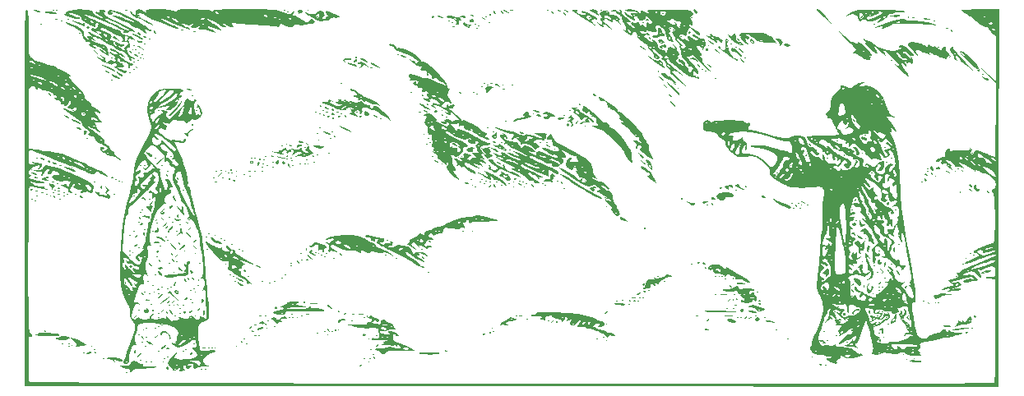
<source format=gbr>
%TF.GenerationSoftware,KiCad,Pcbnew,7.0.9*%
%TF.CreationDate,2023-12-25T15:01:06+00:00*%
%TF.ProjectId,MacroPad V2,4d616372-6f50-4616-9420-56322e6b6963,rev?*%
%TF.SameCoordinates,Original*%
%TF.FileFunction,Legend,Bot*%
%TF.FilePolarity,Positive*%
%FSLAX46Y46*%
G04 Gerber Fmt 4.6, Leading zero omitted, Abs format (unit mm)*
G04 Created by KiCad (PCBNEW 7.0.9) date 2023-12-25 15:01:06*
%MOMM*%
%LPD*%
G01*
G04 APERTURE LIST*
G04 APERTURE END LIST*
%TO.C,G\u002A\u002A\u002A*%
G36*
X96250321Y-62400944D02*
G01*
X96243885Y-62399531D01*
X96247278Y-62398379D01*
X96250321Y-62400944D01*
G37*
G36*
X188050938Y-78288444D02*
G01*
X187972543Y-78366839D01*
X187894148Y-78288444D01*
X187972543Y-78210049D01*
X188050938Y-78288444D01*
G37*
G36*
X187894148Y-66215605D02*
G01*
X187815753Y-66294000D01*
X187737358Y-66215605D01*
X187815753Y-66137210D01*
X187894148Y-66215605D01*
G37*
G36*
X186953407Y-84873629D02*
G01*
X186875012Y-84952025D01*
X186796617Y-84873629D01*
X186875012Y-84795234D01*
X186953407Y-84873629D01*
G37*
G36*
X186796617Y-92399555D02*
G01*
X186718222Y-92477950D01*
X186639827Y-92399555D01*
X186718222Y-92321160D01*
X186796617Y-92399555D01*
G37*
G36*
X186796617Y-74368691D02*
G01*
X186718222Y-74447086D01*
X186639827Y-74368691D01*
X186718222Y-74290296D01*
X186796617Y-74368691D01*
G37*
G36*
X186639827Y-84716839D02*
G01*
X186561432Y-84795234D01*
X186483037Y-84716839D01*
X186561432Y-84638444D01*
X186639827Y-84716839D01*
G37*
G36*
X186169457Y-85187210D02*
G01*
X186091062Y-85265605D01*
X186012667Y-85187210D01*
X186091062Y-85108815D01*
X186169457Y-85187210D01*
G37*
G36*
X185385506Y-75936592D02*
G01*
X185307111Y-76014987D01*
X185228716Y-75936592D01*
X185307111Y-75858197D01*
X185385506Y-75936592D01*
G37*
G36*
X185228716Y-87068691D02*
G01*
X185150321Y-87147086D01*
X185071926Y-87068691D01*
X185150321Y-86990296D01*
X185228716Y-87068691D01*
G37*
G36*
X185071926Y-76250173D02*
G01*
X184993531Y-76328568D01*
X184915136Y-76250173D01*
X184993531Y-76171778D01*
X185071926Y-76250173D01*
G37*
G36*
X183660815Y-61355111D02*
G01*
X183582420Y-61433506D01*
X183504025Y-61355111D01*
X183582420Y-61276716D01*
X183660815Y-61355111D01*
G37*
G36*
X183347235Y-89734123D02*
G01*
X183268839Y-89812518D01*
X183190444Y-89734123D01*
X183268839Y-89655728D01*
X183347235Y-89734123D01*
G37*
G36*
X183347235Y-63393383D02*
G01*
X183268839Y-63471778D01*
X183190444Y-63393383D01*
X183268839Y-63314987D01*
X183347235Y-63393383D01*
G37*
G36*
X183033654Y-89734123D02*
G01*
X182955259Y-89812518D01*
X182876864Y-89734123D01*
X182955259Y-89655728D01*
X183033654Y-89734123D01*
G37*
G36*
X183033654Y-76720543D02*
G01*
X182955259Y-76798938D01*
X182876864Y-76720543D01*
X182955259Y-76642148D01*
X183033654Y-76720543D01*
G37*
G36*
X182876864Y-60727950D02*
G01*
X182798469Y-60806345D01*
X182720074Y-60727950D01*
X182798469Y-60649555D01*
X182876864Y-60727950D01*
G37*
G36*
X182249704Y-76250173D02*
G01*
X182171309Y-76328568D01*
X182092914Y-76250173D01*
X182171309Y-76171778D01*
X182249704Y-76250173D01*
G37*
G36*
X182249704Y-75936592D02*
G01*
X182171309Y-76014987D01*
X182092914Y-75936592D01*
X182171309Y-75858197D01*
X182249704Y-75936592D01*
G37*
G36*
X181779333Y-89577333D02*
G01*
X181700938Y-89655728D01*
X181622543Y-89577333D01*
X181700938Y-89498938D01*
X181779333Y-89577333D01*
G37*
G36*
X181622543Y-77347704D02*
G01*
X181544148Y-77426099D01*
X181465753Y-77347704D01*
X181544148Y-77269308D01*
X181622543Y-77347704D01*
G37*
G36*
X180838593Y-95535358D02*
G01*
X180760198Y-95613753D01*
X180681802Y-95535358D01*
X180760198Y-95456963D01*
X180838593Y-95535358D01*
G37*
G36*
X179897852Y-89577333D02*
G01*
X179819457Y-89655728D01*
X179741062Y-89577333D01*
X179819457Y-89498938D01*
X179897852Y-89577333D01*
G37*
G36*
X179741062Y-95064987D02*
G01*
X179662667Y-95143383D01*
X179584272Y-95064987D01*
X179662667Y-94986592D01*
X179741062Y-95064987D01*
G37*
G36*
X179741062Y-86755111D02*
G01*
X179662667Y-86833506D01*
X179584272Y-86755111D01*
X179662667Y-86676716D01*
X179741062Y-86755111D01*
G37*
G36*
X179270691Y-83776099D02*
G01*
X179192296Y-83854494D01*
X179113901Y-83776099D01*
X179192296Y-83697704D01*
X179270691Y-83776099D01*
G37*
G36*
X179113901Y-88479802D02*
G01*
X179035506Y-88558197D01*
X178957111Y-88479802D01*
X179035506Y-88401407D01*
X179113901Y-88479802D01*
G37*
G36*
X178957111Y-80169926D02*
G01*
X178878716Y-80248321D01*
X178800321Y-80169926D01*
X178878716Y-80091531D01*
X178957111Y-80169926D01*
G37*
G36*
X178486741Y-85814370D02*
G01*
X178408346Y-85892765D01*
X178329951Y-85814370D01*
X178408346Y-85735975D01*
X178486741Y-85814370D01*
G37*
G36*
X178486741Y-74839062D02*
G01*
X178408346Y-74917457D01*
X178329951Y-74839062D01*
X178408346Y-74760666D01*
X178486741Y-74839062D01*
G37*
G36*
X178486741Y-64804494D02*
G01*
X178408346Y-64882889D01*
X178329951Y-64804494D01*
X178408346Y-64726099D01*
X178486741Y-64804494D01*
G37*
G36*
X178329951Y-83619308D02*
G01*
X178251556Y-83697704D01*
X178173160Y-83619308D01*
X178251556Y-83540913D01*
X178329951Y-83619308D01*
G37*
G36*
X178173160Y-91929185D02*
G01*
X178094765Y-92007580D01*
X178016370Y-91929185D01*
X178094765Y-91850790D01*
X178173160Y-91929185D01*
G37*
G36*
X178016370Y-91302024D02*
G01*
X177937975Y-91380420D01*
X177859580Y-91302024D01*
X177937975Y-91223629D01*
X178016370Y-91302024D01*
G37*
G36*
X178016370Y-75309432D02*
G01*
X177937975Y-75387827D01*
X177859580Y-75309432D01*
X177937975Y-75231037D01*
X178016370Y-75309432D01*
G37*
G36*
X177859580Y-87225481D02*
G01*
X177781185Y-87303876D01*
X177702790Y-87225481D01*
X177781185Y-87147086D01*
X177859580Y-87225481D01*
G37*
G36*
X177859580Y-73741531D02*
G01*
X177781185Y-73819926D01*
X177702790Y-73741531D01*
X177781185Y-73663136D01*
X177859580Y-73741531D01*
G37*
G36*
X177702790Y-93340296D02*
G01*
X177624395Y-93418691D01*
X177546000Y-93340296D01*
X177624395Y-93261901D01*
X177702790Y-93340296D01*
G37*
G36*
X177546000Y-90674864D02*
G01*
X177467605Y-90753259D01*
X177389210Y-90674864D01*
X177467605Y-90596469D01*
X177546000Y-90674864D01*
G37*
G36*
X177546000Y-88166222D02*
G01*
X177467605Y-88244617D01*
X177389210Y-88166222D01*
X177467605Y-88087827D01*
X177546000Y-88166222D01*
G37*
G36*
X177232420Y-92869926D02*
G01*
X177154025Y-92948321D01*
X177075630Y-92869926D01*
X177154025Y-92791531D01*
X177232420Y-92869926D01*
G37*
G36*
X177232420Y-91772395D02*
G01*
X177154025Y-91850790D01*
X177075630Y-91772395D01*
X177154025Y-91694000D01*
X177232420Y-91772395D01*
G37*
G36*
X177232420Y-88479802D02*
G01*
X177154025Y-88558197D01*
X177075630Y-88479802D01*
X177154025Y-88401407D01*
X177232420Y-88479802D01*
G37*
G36*
X177232420Y-88166222D02*
G01*
X177154025Y-88244617D01*
X177075630Y-88166222D01*
X177154025Y-88087827D01*
X177232420Y-88166222D01*
G37*
G36*
X177232420Y-84403259D02*
G01*
X177154025Y-84481654D01*
X177075630Y-84403259D01*
X177154025Y-84324864D01*
X177232420Y-84403259D01*
G37*
G36*
X177232420Y-82521778D02*
G01*
X177154025Y-82600173D01*
X177075630Y-82521778D01*
X177154025Y-82443383D01*
X177232420Y-82521778D01*
G37*
G36*
X177075630Y-91145234D02*
G01*
X176997235Y-91223629D01*
X176918839Y-91145234D01*
X176997235Y-91066839D01*
X177075630Y-91145234D01*
G37*
G36*
X177075630Y-86598321D02*
G01*
X176997235Y-86676716D01*
X176918839Y-86598321D01*
X176997235Y-86519926D01*
X177075630Y-86598321D01*
G37*
G36*
X176762049Y-85971160D02*
G01*
X176683654Y-86049555D01*
X176605259Y-85971160D01*
X176683654Y-85892765D01*
X176762049Y-85971160D01*
G37*
G36*
X176762049Y-61041531D02*
G01*
X176683654Y-61119926D01*
X176605259Y-61041531D01*
X176683654Y-60963136D01*
X176762049Y-61041531D01*
G37*
G36*
X176605259Y-88793383D02*
G01*
X176526864Y-88871778D01*
X176448469Y-88793383D01*
X176526864Y-88714987D01*
X176605259Y-88793383D01*
G37*
G36*
X176448469Y-76406963D02*
G01*
X176370074Y-76485358D01*
X176291679Y-76406963D01*
X176370074Y-76328568D01*
X176448469Y-76406963D01*
G37*
G36*
X176134889Y-80640296D02*
G01*
X176056494Y-80718691D01*
X175978099Y-80640296D01*
X176056494Y-80561901D01*
X176134889Y-80640296D01*
G37*
G36*
X175821309Y-72487210D02*
G01*
X175742914Y-72565605D01*
X175664519Y-72487210D01*
X175742914Y-72408815D01*
X175821309Y-72487210D01*
G37*
G36*
X175507728Y-85500790D02*
G01*
X175429333Y-85579185D01*
X175350938Y-85500790D01*
X175429333Y-85422395D01*
X175507728Y-85500790D01*
G37*
G36*
X175507728Y-74368691D02*
G01*
X175429333Y-74447086D01*
X175350938Y-74368691D01*
X175429333Y-74290296D01*
X175507728Y-74368691D01*
G37*
G36*
X174880568Y-81267457D02*
G01*
X174802173Y-81345852D01*
X174723778Y-81267457D01*
X174802173Y-81189062D01*
X174880568Y-81267457D01*
G37*
G36*
X174410198Y-89106963D02*
G01*
X174331802Y-89185358D01*
X174253407Y-89106963D01*
X174331802Y-89028568D01*
X174410198Y-89106963D01*
G37*
G36*
X174410198Y-80169926D02*
G01*
X174331802Y-80248321D01*
X174253407Y-80169926D01*
X174331802Y-80091531D01*
X174410198Y-80169926D01*
G37*
G36*
X173939827Y-93810666D02*
G01*
X173861432Y-93889062D01*
X173783037Y-93810666D01*
X173861432Y-93732271D01*
X173939827Y-93810666D01*
G37*
G36*
X172999086Y-90204494D02*
G01*
X172920691Y-90282889D01*
X172842296Y-90204494D01*
X172920691Y-90126099D01*
X172999086Y-90204494D01*
G37*
G36*
X172842296Y-93183506D02*
G01*
X172763901Y-93261901D01*
X172685506Y-93183506D01*
X172763901Y-93105111D01*
X172842296Y-93183506D01*
G37*
G36*
X172685506Y-90674864D02*
G01*
X172607111Y-90753259D01*
X172528716Y-90674864D01*
X172607111Y-90596469D01*
X172685506Y-90674864D01*
G37*
G36*
X171901556Y-93653876D02*
G01*
X171823160Y-93732271D01*
X171744765Y-93653876D01*
X171823160Y-93575481D01*
X171901556Y-93653876D01*
G37*
G36*
X171901556Y-75152642D02*
G01*
X171823160Y-75231037D01*
X171744765Y-75152642D01*
X171823160Y-75074247D01*
X171901556Y-75152642D01*
G37*
G36*
X171901556Y-74839062D02*
G01*
X171823160Y-74917457D01*
X171744765Y-74839062D01*
X171823160Y-74760666D01*
X171901556Y-74839062D01*
G37*
G36*
X171744765Y-96162518D02*
G01*
X171666370Y-96240913D01*
X171587975Y-96162518D01*
X171666370Y-96084123D01*
X171744765Y-96162518D01*
G37*
G36*
X171587975Y-92713136D02*
G01*
X171509580Y-92791531D01*
X171431185Y-92713136D01*
X171509580Y-92634741D01*
X171587975Y-92713136D01*
G37*
G36*
X170333654Y-95378568D02*
G01*
X170255259Y-95456963D01*
X170176864Y-95378568D01*
X170255259Y-95300173D01*
X170333654Y-95378568D01*
G37*
G36*
X169863284Y-79699555D02*
G01*
X169784889Y-79777950D01*
X169706494Y-79699555D01*
X169784889Y-79621160D01*
X169863284Y-79699555D01*
G37*
G36*
X169236123Y-79699555D02*
G01*
X169157728Y-79777950D01*
X169079333Y-79699555D01*
X169157728Y-79621160D01*
X169236123Y-79699555D01*
G37*
G36*
X169079333Y-80013136D02*
G01*
X169000938Y-80091531D01*
X168922543Y-80013136D01*
X169000938Y-79934741D01*
X169079333Y-80013136D01*
G37*
G36*
X168922543Y-79542765D02*
G01*
X168844148Y-79621160D01*
X168765753Y-79542765D01*
X168844148Y-79464370D01*
X168922543Y-79542765D01*
G37*
G36*
X168452173Y-80013136D02*
G01*
X168373778Y-80091531D01*
X168295383Y-80013136D01*
X168373778Y-79934741D01*
X168452173Y-80013136D01*
G37*
G36*
X168295383Y-79542765D02*
G01*
X168216988Y-79621160D01*
X168138593Y-79542765D01*
X168216988Y-79464370D01*
X168295383Y-79542765D01*
G37*
G36*
X168138593Y-75623012D02*
G01*
X168060198Y-75701407D01*
X167981802Y-75623012D01*
X168060198Y-75544617D01*
X168138593Y-75623012D01*
G37*
G36*
X167825012Y-93497086D02*
G01*
X167746617Y-93575481D01*
X167668222Y-93497086D01*
X167746617Y-93418691D01*
X167825012Y-93497086D01*
G37*
G36*
X166727481Y-76406963D02*
G01*
X166649086Y-76485358D01*
X166570691Y-76406963D01*
X166649086Y-76328568D01*
X166727481Y-76406963D01*
G37*
G36*
X165629951Y-90988444D02*
G01*
X165551556Y-91066839D01*
X165473160Y-90988444D01*
X165551556Y-90910049D01*
X165629951Y-90988444D01*
G37*
G36*
X165473160Y-91302024D02*
G01*
X165394765Y-91380420D01*
X165316370Y-91302024D01*
X165394765Y-91223629D01*
X165473160Y-91302024D01*
G37*
G36*
X165316370Y-90988444D02*
G01*
X165237975Y-91066839D01*
X165159580Y-90988444D01*
X165237975Y-90910049D01*
X165316370Y-90988444D01*
G37*
G36*
X164689210Y-88636592D02*
G01*
X164610815Y-88714987D01*
X164532420Y-88636592D01*
X164610815Y-88558197D01*
X164689210Y-88636592D01*
G37*
G36*
X164532420Y-91145234D02*
G01*
X164454025Y-91223629D01*
X164375630Y-91145234D01*
X164454025Y-91066839D01*
X164532420Y-91145234D01*
G37*
G36*
X163434889Y-64490913D02*
G01*
X163356494Y-64569308D01*
X163278099Y-64490913D01*
X163356494Y-64412518D01*
X163434889Y-64490913D01*
G37*
G36*
X162650938Y-91302024D02*
G01*
X162572543Y-91380420D01*
X162494148Y-91302024D01*
X162572543Y-91223629D01*
X162650938Y-91302024D01*
G37*
G36*
X162494148Y-78131654D02*
G01*
X162415753Y-78210049D01*
X162337358Y-78131654D01*
X162415753Y-78053259D01*
X162494148Y-78131654D01*
G37*
G36*
X162494148Y-63393383D02*
G01*
X162415753Y-63471778D01*
X162337358Y-63393383D01*
X162415753Y-63314987D01*
X162494148Y-63393383D01*
G37*
G36*
X162337358Y-88950173D02*
G01*
X162258963Y-89028568D01*
X162180568Y-88950173D01*
X162258963Y-88871778D01*
X162337358Y-88950173D01*
G37*
G36*
X162023778Y-63079802D02*
G01*
X161945383Y-63158197D01*
X161866988Y-63079802D01*
X161945383Y-63001407D01*
X162023778Y-63079802D01*
G37*
G36*
X161553407Y-90361284D02*
G01*
X161475012Y-90439679D01*
X161396617Y-90361284D01*
X161475012Y-90282889D01*
X161553407Y-90361284D01*
G37*
G36*
X161083037Y-87068691D02*
G01*
X161004642Y-87147086D01*
X160926247Y-87068691D01*
X161004642Y-86990296D01*
X161083037Y-87068691D01*
G37*
G36*
X160769457Y-87068691D02*
G01*
X160691062Y-87147086D01*
X160612667Y-87068691D01*
X160691062Y-86990296D01*
X160769457Y-87068691D01*
G37*
G36*
X159671926Y-63236592D02*
G01*
X159593531Y-63314987D01*
X159515136Y-63236592D01*
X159593531Y-63158197D01*
X159671926Y-63236592D01*
G37*
G36*
X159515136Y-79699555D02*
G01*
X159436741Y-79777950D01*
X159358346Y-79699555D01*
X159436741Y-79621160D01*
X159515136Y-79699555D01*
G37*
G36*
X159358346Y-65902025D02*
G01*
X159279951Y-65980420D01*
X159201556Y-65902025D01*
X159279951Y-65823629D01*
X159358346Y-65902025D01*
G37*
G36*
X159044765Y-65745234D02*
G01*
X158966370Y-65823629D01*
X158887975Y-65745234D01*
X158966370Y-65666839D01*
X159044765Y-65745234D01*
G37*
G36*
X157947235Y-85814370D02*
G01*
X157868840Y-85892765D01*
X157790444Y-85814370D01*
X157868840Y-85735975D01*
X157947235Y-85814370D01*
G37*
G36*
X157947235Y-60414370D02*
G01*
X157868840Y-60492765D01*
X157790444Y-60414370D01*
X157868840Y-60335975D01*
X157947235Y-60414370D01*
G37*
G36*
X157790444Y-65588444D02*
G01*
X157712049Y-65666839D01*
X157633654Y-65588444D01*
X157712049Y-65510049D01*
X157790444Y-65588444D01*
G37*
G36*
X156849704Y-62295852D02*
G01*
X156771309Y-62374247D01*
X156692914Y-62295852D01*
X156771309Y-62217457D01*
X156849704Y-62295852D01*
G37*
G36*
X156536123Y-67626716D02*
G01*
X156457728Y-67705111D01*
X156379333Y-67626716D01*
X156457728Y-67548321D01*
X156536123Y-67626716D01*
G37*
G36*
X156065753Y-61668691D02*
G01*
X155987358Y-61747086D01*
X155908963Y-61668691D01*
X155987358Y-61590296D01*
X156065753Y-61668691D01*
G37*
G36*
X155752173Y-61511901D02*
G01*
X155673778Y-61590296D01*
X155595383Y-61511901D01*
X155673778Y-61433506D01*
X155752173Y-61511901D01*
G37*
G36*
X155125012Y-87539062D02*
G01*
X155046617Y-87617457D01*
X154968222Y-87539062D01*
X155046617Y-87460666D01*
X155125012Y-87539062D01*
G37*
G36*
X154968222Y-59944000D02*
G01*
X154889827Y-60022395D01*
X154811432Y-59944000D01*
X154889827Y-59865605D01*
X154968222Y-59944000D01*
G37*
G36*
X154497852Y-87068691D02*
G01*
X154419457Y-87147086D01*
X154341062Y-87068691D01*
X154419457Y-86990296D01*
X154497852Y-87068691D01*
G37*
G36*
X153557111Y-88479802D02*
G01*
X153478716Y-88558197D01*
X153400321Y-88479802D01*
X153478716Y-88401407D01*
X153557111Y-88479802D01*
G37*
G36*
X152929951Y-89263753D02*
G01*
X152851556Y-89342148D01*
X152773160Y-89263753D01*
X152851556Y-89185358D01*
X152929951Y-89263753D01*
G37*
G36*
X152929951Y-60884741D02*
G01*
X152851556Y-60963136D01*
X152773160Y-60884741D01*
X152851556Y-60806345D01*
X152929951Y-60884741D01*
G37*
G36*
X152616370Y-89263753D02*
G01*
X152537975Y-89342148D01*
X152459580Y-89263753D01*
X152537975Y-89185358D01*
X152616370Y-89263753D01*
G37*
G36*
X152459580Y-89577333D02*
G01*
X152381185Y-89655728D01*
X152302790Y-89577333D01*
X152381185Y-89498938D01*
X152459580Y-89577333D01*
G37*
G36*
X151518839Y-89890913D02*
G01*
X151440444Y-89969308D01*
X151362049Y-89890913D01*
X151440444Y-89812518D01*
X151518839Y-89890913D01*
G37*
G36*
X150578099Y-61355111D02*
G01*
X150499704Y-61433506D01*
X150421309Y-61355111D01*
X150499704Y-61276716D01*
X150578099Y-61355111D01*
G37*
G36*
X150264519Y-89577333D02*
G01*
X150186123Y-89655728D01*
X150107728Y-89577333D01*
X150186123Y-89498938D01*
X150264519Y-89577333D01*
G37*
G36*
X149166988Y-93653876D02*
G01*
X149088593Y-93732271D01*
X149010198Y-93653876D01*
X149088593Y-93575481D01*
X149166988Y-93653876D01*
G37*
G36*
X149166988Y-91929185D02*
G01*
X149088593Y-92007580D01*
X149010198Y-91929185D01*
X149088593Y-91850790D01*
X149166988Y-91929185D01*
G37*
G36*
X149166988Y-79856345D02*
G01*
X149088593Y-79934741D01*
X149010198Y-79856345D01*
X149088593Y-79777950D01*
X149166988Y-79856345D01*
G37*
G36*
X149010198Y-78915605D02*
G01*
X148931802Y-78994000D01*
X148853407Y-78915605D01*
X148931802Y-78837210D01*
X149010198Y-78915605D01*
G37*
G36*
X148853407Y-93340296D02*
G01*
X148775012Y-93418691D01*
X148696617Y-93340296D01*
X148775012Y-93261901D01*
X148853407Y-93340296D01*
G37*
G36*
X148696617Y-90988444D02*
G01*
X148618222Y-91066839D01*
X148539827Y-90988444D01*
X148618222Y-90910049D01*
X148696617Y-90988444D01*
G37*
G36*
X148226247Y-93497086D02*
G01*
X148147852Y-93575481D01*
X148069457Y-93497086D01*
X148147852Y-93418691D01*
X148226247Y-93497086D01*
G37*
G36*
X147442296Y-60414370D02*
G01*
X147363901Y-60492765D01*
X147285506Y-60414370D01*
X147363901Y-60335975D01*
X147442296Y-60414370D01*
G37*
G36*
X146971926Y-77190913D02*
G01*
X146893531Y-77269308D01*
X146815136Y-77190913D01*
X146893531Y-77112518D01*
X146971926Y-77190913D01*
G37*
G36*
X146971926Y-71546469D02*
G01*
X146893531Y-71624864D01*
X146815136Y-71546469D01*
X146893531Y-71468074D01*
X146971926Y-71546469D01*
G37*
G36*
X145874395Y-75152642D02*
G01*
X145796000Y-75231037D01*
X145717605Y-75152642D01*
X145796000Y-75074247D01*
X145874395Y-75152642D01*
G37*
G36*
X145404025Y-69978568D02*
G01*
X145325630Y-70056963D01*
X145247235Y-69978568D01*
X145325630Y-69900173D01*
X145404025Y-69978568D01*
G37*
G36*
X144776864Y-77974864D02*
G01*
X144698469Y-78053259D01*
X144620074Y-77974864D01*
X144698469Y-77896469D01*
X144776864Y-77974864D01*
G37*
G36*
X144776864Y-70448938D02*
G01*
X144698469Y-70527333D01*
X144620074Y-70448938D01*
X144698469Y-70370543D01*
X144776864Y-70448938D01*
G37*
G36*
X144149704Y-77190913D02*
G01*
X144071309Y-77269308D01*
X143992914Y-77190913D01*
X144071309Y-77112518D01*
X144149704Y-77190913D01*
G37*
G36*
X143836123Y-73898321D02*
G01*
X143757728Y-73976716D01*
X143679333Y-73898321D01*
X143757728Y-73819926D01*
X143836123Y-73898321D01*
G37*
G36*
X143208963Y-91615605D02*
G01*
X143130568Y-91694000D01*
X143052173Y-91615605D01*
X143130568Y-91537210D01*
X143208963Y-91615605D01*
G37*
G36*
X143052173Y-73271160D02*
G01*
X142973778Y-73349555D01*
X142895383Y-73271160D01*
X142973778Y-73192765D01*
X143052173Y-73271160D01*
G37*
G36*
X142895383Y-77661284D02*
G01*
X142816988Y-77739679D01*
X142738593Y-77661284D01*
X142816988Y-77582889D01*
X142895383Y-77661284D01*
G37*
G36*
X142581802Y-77504494D02*
G01*
X142503407Y-77582889D01*
X142425012Y-77504494D01*
X142503407Y-77426099D01*
X142581802Y-77504494D01*
G37*
G36*
X141641062Y-70292148D02*
G01*
X141562667Y-70370543D01*
X141484272Y-70292148D01*
X141562667Y-70213753D01*
X141641062Y-70292148D01*
G37*
G36*
X141170691Y-90988444D02*
G01*
X141092296Y-91066839D01*
X141013901Y-90988444D01*
X141092296Y-90910049D01*
X141170691Y-90988444D01*
G37*
G36*
X141013901Y-91458815D02*
G01*
X140935506Y-91537210D01*
X140857111Y-91458815D01*
X140935506Y-91380420D01*
X141013901Y-91458815D01*
G37*
G36*
X140700321Y-77818074D02*
G01*
X140621926Y-77896469D01*
X140543531Y-77818074D01*
X140621926Y-77739679D01*
X140700321Y-77818074D01*
G37*
G36*
X140543531Y-77347704D02*
G01*
X140465136Y-77426099D01*
X140386741Y-77347704D01*
X140465136Y-77269308D01*
X140543531Y-77347704D01*
G37*
G36*
X140229951Y-77190913D02*
G01*
X140151556Y-77269308D01*
X140073160Y-77190913D01*
X140151556Y-77112518D01*
X140229951Y-77190913D01*
G37*
G36*
X139916370Y-91145234D02*
G01*
X139837975Y-91223629D01*
X139759580Y-91145234D01*
X139837975Y-91066839D01*
X139916370Y-91145234D01*
G37*
G36*
X139602790Y-77818074D02*
G01*
X139524395Y-77896469D01*
X139446000Y-77818074D01*
X139524395Y-77739679D01*
X139602790Y-77818074D01*
G37*
G36*
X139602790Y-77347704D02*
G01*
X139524395Y-77426099D01*
X139446000Y-77347704D01*
X139524395Y-77269308D01*
X139602790Y-77347704D01*
G37*
G36*
X139446000Y-67313136D02*
G01*
X139367605Y-67391531D01*
X139289210Y-67313136D01*
X139367605Y-67234741D01*
X139446000Y-67313136D01*
G37*
G36*
X139132420Y-77504494D02*
G01*
X139054025Y-77582889D01*
X138975630Y-77504494D01*
X139054025Y-77426099D01*
X139132420Y-77504494D01*
G37*
G36*
X138818839Y-71076099D02*
G01*
X138740444Y-71154494D01*
X138662049Y-71076099D01*
X138740444Y-70997704D01*
X138818839Y-71076099D01*
G37*
G36*
X138505259Y-67313136D02*
G01*
X138426864Y-67391531D01*
X138348469Y-67313136D01*
X138426864Y-67234741D01*
X138505259Y-67313136D01*
G37*
G36*
X138348469Y-77661284D02*
G01*
X138270074Y-77739679D01*
X138191679Y-77661284D01*
X138270074Y-77582889D01*
X138348469Y-77661284D01*
G37*
G36*
X138348469Y-73271160D02*
G01*
X138270074Y-73349555D01*
X138191679Y-73271160D01*
X138270074Y-73192765D01*
X138348469Y-73271160D01*
G37*
G36*
X137878099Y-77347704D02*
G01*
X137799704Y-77426099D01*
X137721309Y-77347704D01*
X137799704Y-77269308D01*
X137878099Y-77347704D01*
G37*
G36*
X137564519Y-92713136D02*
G01*
X137486123Y-92791531D01*
X137407728Y-92713136D01*
X137486123Y-92634741D01*
X137564519Y-92713136D01*
G37*
G36*
X137564519Y-72173629D02*
G01*
X137486123Y-72252025D01*
X137407728Y-72173629D01*
X137486123Y-72095234D01*
X137564519Y-72173629D01*
G37*
G36*
X137407728Y-92399555D02*
G01*
X137329333Y-92477950D01*
X137250938Y-92399555D01*
X137329333Y-92321160D01*
X137407728Y-92399555D01*
G37*
G36*
X137094148Y-60884741D02*
G01*
X137015753Y-60963136D01*
X136937358Y-60884741D01*
X137015753Y-60806345D01*
X137094148Y-60884741D01*
G37*
G36*
X136937358Y-71703259D02*
G01*
X136858963Y-71781654D01*
X136780568Y-71703259D01*
X136858963Y-71624864D01*
X136937358Y-71703259D01*
G37*
G36*
X136937358Y-67313136D02*
G01*
X136858963Y-67391531D01*
X136780568Y-67313136D01*
X136858963Y-67234741D01*
X136937358Y-67313136D01*
G37*
G36*
X136780568Y-77190913D02*
G01*
X136702173Y-77269308D01*
X136623778Y-77190913D01*
X136702173Y-77112518D01*
X136780568Y-77190913D01*
G37*
G36*
X136780568Y-60257580D02*
G01*
X136702173Y-60335975D01*
X136623778Y-60257580D01*
X136702173Y-60179185D01*
X136780568Y-60257580D01*
G37*
G36*
X136623778Y-77504494D02*
G01*
X136545383Y-77582889D01*
X136466988Y-77504494D01*
X136545383Y-77426099D01*
X136623778Y-77504494D01*
G37*
G36*
X136623778Y-67156345D02*
G01*
X136545383Y-67234741D01*
X136466988Y-67156345D01*
X136545383Y-67077950D01*
X136623778Y-67156345D01*
G37*
G36*
X136310198Y-77034123D02*
G01*
X136231802Y-77112518D01*
X136153407Y-77034123D01*
X136231802Y-76955728D01*
X136310198Y-77034123D01*
G37*
G36*
X136310198Y-67469926D02*
G01*
X136231802Y-67548321D01*
X136153407Y-67469926D01*
X136231802Y-67391531D01*
X136310198Y-67469926D01*
G37*
G36*
X136153407Y-77347704D02*
G01*
X136075012Y-77426099D01*
X135996617Y-77347704D01*
X136075012Y-77269308D01*
X136153407Y-77347704D01*
G37*
G36*
X135996617Y-61198321D02*
G01*
X135918222Y-61276716D01*
X135839827Y-61198321D01*
X135918222Y-61119926D01*
X135996617Y-61198321D01*
G37*
G36*
X135839827Y-68253876D02*
G01*
X135761432Y-68332271D01*
X135683037Y-68253876D01*
X135761432Y-68175481D01*
X135839827Y-68253876D01*
G37*
G36*
X135839827Y-61511901D02*
G01*
X135761432Y-61590296D01*
X135683037Y-61511901D01*
X135761432Y-61433506D01*
X135839827Y-61511901D01*
G37*
G36*
X135683037Y-77818074D02*
G01*
X135604642Y-77896469D01*
X135526247Y-77818074D01*
X135604642Y-77739679D01*
X135683037Y-77818074D01*
G37*
G36*
X135683037Y-61041531D02*
G01*
X135604642Y-61119926D01*
X135526247Y-61041531D01*
X135604642Y-60963136D01*
X135683037Y-61041531D01*
G37*
G36*
X135526247Y-68097086D02*
G01*
X135447852Y-68175481D01*
X135369457Y-68097086D01*
X135447852Y-68018691D01*
X135526247Y-68097086D01*
G37*
G36*
X135526247Y-61355111D02*
G01*
X135447852Y-61433506D01*
X135369457Y-61355111D01*
X135447852Y-61276716D01*
X135526247Y-61355111D01*
G37*
G36*
X135369457Y-82364987D02*
G01*
X135291062Y-82443383D01*
X135212667Y-82364987D01*
X135291062Y-82286592D01*
X135369457Y-82364987D01*
G37*
G36*
X135369457Y-77661284D02*
G01*
X135291062Y-77739679D01*
X135212667Y-77661284D01*
X135291062Y-77582889D01*
X135369457Y-77661284D01*
G37*
G36*
X135212667Y-77034123D02*
G01*
X135134272Y-77112518D01*
X135055877Y-77034123D01*
X135134272Y-76955728D01*
X135212667Y-77034123D01*
G37*
G36*
X135055877Y-82521778D02*
G01*
X134977481Y-82600173D01*
X134899086Y-82521778D01*
X134977481Y-82443383D01*
X135055877Y-82521778D01*
G37*
G36*
X134899086Y-74995852D02*
G01*
X134820691Y-75074247D01*
X134742296Y-74995852D01*
X134820691Y-74917457D01*
X134899086Y-74995852D01*
G37*
G36*
X134428716Y-82364987D02*
G01*
X134350321Y-82443383D01*
X134271926Y-82364987D01*
X134350321Y-82286592D01*
X134428716Y-82364987D01*
G37*
G36*
X134271926Y-74682271D02*
G01*
X134193531Y-74760666D01*
X134115136Y-74682271D01*
X134193531Y-74603876D01*
X134271926Y-74682271D01*
G37*
G36*
X134271926Y-61355111D02*
G01*
X134193531Y-61433506D01*
X134115136Y-61355111D01*
X134193531Y-61276716D01*
X134271926Y-61355111D01*
G37*
G36*
X133958346Y-74055111D02*
G01*
X133879951Y-74133506D01*
X133801556Y-74055111D01*
X133879951Y-73976716D01*
X133958346Y-74055111D01*
G37*
G36*
X133331185Y-60884741D02*
G01*
X133252790Y-60963136D01*
X133174395Y-60884741D01*
X133252790Y-60806345D01*
X133331185Y-60884741D01*
G37*
G36*
X132704025Y-70605728D02*
G01*
X132625630Y-70684123D01*
X132547235Y-70605728D01*
X132625630Y-70527333D01*
X132704025Y-70605728D01*
G37*
G36*
X132233654Y-75466222D02*
G01*
X132155259Y-75544617D01*
X132076864Y-75466222D01*
X132155259Y-75387827D01*
X132233654Y-75466222D01*
G37*
G36*
X132233654Y-69978568D02*
G01*
X132155259Y-70056963D01*
X132076864Y-69978568D01*
X132155259Y-69900173D01*
X132233654Y-69978568D01*
G37*
G36*
X131920074Y-69821778D02*
G01*
X131841679Y-69900173D01*
X131763284Y-69821778D01*
X131841679Y-69743383D01*
X131920074Y-69821778D01*
G37*
G36*
X131292914Y-74682271D02*
G01*
X131214519Y-74760666D01*
X131136123Y-74682271D01*
X131214519Y-74603876D01*
X131292914Y-74682271D01*
G37*
G36*
X130979333Y-74055111D02*
G01*
X130900938Y-74133506D01*
X130822543Y-74055111D01*
X130900938Y-73976716D01*
X130979333Y-74055111D01*
G37*
G36*
X130979333Y-73271160D02*
G01*
X130900938Y-73349555D01*
X130822543Y-73271160D01*
X130900938Y-73192765D01*
X130979333Y-73271160D01*
G37*
G36*
X130822543Y-86598321D02*
G01*
X130744148Y-86676716D01*
X130665753Y-86598321D01*
X130744148Y-86519926D01*
X130822543Y-86598321D01*
G37*
G36*
X130822543Y-72800790D02*
G01*
X130744148Y-72879185D01*
X130665753Y-72800790D01*
X130744148Y-72722395D01*
X130822543Y-72800790D01*
G37*
G36*
X130665753Y-73427950D02*
G01*
X130587358Y-73506345D01*
X130508963Y-73427950D01*
X130587358Y-73349555D01*
X130665753Y-73427950D01*
G37*
G36*
X130195383Y-84246469D02*
G01*
X130116988Y-84324864D01*
X130038593Y-84246469D01*
X130116988Y-84168074D01*
X130195383Y-84246469D01*
G37*
G36*
X129097852Y-68097086D02*
G01*
X129019457Y-68175481D01*
X128941062Y-68097086D01*
X129019457Y-68018691D01*
X129097852Y-68097086D01*
G37*
G36*
X127686741Y-64177333D02*
G01*
X127608346Y-64255728D01*
X127529951Y-64177333D01*
X127608346Y-64098938D01*
X127686741Y-64177333D01*
G37*
G36*
X127529951Y-85187210D02*
G01*
X127451556Y-85265605D01*
X127373160Y-85187210D01*
X127451556Y-85108815D01*
X127529951Y-85187210D01*
G37*
G36*
X126589210Y-83305728D02*
G01*
X126510815Y-83384123D01*
X126432420Y-83305728D01*
X126510815Y-83227333D01*
X126589210Y-83305728D01*
G37*
G36*
X126432420Y-84873629D02*
G01*
X126354025Y-84952025D01*
X126275630Y-84873629D01*
X126354025Y-84795234D01*
X126432420Y-84873629D01*
G37*
G36*
X125962049Y-70762518D02*
G01*
X125883654Y-70840913D01*
X125805259Y-70762518D01*
X125883654Y-70684123D01*
X125962049Y-70762518D01*
G37*
G36*
X125491679Y-93183506D02*
G01*
X125413284Y-93261901D01*
X125334889Y-93183506D01*
X125413284Y-93105111D01*
X125491679Y-93183506D01*
G37*
G36*
X125178099Y-95064987D02*
G01*
X125099704Y-95143383D01*
X125021309Y-95064987D01*
X125099704Y-94986592D01*
X125178099Y-95064987D01*
G37*
G36*
X124864519Y-95535358D02*
G01*
X124786123Y-95613753D01*
X124707728Y-95535358D01*
X124786123Y-95456963D01*
X124864519Y-95535358D01*
G37*
G36*
X124707728Y-95848938D02*
G01*
X124629333Y-95927333D01*
X124550938Y-95848938D01*
X124629333Y-95770543D01*
X124707728Y-95848938D01*
G37*
G36*
X124707728Y-93497086D02*
G01*
X124629333Y-93575481D01*
X124550938Y-93497086D01*
X124629333Y-93418691D01*
X124707728Y-93497086D01*
G37*
G36*
X124550938Y-70919308D02*
G01*
X124472543Y-70997704D01*
X124394148Y-70919308D01*
X124472543Y-70840913D01*
X124550938Y-70919308D01*
G37*
G36*
X124237358Y-95535358D02*
G01*
X124158963Y-95613753D01*
X124080568Y-95535358D01*
X124158963Y-95456963D01*
X124237358Y-95535358D01*
G37*
G36*
X124237358Y-91302024D02*
G01*
X124158963Y-91380420D01*
X124080568Y-91302024D01*
X124158963Y-91223629D01*
X124237358Y-91302024D01*
G37*
G36*
X124237358Y-69821778D02*
G01*
X124158963Y-69900173D01*
X124080568Y-69821778D01*
X124158963Y-69743383D01*
X124237358Y-69821778D01*
G37*
G36*
X123453407Y-70135358D02*
G01*
X123375012Y-70213753D01*
X123296617Y-70135358D01*
X123375012Y-70056963D01*
X123453407Y-70135358D01*
G37*
G36*
X122983037Y-91615605D02*
G01*
X122904642Y-91694000D01*
X122826247Y-91615605D01*
X122904642Y-91537210D01*
X122983037Y-91615605D01*
G37*
G36*
X121885506Y-70292148D02*
G01*
X121807111Y-70370543D01*
X121728716Y-70292148D01*
X121807111Y-70213753D01*
X121885506Y-70292148D01*
G37*
G36*
X121885506Y-67156345D02*
G01*
X121807111Y-67234741D01*
X121728716Y-67156345D01*
X121807111Y-67077950D01*
X121885506Y-67156345D01*
G37*
G36*
X121571926Y-92556345D02*
G01*
X121493531Y-92634741D01*
X121415136Y-92556345D01*
X121493531Y-92477950D01*
X121571926Y-92556345D01*
G37*
G36*
X121571926Y-83619308D02*
G01*
X121493531Y-83697704D01*
X121415136Y-83619308D01*
X121493531Y-83540913D01*
X121571926Y-83619308D01*
G37*
G36*
X121415136Y-70919308D02*
G01*
X121336741Y-70997704D01*
X121258346Y-70919308D01*
X121336741Y-70840913D01*
X121415136Y-70919308D01*
G37*
G36*
X121101556Y-85187210D02*
G01*
X121023160Y-85265605D01*
X120944765Y-85187210D01*
X121023160Y-85108815D01*
X121101556Y-85187210D01*
G37*
G36*
X120944765Y-92713136D02*
G01*
X120866370Y-92791531D01*
X120787975Y-92713136D01*
X120866370Y-92634741D01*
X120944765Y-92713136D01*
G37*
G36*
X120944765Y-72173629D02*
G01*
X120866370Y-72252025D01*
X120787975Y-72173629D01*
X120866370Y-72095234D01*
X120944765Y-72173629D01*
G37*
G36*
X120787975Y-72800790D02*
G01*
X120709580Y-72879185D01*
X120631185Y-72800790D01*
X120709580Y-72722395D01*
X120787975Y-72800790D01*
G37*
G36*
X120631185Y-74368691D02*
G01*
X120552790Y-74447086D01*
X120474395Y-74368691D01*
X120552790Y-74290296D01*
X120631185Y-74368691D01*
G37*
G36*
X120474395Y-93026716D02*
G01*
X120396000Y-93105111D01*
X120317605Y-93026716D01*
X120396000Y-92948321D01*
X120474395Y-93026716D01*
G37*
G36*
X120317605Y-84716839D02*
G01*
X120239210Y-84795234D01*
X120160815Y-84716839D01*
X120239210Y-84638444D01*
X120317605Y-84716839D01*
G37*
G36*
X120160815Y-92713136D02*
G01*
X120082420Y-92791531D01*
X120004025Y-92713136D01*
X120082420Y-92634741D01*
X120160815Y-92713136D01*
G37*
G36*
X120160815Y-85030420D02*
G01*
X120082420Y-85108815D01*
X120004025Y-85030420D01*
X120082420Y-84952025D01*
X120160815Y-85030420D01*
G37*
G36*
X120160815Y-74055111D02*
G01*
X120082420Y-74133506D01*
X120004025Y-74055111D01*
X120082420Y-73976716D01*
X120160815Y-74055111D01*
G37*
G36*
X120004025Y-69978568D02*
G01*
X119925630Y-70056963D01*
X119847235Y-69978568D01*
X119925630Y-69900173D01*
X120004025Y-69978568D01*
G37*
G36*
X119847235Y-84873629D02*
G01*
X119768839Y-84952025D01*
X119690444Y-84873629D01*
X119768839Y-84795234D01*
X119847235Y-84873629D01*
G37*
G36*
X119690444Y-71703259D02*
G01*
X119612049Y-71781654D01*
X119533654Y-71703259D01*
X119612049Y-71624864D01*
X119690444Y-71703259D01*
G37*
G36*
X119690444Y-70292148D02*
G01*
X119612049Y-70370543D01*
X119533654Y-70292148D01*
X119612049Y-70213753D01*
X119690444Y-70292148D01*
G37*
G36*
X119533654Y-84716839D02*
G01*
X119455259Y-84795234D01*
X119376864Y-84716839D01*
X119455259Y-84638444D01*
X119533654Y-84716839D01*
G37*
G36*
X119533654Y-72957580D02*
G01*
X119455259Y-73035975D01*
X119376864Y-72957580D01*
X119455259Y-72879185D01*
X119533654Y-72957580D01*
G37*
G36*
X119533654Y-69821778D02*
G01*
X119455259Y-69900173D01*
X119376864Y-69821778D01*
X119455259Y-69743383D01*
X119533654Y-69821778D01*
G37*
G36*
X119376864Y-92869926D02*
G01*
X119298469Y-92948321D01*
X119220074Y-92869926D01*
X119298469Y-92791531D01*
X119376864Y-92869926D01*
G37*
G36*
X119376864Y-74525481D02*
G01*
X119298469Y-74603876D01*
X119220074Y-74525481D01*
X119298469Y-74447086D01*
X119376864Y-74525481D01*
G37*
G36*
X119376864Y-72330420D02*
G01*
X119298469Y-72408815D01*
X119220074Y-72330420D01*
X119298469Y-72252025D01*
X119376864Y-72330420D01*
G37*
G36*
X119376864Y-60257580D02*
G01*
X119298469Y-60335975D01*
X119220074Y-60257580D01*
X119298469Y-60179185D01*
X119376864Y-60257580D01*
G37*
G36*
X119220074Y-84560049D02*
G01*
X119141679Y-84638444D01*
X119063284Y-84560049D01*
X119141679Y-84481654D01*
X119220074Y-84560049D01*
G37*
G36*
X119220074Y-70135358D02*
G01*
X119141679Y-70213753D01*
X119063284Y-70135358D01*
X119141679Y-70056963D01*
X119220074Y-70135358D01*
G37*
G36*
X119063284Y-75309432D02*
G01*
X118984889Y-75387827D01*
X118906494Y-75309432D01*
X118984889Y-75231037D01*
X119063284Y-75309432D01*
G37*
G36*
X119063284Y-74055111D02*
G01*
X118984889Y-74133506D01*
X118906494Y-74055111D01*
X118984889Y-73976716D01*
X119063284Y-74055111D01*
G37*
G36*
X118592914Y-83619308D02*
G01*
X118514519Y-83697704D01*
X118436123Y-83619308D01*
X118514519Y-83540913D01*
X118592914Y-83619308D01*
G37*
G36*
X118592914Y-75152642D02*
G01*
X118514519Y-75231037D01*
X118436123Y-75152642D01*
X118514519Y-75074247D01*
X118592914Y-75152642D01*
G37*
G36*
X118436123Y-75466222D02*
G01*
X118357728Y-75544617D01*
X118279333Y-75466222D01*
X118357728Y-75387827D01*
X118436123Y-75466222D01*
G37*
G36*
X118436123Y-59630420D02*
G01*
X118357728Y-59708815D01*
X118279333Y-59630420D01*
X118357728Y-59552025D01*
X118436123Y-59630420D01*
G37*
G36*
X118279333Y-74995852D02*
G01*
X118200938Y-75074247D01*
X118122543Y-74995852D01*
X118200938Y-74917457D01*
X118279333Y-74995852D01*
G37*
G36*
X118122543Y-75466222D02*
G01*
X118044148Y-75544617D01*
X117965753Y-75466222D01*
X118044148Y-75387827D01*
X118122543Y-75466222D01*
G37*
G36*
X118122543Y-73741531D02*
G01*
X118044148Y-73819926D01*
X117965753Y-73741531D01*
X118044148Y-73663136D01*
X118122543Y-73741531D01*
G37*
G36*
X117808963Y-91145234D02*
G01*
X117730568Y-91223629D01*
X117652173Y-91145234D01*
X117730568Y-91066839D01*
X117808963Y-91145234D01*
G37*
G36*
X117808963Y-85344000D02*
G01*
X117730568Y-85422395D01*
X117652173Y-85344000D01*
X117730568Y-85265605D01*
X117808963Y-85344000D01*
G37*
G36*
X117652173Y-75466222D02*
G01*
X117573778Y-75544617D01*
X117495383Y-75466222D01*
X117573778Y-75387827D01*
X117652173Y-75466222D01*
G37*
G36*
X117495383Y-90988444D02*
G01*
X117416988Y-91066839D01*
X117338593Y-90988444D01*
X117416988Y-90910049D01*
X117495383Y-90988444D01*
G37*
G36*
X117338593Y-91302024D02*
G01*
X117260198Y-91380420D01*
X117181802Y-91302024D01*
X117260198Y-91223629D01*
X117338593Y-91302024D01*
G37*
G36*
X117338593Y-75152642D02*
G01*
X117260198Y-75231037D01*
X117181802Y-75152642D01*
X117260198Y-75074247D01*
X117338593Y-75152642D01*
G37*
G36*
X116868222Y-91302024D02*
G01*
X116789827Y-91380420D01*
X116711432Y-91302024D01*
X116789827Y-91223629D01*
X116868222Y-91302024D01*
G37*
G36*
X116868222Y-75623012D02*
G01*
X116789827Y-75701407D01*
X116711432Y-75623012D01*
X116789827Y-75544617D01*
X116868222Y-75623012D01*
G37*
G36*
X116711432Y-85971160D02*
G01*
X116633037Y-86049555D01*
X116554642Y-85971160D01*
X116633037Y-85892765D01*
X116711432Y-85971160D01*
G37*
G36*
X116711432Y-85657580D02*
G01*
X116633037Y-85735975D01*
X116554642Y-85657580D01*
X116633037Y-85579185D01*
X116711432Y-85657580D01*
G37*
G36*
X116711432Y-74839062D02*
G01*
X116633037Y-74917457D01*
X116554642Y-74839062D01*
X116633037Y-74760666D01*
X116711432Y-74839062D01*
G37*
G36*
X116554642Y-91302024D02*
G01*
X116476247Y-91380420D01*
X116397852Y-91302024D01*
X116476247Y-91223629D01*
X116554642Y-91302024D01*
G37*
G36*
X116397852Y-90988444D02*
G01*
X116319457Y-91066839D01*
X116241062Y-90988444D01*
X116319457Y-90910049D01*
X116397852Y-90988444D01*
G37*
G36*
X116397852Y-86755111D02*
G01*
X116319457Y-86833506D01*
X116241062Y-86755111D01*
X116319457Y-86676716D01*
X116397852Y-86755111D01*
G37*
G36*
X116397852Y-59787210D02*
G01*
X116319457Y-59865605D01*
X116241062Y-59787210D01*
X116319457Y-59708815D01*
X116397852Y-59787210D01*
G37*
G36*
X116241062Y-73427950D02*
G01*
X116162667Y-73506345D01*
X116084272Y-73427950D01*
X116162667Y-73349555D01*
X116241062Y-73427950D01*
G37*
G36*
X116084272Y-86911901D02*
G01*
X116005877Y-86990296D01*
X115927481Y-86911901D01*
X116005877Y-86833506D01*
X116084272Y-86911901D01*
G37*
G36*
X115770691Y-87225481D02*
G01*
X115692296Y-87303876D01*
X115613901Y-87225481D01*
X115692296Y-87147086D01*
X115770691Y-87225481D01*
G37*
G36*
X115770691Y-73584741D02*
G01*
X115692296Y-73663136D01*
X115613901Y-73584741D01*
X115692296Y-73506345D01*
X115770691Y-73584741D01*
G37*
G36*
X114986741Y-92242765D02*
G01*
X114908346Y-92321160D01*
X114829951Y-92242765D01*
X114908346Y-92164370D01*
X114986741Y-92242765D01*
G37*
G36*
X114986741Y-87539062D02*
G01*
X114908346Y-87617457D01*
X114829951Y-87539062D01*
X114908346Y-87460666D01*
X114986741Y-87539062D01*
G37*
G36*
X114829951Y-75779802D02*
G01*
X114751556Y-75858197D01*
X114673160Y-75779802D01*
X114751556Y-75701407D01*
X114829951Y-75779802D01*
G37*
G36*
X114829951Y-75309432D02*
G01*
X114751556Y-75387827D01*
X114673160Y-75309432D01*
X114751556Y-75231037D01*
X114829951Y-75309432D01*
G37*
G36*
X114516370Y-87695852D02*
G01*
X114437975Y-87774247D01*
X114359580Y-87695852D01*
X114437975Y-87617457D01*
X114516370Y-87695852D01*
G37*
G36*
X114359580Y-91615605D02*
G01*
X114281185Y-91694000D01*
X114202790Y-91615605D01*
X114281185Y-91537210D01*
X114359580Y-91615605D01*
G37*
G36*
X114359580Y-90988444D02*
G01*
X114281185Y-91066839D01*
X114202790Y-90988444D01*
X114281185Y-90910049D01*
X114359580Y-90988444D01*
G37*
G36*
X114359580Y-75152642D02*
G01*
X114281185Y-75231037D01*
X114202790Y-75152642D01*
X114281185Y-75074247D01*
X114359580Y-75152642D01*
G37*
G36*
X114202790Y-92399555D02*
G01*
X114124395Y-92477950D01*
X114046000Y-92399555D01*
X114124395Y-92321160D01*
X114202790Y-92399555D01*
G37*
G36*
X114046000Y-91145234D02*
G01*
X113967605Y-91223629D01*
X113889210Y-91145234D01*
X113967605Y-91066839D01*
X114046000Y-91145234D01*
G37*
G36*
X114046000Y-74682271D02*
G01*
X113967605Y-74760666D01*
X113889210Y-74682271D01*
X113967605Y-74603876D01*
X114046000Y-74682271D01*
G37*
G36*
X113889210Y-74995852D02*
G01*
X113810815Y-75074247D01*
X113732420Y-74995852D01*
X113810815Y-74917457D01*
X113889210Y-74995852D01*
G37*
G36*
X113732420Y-87539062D02*
G01*
X113654025Y-87617457D01*
X113575630Y-87539062D01*
X113654025Y-87460666D01*
X113732420Y-87539062D01*
G37*
G36*
X113732420Y-76250173D02*
G01*
X113654025Y-76328568D01*
X113575630Y-76250173D01*
X113654025Y-76171778D01*
X113732420Y-76250173D01*
G37*
G36*
X113732420Y-75779802D02*
G01*
X113654025Y-75858197D01*
X113575630Y-75779802D01*
X113654025Y-75701407D01*
X113732420Y-75779802D01*
G37*
G36*
X113418839Y-93183506D02*
G01*
X113340444Y-93261901D01*
X113262049Y-93183506D01*
X113340444Y-93105111D01*
X113418839Y-93183506D01*
G37*
G36*
X112948469Y-76250173D02*
G01*
X112870074Y-76328568D01*
X112791679Y-76250173D01*
X112870074Y-76171778D01*
X112948469Y-76250173D01*
G37*
G36*
X112948469Y-74839062D02*
G01*
X112870074Y-74917457D01*
X112791679Y-74839062D01*
X112870074Y-74760666D01*
X112948469Y-74839062D01*
G37*
G36*
X112634889Y-74839062D02*
G01*
X112556494Y-74917457D01*
X112478099Y-74839062D01*
X112556494Y-74760666D01*
X112634889Y-74839062D01*
G37*
G36*
X112478099Y-76720543D02*
G01*
X112399704Y-76798938D01*
X112321309Y-76720543D01*
X112399704Y-76642148D01*
X112478099Y-76720543D01*
G37*
G36*
X112321309Y-87068691D02*
G01*
X112242914Y-87147086D01*
X112164519Y-87068691D01*
X112242914Y-86990296D01*
X112321309Y-87068691D01*
G37*
G36*
X112164519Y-93967457D02*
G01*
X112086123Y-94045852D01*
X112007728Y-93967457D01*
X112086123Y-93889062D01*
X112164519Y-93967457D01*
G37*
G36*
X111850938Y-93497086D02*
G01*
X111772543Y-93575481D01*
X111694148Y-93497086D01*
X111772543Y-93418691D01*
X111850938Y-93497086D01*
G37*
G36*
X111850938Y-76563753D02*
G01*
X111772543Y-76642148D01*
X111694148Y-76563753D01*
X111772543Y-76485358D01*
X111850938Y-76563753D01*
G37*
G36*
X111694148Y-84403259D02*
G01*
X111615753Y-84481654D01*
X111537358Y-84403259D01*
X111615753Y-84324864D01*
X111694148Y-84403259D01*
G37*
G36*
X111380568Y-84246469D02*
G01*
X111302173Y-84324864D01*
X111223778Y-84246469D01*
X111302173Y-84168074D01*
X111380568Y-84246469D01*
G37*
G36*
X111066988Y-94281037D02*
G01*
X110988593Y-94359432D01*
X110910198Y-94281037D01*
X110988593Y-94202642D01*
X111066988Y-94281037D01*
G37*
G36*
X111066988Y-76720543D02*
G01*
X110988593Y-76798938D01*
X110910198Y-76720543D01*
X110988593Y-76642148D01*
X111066988Y-76720543D01*
G37*
G36*
X111066988Y-76250173D02*
G01*
X110988593Y-76328568D01*
X110910198Y-76250173D01*
X110988593Y-76171778D01*
X111066988Y-76250173D01*
G37*
G36*
X110910198Y-87539062D02*
G01*
X110831802Y-87617457D01*
X110753407Y-87539062D01*
X110831802Y-87460666D01*
X110910198Y-87539062D01*
G37*
G36*
X110753407Y-87068691D02*
G01*
X110675012Y-87147086D01*
X110596617Y-87068691D01*
X110675012Y-86990296D01*
X110753407Y-87068691D01*
G37*
G36*
X110596617Y-83776099D02*
G01*
X110518222Y-83854494D01*
X110439827Y-83776099D01*
X110518222Y-83697704D01*
X110596617Y-83776099D01*
G37*
G36*
X110596617Y-76406963D02*
G01*
X110518222Y-76485358D01*
X110439827Y-76406963D01*
X110518222Y-76328568D01*
X110596617Y-76406963D01*
G37*
G36*
X110439827Y-86911901D02*
G01*
X110361432Y-86990296D01*
X110283037Y-86911901D01*
X110361432Y-86833506D01*
X110439827Y-86911901D01*
G37*
G36*
X110283037Y-76406963D02*
G01*
X110204642Y-76485358D01*
X110126247Y-76406963D01*
X110204642Y-76328568D01*
X110283037Y-76406963D01*
G37*
G36*
X109969457Y-85814370D02*
G01*
X109891062Y-85892765D01*
X109812667Y-85814370D01*
X109891062Y-85735975D01*
X109969457Y-85814370D01*
G37*
G36*
X109969457Y-76250173D02*
G01*
X109891062Y-76328568D01*
X109812667Y-76250173D01*
X109891062Y-76171778D01*
X109969457Y-76250173D01*
G37*
G36*
X109812667Y-83305728D02*
G01*
X109734272Y-83384123D01*
X109655877Y-83305728D01*
X109734272Y-83227333D01*
X109812667Y-83305728D01*
G37*
G36*
X109655877Y-76877333D02*
G01*
X109577481Y-76955728D01*
X109499086Y-76877333D01*
X109577481Y-76798938D01*
X109655877Y-76877333D01*
G37*
G36*
X109499086Y-83148938D02*
G01*
X109420691Y-83227333D01*
X109342296Y-83148938D01*
X109420691Y-83070543D01*
X109499086Y-83148938D01*
G37*
G36*
X109499086Y-76093383D02*
G01*
X109420691Y-76171778D01*
X109342296Y-76093383D01*
X109420691Y-76014987D01*
X109499086Y-76093383D01*
G37*
G36*
X109028716Y-76250173D02*
G01*
X108950321Y-76328568D01*
X108871926Y-76250173D01*
X108950321Y-76171778D01*
X109028716Y-76250173D01*
G37*
G36*
X108871926Y-94437827D02*
G01*
X108793531Y-94516222D01*
X108715136Y-94437827D01*
X108793531Y-94359432D01*
X108871926Y-94437827D01*
G37*
G36*
X108871926Y-82835358D02*
G01*
X108793531Y-82913753D01*
X108715136Y-82835358D01*
X108793531Y-82756963D01*
X108871926Y-82835358D01*
G37*
G36*
X108715136Y-76877333D02*
G01*
X108636741Y-76955728D01*
X108558346Y-76877333D01*
X108636741Y-76798938D01*
X108715136Y-76877333D01*
G37*
G36*
X108558346Y-94437827D02*
G01*
X108479951Y-94516222D01*
X108401556Y-94437827D01*
X108479951Y-94359432D01*
X108558346Y-94437827D01*
G37*
G36*
X108244765Y-94437827D02*
G01*
X108166370Y-94516222D01*
X108087975Y-94437827D01*
X108166370Y-94359432D01*
X108244765Y-94437827D01*
G37*
G36*
X108244765Y-82678568D02*
G01*
X108166370Y-82756963D01*
X108087975Y-82678568D01*
X108166370Y-82600173D01*
X108244765Y-82678568D01*
G37*
G36*
X108087975Y-84246469D02*
G01*
X108009580Y-84324864D01*
X107931185Y-84246469D01*
X108009580Y-84168074D01*
X108087975Y-84246469D01*
G37*
G36*
X107931185Y-96632889D02*
G01*
X107852790Y-96711284D01*
X107774395Y-96632889D01*
X107852790Y-96554494D01*
X107931185Y-96632889D01*
G37*
G36*
X107460815Y-96632889D02*
G01*
X107382420Y-96711284D01*
X107304025Y-96632889D01*
X107382420Y-96554494D01*
X107460815Y-96632889D01*
G37*
G36*
X107304025Y-85657580D02*
G01*
X107225630Y-85735975D01*
X107147235Y-85657580D01*
X107225630Y-85579185D01*
X107304025Y-85657580D01*
G37*
G36*
X107147235Y-88009432D02*
G01*
X107068839Y-88087827D01*
X106990444Y-88009432D01*
X107068839Y-87931037D01*
X107147235Y-88009432D01*
G37*
G36*
X106990444Y-69978568D02*
G01*
X106912049Y-70056963D01*
X106833654Y-69978568D01*
X106912049Y-69900173D01*
X106990444Y-69978568D01*
G37*
G36*
X106833654Y-91145234D02*
G01*
X106755259Y-91223629D01*
X106676864Y-91145234D01*
X106755259Y-91066839D01*
X106833654Y-91145234D01*
G37*
G36*
X106833654Y-88636592D02*
G01*
X106755259Y-88714987D01*
X106676864Y-88636592D01*
X106755259Y-88558197D01*
X106833654Y-88636592D01*
G37*
G36*
X106833654Y-84716839D02*
G01*
X106755259Y-84795234D01*
X106676864Y-84716839D01*
X106755259Y-84638444D01*
X106833654Y-84716839D01*
G37*
G36*
X106676864Y-93967457D02*
G01*
X106598469Y-94045852D01*
X106520074Y-93967457D01*
X106598469Y-93889062D01*
X106676864Y-93967457D01*
G37*
G36*
X106676864Y-88323012D02*
G01*
X106598469Y-88401407D01*
X106520074Y-88323012D01*
X106598469Y-88244617D01*
X106676864Y-88323012D01*
G37*
G36*
X106676864Y-87852642D02*
G01*
X106598469Y-87931037D01*
X106520074Y-87852642D01*
X106598469Y-87774247D01*
X106676864Y-87852642D01*
G37*
G36*
X106520074Y-89734123D02*
G01*
X106441679Y-89812518D01*
X106363284Y-89734123D01*
X106441679Y-89655728D01*
X106520074Y-89734123D01*
G37*
G36*
X106520074Y-68410666D02*
G01*
X106441679Y-68489062D01*
X106363284Y-68410666D01*
X106441679Y-68332271D01*
X106520074Y-68410666D01*
G37*
G36*
X106363284Y-89420543D02*
G01*
X106284889Y-89498938D01*
X106206494Y-89420543D01*
X106284889Y-89342148D01*
X106363284Y-89420543D01*
G37*
G36*
X106363284Y-88479802D02*
G01*
X106284889Y-88558197D01*
X106206494Y-88479802D01*
X106284889Y-88401407D01*
X106363284Y-88479802D01*
G37*
G36*
X106049704Y-95221778D02*
G01*
X105971309Y-95300173D01*
X105892914Y-95221778D01*
X105971309Y-95143383D01*
X106049704Y-95221778D01*
G37*
G36*
X105892914Y-94594617D02*
G01*
X105814519Y-94673012D01*
X105736123Y-94594617D01*
X105814519Y-94516222D01*
X105892914Y-94594617D01*
G37*
G36*
X105736123Y-84403259D02*
G01*
X105657728Y-84481654D01*
X105579333Y-84403259D01*
X105657728Y-84324864D01*
X105736123Y-84403259D01*
G37*
G36*
X105579333Y-94751407D02*
G01*
X105500938Y-94829802D01*
X105422543Y-94751407D01*
X105500938Y-94673012D01*
X105579333Y-94751407D01*
G37*
G36*
X105579333Y-90047704D02*
G01*
X105500938Y-90126099D01*
X105422543Y-90047704D01*
X105500938Y-89969308D01*
X105579333Y-90047704D01*
G37*
G36*
X105579333Y-78131654D02*
G01*
X105500938Y-78210049D01*
X105422543Y-78131654D01*
X105500938Y-78053259D01*
X105579333Y-78131654D01*
G37*
G36*
X105265753Y-90831654D02*
G01*
X105187358Y-90910049D01*
X105108963Y-90831654D01*
X105187358Y-90753259D01*
X105265753Y-90831654D01*
G37*
G36*
X105265753Y-90361284D02*
G01*
X105187358Y-90439679D01*
X105108963Y-90361284D01*
X105187358Y-90282889D01*
X105265753Y-90361284D01*
G37*
G36*
X105265753Y-81737827D02*
G01*
X105187358Y-81816222D01*
X105108963Y-81737827D01*
X105187358Y-81659432D01*
X105265753Y-81737827D01*
G37*
G36*
X105108963Y-95221778D02*
G01*
X105030568Y-95300173D01*
X104952173Y-95221778D01*
X105030568Y-95143383D01*
X105108963Y-95221778D01*
G37*
G36*
X105108963Y-68881037D02*
G01*
X105030568Y-68959432D01*
X104952173Y-68881037D01*
X105030568Y-68802642D01*
X105108963Y-68881037D01*
G37*
G36*
X104952173Y-85500790D02*
G01*
X104873778Y-85579185D01*
X104795383Y-85500790D01*
X104873778Y-85422395D01*
X104952173Y-85500790D01*
G37*
G36*
X104952173Y-82364987D02*
G01*
X104873778Y-82443383D01*
X104795383Y-82364987D01*
X104873778Y-82286592D01*
X104952173Y-82364987D01*
G37*
G36*
X104795383Y-91145234D02*
G01*
X104716988Y-91223629D01*
X104638593Y-91145234D01*
X104716988Y-91066839D01*
X104795383Y-91145234D01*
G37*
G36*
X104638593Y-90047704D02*
G01*
X104560198Y-90126099D01*
X104481802Y-90047704D01*
X104560198Y-89969308D01*
X104638593Y-90047704D01*
G37*
G36*
X104638593Y-86598321D02*
G01*
X104560198Y-86676716D01*
X104481802Y-86598321D01*
X104560198Y-86519926D01*
X104638593Y-86598321D01*
G37*
G36*
X104481802Y-81424247D02*
G01*
X104403407Y-81502642D01*
X104325012Y-81424247D01*
X104403407Y-81345852D01*
X104481802Y-81424247D01*
G37*
G36*
X104325012Y-88166222D02*
G01*
X104246617Y-88244617D01*
X104168222Y-88166222D01*
X104246617Y-88087827D01*
X104325012Y-88166222D01*
G37*
G36*
X104325012Y-74682271D02*
G01*
X104246617Y-74760666D01*
X104168222Y-74682271D01*
X104246617Y-74603876D01*
X104325012Y-74682271D01*
G37*
G36*
X104168222Y-90047704D02*
G01*
X104089827Y-90126099D01*
X104011432Y-90047704D01*
X104089827Y-89969308D01*
X104168222Y-90047704D01*
G37*
G36*
X104168222Y-85657580D02*
G01*
X104089827Y-85735975D01*
X104011432Y-85657580D01*
X104089827Y-85579185D01*
X104168222Y-85657580D01*
G37*
G36*
X104168222Y-80953876D02*
G01*
X104089827Y-81032271D01*
X104011432Y-80953876D01*
X104089827Y-80875481D01*
X104168222Y-80953876D01*
G37*
G36*
X104011432Y-95378568D02*
G01*
X103933037Y-95456963D01*
X103854642Y-95378568D01*
X103933037Y-95300173D01*
X104011432Y-95378568D01*
G37*
G36*
X104011432Y-88323012D02*
G01*
X103933037Y-88401407D01*
X103854642Y-88323012D01*
X103933037Y-88244617D01*
X104011432Y-88323012D01*
G37*
G36*
X104011432Y-83305728D02*
G01*
X103933037Y-83384123D01*
X103854642Y-83305728D01*
X103933037Y-83227333D01*
X104011432Y-83305728D01*
G37*
G36*
X104011432Y-76250173D02*
G01*
X103933037Y-76328568D01*
X103854642Y-76250173D01*
X103933037Y-76171778D01*
X104011432Y-76250173D01*
G37*
G36*
X103854642Y-82992148D02*
G01*
X103776247Y-83070543D01*
X103697852Y-82992148D01*
X103776247Y-82913753D01*
X103854642Y-82992148D01*
G37*
G36*
X103697852Y-95535358D02*
G01*
X103619457Y-95613753D01*
X103541062Y-95535358D01*
X103619457Y-95456963D01*
X103697852Y-95535358D01*
G37*
G36*
X103541062Y-95848938D02*
G01*
X103462667Y-95927333D01*
X103384272Y-95848938D01*
X103462667Y-95770543D01*
X103541062Y-95848938D01*
G37*
G36*
X103384272Y-88166222D02*
G01*
X103305877Y-88244617D01*
X103227481Y-88166222D01*
X103305877Y-88087827D01*
X103384272Y-88166222D01*
G37*
G36*
X103384272Y-82521778D02*
G01*
X103305877Y-82600173D01*
X103227481Y-82521778D01*
X103305877Y-82443383D01*
X103384272Y-82521778D01*
G37*
G36*
X103384272Y-75623012D02*
G01*
X103305877Y-75701407D01*
X103227481Y-75623012D01*
X103305877Y-75544617D01*
X103384272Y-75623012D01*
G37*
G36*
X103227481Y-83932889D02*
G01*
X103149086Y-84011284D01*
X103070691Y-83932889D01*
X103149086Y-83854494D01*
X103227481Y-83932889D01*
G37*
G36*
X103070691Y-94751407D02*
G01*
X102992296Y-94829802D01*
X102913901Y-94751407D01*
X102992296Y-94673012D01*
X103070691Y-94751407D01*
G37*
G36*
X103070691Y-92242765D02*
G01*
X102992296Y-92321160D01*
X102913901Y-92242765D01*
X102992296Y-92164370D01*
X103070691Y-92242765D01*
G37*
G36*
X103070691Y-91302024D02*
G01*
X102992296Y-91380420D01*
X102913901Y-91302024D01*
X102992296Y-91223629D01*
X103070691Y-91302024D01*
G37*
G36*
X103070691Y-90831654D02*
G01*
X102992296Y-90910049D01*
X102913901Y-90831654D01*
X102992296Y-90753259D01*
X103070691Y-90831654D01*
G37*
G36*
X103070691Y-88793383D02*
G01*
X102992296Y-88871778D01*
X102913901Y-88793383D01*
X102992296Y-88714987D01*
X103070691Y-88793383D01*
G37*
G36*
X103070691Y-87852642D02*
G01*
X102992296Y-87931037D01*
X102913901Y-87852642D01*
X102992296Y-87774247D01*
X103070691Y-87852642D01*
G37*
G36*
X103070691Y-69978568D02*
G01*
X102992296Y-70056963D01*
X102913901Y-69978568D01*
X102992296Y-69900173D01*
X103070691Y-69978568D01*
G37*
G36*
X102913901Y-85030420D02*
G01*
X102835506Y-85108815D01*
X102757111Y-85030420D01*
X102835506Y-84952025D01*
X102913901Y-85030420D01*
G37*
G36*
X102913901Y-81581037D02*
G01*
X102835506Y-81659432D01*
X102757111Y-81581037D01*
X102835506Y-81502642D01*
X102913901Y-81581037D01*
G37*
G36*
X102757111Y-92399555D02*
G01*
X102678716Y-92477950D01*
X102600321Y-92399555D01*
X102678716Y-92321160D01*
X102757111Y-92399555D01*
G37*
G36*
X102757111Y-86911901D02*
G01*
X102678716Y-86990296D01*
X102600321Y-86911901D01*
X102678716Y-86833506D01*
X102757111Y-86911901D01*
G37*
G36*
X102757111Y-74839062D02*
G01*
X102678716Y-74917457D01*
X102600321Y-74839062D01*
X102678716Y-74760666D01*
X102757111Y-74839062D01*
G37*
G36*
X102600321Y-95221778D02*
G01*
X102521926Y-95300173D01*
X102443531Y-95221778D01*
X102521926Y-95143383D01*
X102600321Y-95221778D01*
G37*
G36*
X102600321Y-88636592D02*
G01*
X102521926Y-88714987D01*
X102443531Y-88636592D01*
X102521926Y-88558197D01*
X102600321Y-88636592D01*
G37*
G36*
X102443531Y-88009432D02*
G01*
X102365136Y-88087827D01*
X102286741Y-88009432D01*
X102365136Y-87931037D01*
X102443531Y-88009432D01*
G37*
G36*
X102443531Y-82364987D02*
G01*
X102365136Y-82443383D01*
X102286741Y-82364987D01*
X102365136Y-82286592D01*
X102443531Y-82364987D01*
G37*
G36*
X102286741Y-95848938D02*
G01*
X102208346Y-95927333D01*
X102129951Y-95848938D01*
X102208346Y-95770543D01*
X102286741Y-95848938D01*
G37*
G36*
X102286741Y-89890913D02*
G01*
X102208346Y-89969308D01*
X102129951Y-89890913D01*
X102208346Y-89812518D01*
X102286741Y-89890913D01*
G37*
G36*
X102129951Y-88793383D02*
G01*
X102051556Y-88871778D01*
X101973160Y-88793383D01*
X102051556Y-88714987D01*
X102129951Y-88793383D01*
G37*
G36*
X102129951Y-79072395D02*
G01*
X102051556Y-79150790D01*
X101973160Y-79072395D01*
X102051556Y-78994000D01*
X102129951Y-79072395D01*
G37*
G36*
X102129951Y-62609432D02*
G01*
X102051556Y-62687827D01*
X101973160Y-62609432D01*
X102051556Y-62531037D01*
X102129951Y-62609432D01*
G37*
G36*
X101973160Y-87539062D02*
G01*
X101894765Y-87617457D01*
X101816370Y-87539062D01*
X101894765Y-87460666D01*
X101973160Y-87539062D01*
G37*
G36*
X101816370Y-95848938D02*
G01*
X101737975Y-95927333D01*
X101659580Y-95848938D01*
X101737975Y-95770543D01*
X101816370Y-95848938D01*
G37*
G36*
X101816370Y-93340296D02*
G01*
X101737975Y-93418691D01*
X101659580Y-93340296D01*
X101737975Y-93261901D01*
X101816370Y-93340296D01*
G37*
G36*
X101816370Y-92399555D02*
G01*
X101737975Y-92477950D01*
X101659580Y-92399555D01*
X101737975Y-92321160D01*
X101816370Y-92399555D01*
G37*
G36*
X101659580Y-88636592D02*
G01*
X101581185Y-88714987D01*
X101502790Y-88636592D01*
X101581185Y-88558197D01*
X101659580Y-88636592D01*
G37*
G36*
X101659580Y-82208197D02*
G01*
X101581185Y-82286592D01*
X101502790Y-82208197D01*
X101581185Y-82129802D01*
X101659580Y-82208197D01*
G37*
G36*
X101659580Y-75623012D02*
G01*
X101581185Y-75701407D01*
X101502790Y-75623012D01*
X101581185Y-75544617D01*
X101659580Y-75623012D01*
G37*
G36*
X101659580Y-63079802D02*
G01*
X101581185Y-63158197D01*
X101502790Y-63079802D01*
X101581185Y-63001407D01*
X101659580Y-63079802D01*
G37*
G36*
X101502790Y-92556345D02*
G01*
X101424395Y-92634741D01*
X101346000Y-92556345D01*
X101424395Y-92477950D01*
X101502790Y-92556345D01*
G37*
G36*
X101502790Y-64647704D02*
G01*
X101424395Y-64726099D01*
X101346000Y-64647704D01*
X101424395Y-64569308D01*
X101502790Y-64647704D01*
G37*
G36*
X101346000Y-93810666D02*
G01*
X101267605Y-93889062D01*
X101189210Y-93810666D01*
X101267605Y-93732271D01*
X101346000Y-93810666D01*
G37*
G36*
X101346000Y-80169926D02*
G01*
X101267605Y-80248321D01*
X101189210Y-80169926D01*
X101267605Y-80091531D01*
X101346000Y-80169926D01*
G37*
G36*
X101346000Y-64177333D02*
G01*
X101267605Y-64255728D01*
X101189210Y-64177333D01*
X101267605Y-64098938D01*
X101346000Y-64177333D01*
G37*
G36*
X101189210Y-95692148D02*
G01*
X101110815Y-95770543D01*
X101032420Y-95692148D01*
X101110815Y-95613753D01*
X101189210Y-95692148D01*
G37*
G36*
X101189210Y-80483506D02*
G01*
X101110815Y-80561901D01*
X101032420Y-80483506D01*
X101110815Y-80405111D01*
X101189210Y-80483506D01*
G37*
G36*
X101189210Y-75623012D02*
G01*
X101110815Y-75701407D01*
X101032420Y-75623012D01*
X101110815Y-75544617D01*
X101189210Y-75623012D01*
G37*
G36*
X101189210Y-64490913D02*
G01*
X101110815Y-64569308D01*
X101032420Y-64490913D01*
X101110815Y-64412518D01*
X101189210Y-64490913D01*
G37*
G36*
X101032420Y-93026716D02*
G01*
X100954025Y-93105111D01*
X100875630Y-93026716D01*
X100954025Y-92948321D01*
X101032420Y-93026716D01*
G37*
G36*
X101032420Y-90518074D02*
G01*
X100954025Y-90596469D01*
X100875630Y-90518074D01*
X100954025Y-90439679D01*
X101032420Y-90518074D01*
G37*
G36*
X101032420Y-84089679D02*
G01*
X100954025Y-84168074D01*
X100875630Y-84089679D01*
X100954025Y-84011284D01*
X101032420Y-84089679D01*
G37*
G36*
X101032420Y-81424247D02*
G01*
X100954025Y-81502642D01*
X100875630Y-81424247D01*
X100954025Y-81345852D01*
X101032420Y-81424247D01*
G37*
G36*
X101032420Y-64020543D02*
G01*
X100954025Y-64098938D01*
X100875630Y-64020543D01*
X100954025Y-63942148D01*
X101032420Y-64020543D01*
G37*
G36*
X100718839Y-63706963D02*
G01*
X100640444Y-63785358D01*
X100562049Y-63706963D01*
X100640444Y-63628568D01*
X100718839Y-63706963D01*
G37*
G36*
X100562049Y-82364987D02*
G01*
X100483654Y-82443383D01*
X100405259Y-82364987D01*
X100483654Y-82286592D01*
X100562049Y-82364987D01*
G37*
G36*
X100562049Y-78758815D02*
G01*
X100483654Y-78837210D01*
X100405259Y-78758815D01*
X100483654Y-78680420D01*
X100562049Y-78758815D01*
G37*
G36*
X100562049Y-65745234D02*
G01*
X100483654Y-65823629D01*
X100405259Y-65745234D01*
X100483654Y-65666839D01*
X100562049Y-65745234D01*
G37*
G36*
X100562049Y-64961284D02*
G01*
X100483654Y-65039679D01*
X100405259Y-64961284D01*
X100483654Y-64882889D01*
X100562049Y-64961284D01*
G37*
G36*
X100562049Y-63236592D02*
G01*
X100483654Y-63314987D01*
X100405259Y-63236592D01*
X100483654Y-63158197D01*
X100562049Y-63236592D01*
G37*
G36*
X100405259Y-84560049D02*
G01*
X100326864Y-84638444D01*
X100248469Y-84560049D01*
X100326864Y-84481654D01*
X100405259Y-84560049D01*
G37*
G36*
X100405259Y-63706963D02*
G01*
X100326864Y-63785358D01*
X100248469Y-63706963D01*
X100326864Y-63628568D01*
X100405259Y-63706963D01*
G37*
G36*
X100091679Y-84873629D02*
G01*
X100013284Y-84952025D01*
X99934889Y-84873629D01*
X100013284Y-84795234D01*
X100091679Y-84873629D01*
G37*
G36*
X100091679Y-84403259D02*
G01*
X100013284Y-84481654D01*
X99934889Y-84403259D01*
X100013284Y-84324864D01*
X100091679Y-84403259D01*
G37*
G36*
X100091679Y-82835358D02*
G01*
X100013284Y-82913753D01*
X99934889Y-82835358D01*
X100013284Y-82756963D01*
X100091679Y-82835358D01*
G37*
G36*
X100091679Y-66058815D02*
G01*
X100013284Y-66137210D01*
X99934889Y-66058815D01*
X100013284Y-65980420D01*
X100091679Y-66058815D01*
G37*
G36*
X99778099Y-96946469D02*
G01*
X99699704Y-97024864D01*
X99621309Y-96946469D01*
X99699704Y-96868074D01*
X99778099Y-96946469D01*
G37*
G36*
X99778099Y-82521778D02*
G01*
X99699704Y-82600173D01*
X99621309Y-82521778D01*
X99699704Y-82443383D01*
X99778099Y-82521778D01*
G37*
G36*
X99778099Y-66685975D02*
G01*
X99699704Y-66764370D01*
X99621309Y-66685975D01*
X99699704Y-66607580D01*
X99778099Y-66685975D01*
G37*
G36*
X99307728Y-77347704D02*
G01*
X99229333Y-77426099D01*
X99150938Y-77347704D01*
X99229333Y-77269308D01*
X99307728Y-77347704D01*
G37*
G36*
X98994148Y-77190913D02*
G01*
X98915753Y-77269308D01*
X98837358Y-77190913D01*
X98915753Y-77112518D01*
X98994148Y-77190913D01*
G37*
G36*
X98680568Y-77034123D02*
G01*
X98602173Y-77112518D01*
X98523778Y-77034123D01*
X98602173Y-76955728D01*
X98680568Y-77034123D01*
G37*
G36*
X98523778Y-78602025D02*
G01*
X98445383Y-78680420D01*
X98366988Y-78602025D01*
X98445383Y-78523629D01*
X98523778Y-78602025D01*
G37*
G36*
X98366988Y-78288444D02*
G01*
X98288593Y-78366839D01*
X98210198Y-78288444D01*
X98288593Y-78210049D01*
X98366988Y-78288444D01*
G37*
G36*
X98210198Y-66842765D02*
G01*
X98131802Y-66921160D01*
X98053407Y-66842765D01*
X98131802Y-66764370D01*
X98210198Y-66842765D01*
G37*
G36*
X98210198Y-64490913D02*
G01*
X98131802Y-64569308D01*
X98053407Y-64490913D01*
X98131802Y-64412518D01*
X98210198Y-64490913D01*
G37*
G36*
X97426247Y-95535358D02*
G01*
X97347852Y-95613753D01*
X97269457Y-95535358D01*
X97347852Y-95456963D01*
X97426247Y-95535358D01*
G37*
G36*
X97269457Y-78288444D02*
G01*
X97191062Y-78366839D01*
X97112667Y-78288444D01*
X97191062Y-78210049D01*
X97269457Y-78288444D01*
G37*
G36*
X96485506Y-94594617D02*
G01*
X96407111Y-94673012D01*
X96328716Y-94594617D01*
X96407111Y-94516222D01*
X96485506Y-94594617D01*
G37*
G36*
X96485506Y-77347704D02*
G01*
X96407111Y-77426099D01*
X96328716Y-77347704D01*
X96407111Y-77269308D01*
X96485506Y-77347704D01*
G37*
G36*
X96171926Y-94281037D02*
G01*
X96093531Y-94359432D01*
X96015136Y-94281037D01*
X96093531Y-94202642D01*
X96171926Y-94281037D01*
G37*
G36*
X96171926Y-61355111D02*
G01*
X96093531Y-61433506D01*
X96015136Y-61355111D01*
X96093531Y-61276716D01*
X96171926Y-61355111D01*
G37*
G36*
X95701556Y-72800790D02*
G01*
X95623160Y-72879185D01*
X95544765Y-72800790D01*
X95623160Y-72722395D01*
X95701556Y-72800790D01*
G37*
G36*
X95387975Y-94908197D02*
G01*
X95309580Y-94986592D01*
X95231185Y-94908197D01*
X95309580Y-94829802D01*
X95387975Y-94908197D01*
G37*
G36*
X95387975Y-70292148D02*
G01*
X95309580Y-70370543D01*
X95231185Y-70292148D01*
X95309580Y-70213753D01*
X95387975Y-70292148D01*
G37*
G36*
X94917605Y-61982271D02*
G01*
X94839210Y-62060666D01*
X94760815Y-61982271D01*
X94839210Y-61903876D01*
X94917605Y-61982271D01*
G37*
G36*
X94447235Y-78288444D02*
G01*
X94368839Y-78366839D01*
X94290444Y-78288444D01*
X94368839Y-78210049D01*
X94447235Y-78288444D01*
G37*
G36*
X94290444Y-69978568D02*
G01*
X94212049Y-70056963D01*
X94133654Y-69978568D01*
X94212049Y-69900173D01*
X94290444Y-69978568D01*
G37*
G36*
X94133654Y-94124247D02*
G01*
X94055259Y-94202642D01*
X93976864Y-94124247D01*
X94055259Y-94045852D01*
X94133654Y-94124247D01*
G37*
G36*
X94133654Y-75779802D02*
G01*
X94055259Y-75858197D01*
X93976864Y-75779802D01*
X94055259Y-75701407D01*
X94133654Y-75779802D01*
G37*
G36*
X93820074Y-94281037D02*
G01*
X93741679Y-94359432D01*
X93663284Y-94281037D01*
X93741679Y-94202642D01*
X93820074Y-94281037D01*
G37*
G36*
X93820074Y-93967457D02*
G01*
X93741679Y-94045852D01*
X93663284Y-93967457D01*
X93741679Y-93889062D01*
X93820074Y-93967457D01*
G37*
G36*
X93663284Y-78602025D02*
G01*
X93584889Y-78680420D01*
X93506494Y-78602025D01*
X93584889Y-78523629D01*
X93663284Y-78602025D01*
G37*
G36*
X93349704Y-78758815D02*
G01*
X93271309Y-78837210D01*
X93192914Y-78758815D01*
X93271309Y-78680420D01*
X93349704Y-78758815D01*
G37*
G36*
X93349704Y-78445234D02*
G01*
X93271309Y-78523629D01*
X93192914Y-78445234D01*
X93271309Y-78366839D01*
X93349704Y-78445234D01*
G37*
G36*
X93192914Y-93967457D02*
G01*
X93114519Y-94045852D01*
X93036123Y-93967457D01*
X93114519Y-93889062D01*
X93192914Y-93967457D01*
G37*
G36*
X92879333Y-79072395D02*
G01*
X92800938Y-79150790D01*
X92722543Y-79072395D01*
X92800938Y-78994000D01*
X92879333Y-79072395D01*
G37*
G36*
X92565753Y-59630420D02*
G01*
X92487358Y-59708815D01*
X92408963Y-59630420D01*
X92487358Y-59552025D01*
X92565753Y-59630420D01*
G37*
G36*
X92408963Y-78131654D02*
G01*
X92330568Y-78210049D01*
X92252173Y-78131654D01*
X92330568Y-78053259D01*
X92408963Y-78131654D01*
G37*
G36*
X92252173Y-78445234D02*
G01*
X92173778Y-78523629D01*
X92095383Y-78445234D01*
X92173778Y-78366839D01*
X92252173Y-78445234D01*
G37*
G36*
X92252173Y-59630420D02*
G01*
X92173778Y-59708815D01*
X92095383Y-59630420D01*
X92173778Y-59552025D01*
X92252173Y-59630420D01*
G37*
G36*
X91938593Y-78758815D02*
G01*
X91860198Y-78837210D01*
X91781802Y-78758815D01*
X91860198Y-78680420D01*
X91938593Y-78758815D01*
G37*
G36*
X90997852Y-61041531D02*
G01*
X90919457Y-61119926D01*
X90841062Y-61041531D01*
X90919457Y-60963136D01*
X90997852Y-61041531D01*
G37*
G36*
X90527481Y-78758815D02*
G01*
X90449086Y-78837210D01*
X90370691Y-78758815D01*
X90449086Y-78680420D01*
X90527481Y-78758815D01*
G37*
G36*
X90527481Y-74839062D02*
G01*
X90449086Y-74917457D01*
X90370691Y-74839062D01*
X90449086Y-74760666D01*
X90527481Y-74839062D01*
G37*
G36*
X90370691Y-79229185D02*
G01*
X90292296Y-79307580D01*
X90213901Y-79229185D01*
X90292296Y-79150790D01*
X90370691Y-79229185D01*
G37*
G36*
X90057111Y-79072395D02*
G01*
X89978716Y-79150790D01*
X89900321Y-79072395D01*
X89978716Y-78994000D01*
X90057111Y-79072395D01*
G37*
G36*
X186273984Y-92843794D02*
G01*
X186298513Y-92890954D01*
X186169457Y-92948321D01*
X186086453Y-92937006D01*
X186064930Y-92843794D01*
X186087910Y-92825029D01*
X186273984Y-92843794D01*
G37*
G36*
X185542296Y-78366839D02*
G01*
X185530981Y-78449844D01*
X185437770Y-78471366D01*
X185419005Y-78448386D01*
X185437770Y-78262313D01*
X185484929Y-78237783D01*
X185542296Y-78366839D01*
G37*
G36*
X184235712Y-61485769D02*
G01*
X184260241Y-61532929D01*
X184131185Y-61590296D01*
X184048181Y-61578981D01*
X184026658Y-61485769D01*
X184049639Y-61467005D01*
X184235712Y-61485769D01*
G37*
G36*
X180786329Y-60388238D02*
G01*
X180810859Y-60435398D01*
X180681802Y-60492765D01*
X180598798Y-60481450D01*
X180577276Y-60388238D01*
X180600256Y-60369474D01*
X180786329Y-60388238D01*
G37*
G36*
X180211432Y-60335975D02*
G01*
X180200117Y-60418979D01*
X180106905Y-60440502D01*
X180088141Y-60417522D01*
X180106905Y-60231448D01*
X180154065Y-60206919D01*
X180211432Y-60335975D01*
G37*
G36*
X180054642Y-95613753D02*
G01*
X180043327Y-95696757D01*
X179950115Y-95718280D01*
X179931351Y-95695299D01*
X179950115Y-95509226D01*
X179997275Y-95484697D01*
X180054642Y-95613753D01*
G37*
G36*
X175664519Y-88087827D02*
G01*
X175653203Y-88170831D01*
X175559992Y-88192354D01*
X175541227Y-88169373D01*
X175559992Y-87983300D01*
X175607151Y-87958771D01*
X175664519Y-88087827D01*
G37*
G36*
X174410198Y-92634741D02*
G01*
X174398882Y-92717745D01*
X174305671Y-92739267D01*
X174286906Y-92716287D01*
X174305671Y-92530214D01*
X174352830Y-92505685D01*
X174410198Y-92634741D01*
G37*
G36*
X173626247Y-74603876D02*
G01*
X173614932Y-74686881D01*
X173521720Y-74708403D01*
X173502955Y-74685423D01*
X173521720Y-74499350D01*
X173568880Y-74474820D01*
X173626247Y-74603876D01*
G37*
G36*
X172946823Y-73088238D02*
G01*
X172971352Y-73135398D01*
X172842296Y-73192765D01*
X172759292Y-73181450D01*
X172737770Y-73088238D01*
X172760750Y-73069474D01*
X172946823Y-73088238D01*
G37*
G36*
X171222132Y-96136387D02*
G01*
X171246661Y-96183546D01*
X171117605Y-96240913D01*
X171034601Y-96229598D01*
X171013078Y-96136387D01*
X171036058Y-96117622D01*
X171222132Y-96136387D01*
G37*
G36*
X169706494Y-74603876D02*
G01*
X169695179Y-74686881D01*
X169601967Y-74708403D01*
X169583202Y-74685423D01*
X169601967Y-74499350D01*
X169649127Y-74474820D01*
X169706494Y-74603876D01*
G37*
G36*
X166675218Y-92530214D02*
G01*
X166699747Y-92577374D01*
X166570691Y-92634741D01*
X166487687Y-92623425D01*
X166466165Y-92530214D01*
X166489145Y-92511449D01*
X166675218Y-92530214D01*
G37*
G36*
X164950527Y-89864782D02*
G01*
X164975056Y-89911941D01*
X164846000Y-89969308D01*
X164762996Y-89957993D01*
X164741473Y-89864782D01*
X164764454Y-89846017D01*
X164950527Y-89864782D01*
G37*
G36*
X164950527Y-89551201D02*
G01*
X164975056Y-89598361D01*
X164846000Y-89655728D01*
X164762996Y-89644413D01*
X164741473Y-89551201D01*
X164764454Y-89532437D01*
X164950527Y-89551201D01*
G37*
G36*
X163539416Y-77791942D02*
G01*
X163563945Y-77839102D01*
X163434889Y-77896469D01*
X163351885Y-77885154D01*
X163330362Y-77791942D01*
X163353342Y-77773177D01*
X163539416Y-77791942D01*
G37*
G36*
X163069045Y-91275893D02*
G01*
X163093575Y-91323053D01*
X162964519Y-91380420D01*
X162881514Y-91369104D01*
X162859992Y-91275893D01*
X162882972Y-91257128D01*
X163069045Y-91275893D01*
G37*
G36*
X162598675Y-89394411D02*
G01*
X162623204Y-89441571D01*
X162494148Y-89498938D01*
X162411144Y-89487623D01*
X162389621Y-89394411D01*
X162412602Y-89375647D01*
X162598675Y-89394411D01*
G37*
G36*
X162523546Y-90018993D02*
G01*
X162596119Y-90075429D01*
X162428819Y-90113720D01*
X162269793Y-90102634D01*
X162223032Y-90031371D01*
X162278502Y-90000301D01*
X162523546Y-90018993D01*
G37*
G36*
X162285095Y-90335152D02*
G01*
X162309624Y-90382312D01*
X162180568Y-90439679D01*
X162097564Y-90428364D01*
X162076041Y-90335152D01*
X162099021Y-90316387D01*
X162285095Y-90335152D01*
G37*
G36*
X162180568Y-89498938D02*
G01*
X162169253Y-89581942D01*
X162076041Y-89603465D01*
X162057276Y-89580485D01*
X162076041Y-89394411D01*
X162123201Y-89369882D01*
X162180568Y-89498938D01*
G37*
G36*
X162180568Y-87303876D02*
G01*
X162169253Y-87386881D01*
X162076041Y-87408403D01*
X162057276Y-87385423D01*
X162076041Y-87199350D01*
X162123201Y-87174820D01*
X162180568Y-87303876D01*
G37*
G36*
X160955645Y-77946154D02*
G01*
X161028218Y-78002590D01*
X160860918Y-78040881D01*
X160701891Y-78029795D01*
X160655131Y-77958532D01*
X160710601Y-77927462D01*
X160955645Y-77946154D01*
G37*
G36*
X160403613Y-88924041D02*
G01*
X160428142Y-88971201D01*
X160299086Y-89028568D01*
X160216082Y-89017253D01*
X160194560Y-88924041D01*
X160217540Y-88905276D01*
X160403613Y-88924041D01*
G37*
G36*
X160403613Y-87042559D02*
G01*
X160428142Y-87089719D01*
X160299086Y-87147086D01*
X160216082Y-87135771D01*
X160194560Y-87042559D01*
X160217540Y-87023795D01*
X160403613Y-87042559D01*
G37*
G36*
X160403613Y-66659843D02*
G01*
X160428142Y-66707003D01*
X160299086Y-66764370D01*
X160216082Y-66753055D01*
X160194560Y-66659843D01*
X160217540Y-66641079D01*
X160403613Y-66659843D01*
G37*
G36*
X159358346Y-86206345D02*
G01*
X159347030Y-86289350D01*
X159253819Y-86310872D01*
X159235054Y-86287892D01*
X159253819Y-86101819D01*
X159300979Y-86077289D01*
X159358346Y-86206345D01*
G37*
G36*
X158678922Y-85631448D02*
G01*
X158703451Y-85678608D01*
X158574395Y-85735975D01*
X158491391Y-85724660D01*
X158469868Y-85631448D01*
X158492849Y-85612684D01*
X158678922Y-85631448D01*
G37*
G36*
X158522132Y-91119103D02*
G01*
X158546661Y-91166262D01*
X158417605Y-91223629D01*
X158334601Y-91212314D01*
X158313078Y-91119103D01*
X158336058Y-91100338D01*
X158522132Y-91119103D01*
G37*
G36*
X156954230Y-79046263D02*
G01*
X156978760Y-79093423D01*
X156849704Y-79150790D01*
X156766699Y-79139475D01*
X156745177Y-79046263D01*
X156768157Y-79027498D01*
X156954230Y-79046263D01*
G37*
G36*
X154497852Y-65980420D02*
G01*
X154486537Y-66063424D01*
X154393325Y-66084946D01*
X154374560Y-66061966D01*
X154393325Y-65875893D01*
X154440485Y-65851364D01*
X154497852Y-65980420D01*
G37*
G36*
X154132008Y-87199350D02*
G01*
X154156538Y-87246509D01*
X154027481Y-87303876D01*
X153944477Y-87292561D01*
X153922955Y-87199350D01*
X153945935Y-87180585D01*
X154132008Y-87199350D01*
G37*
G36*
X153086741Y-82129802D02*
G01*
X153075426Y-82212806D01*
X152982214Y-82234329D01*
X152963449Y-82211349D01*
X152982214Y-82025276D01*
X153029374Y-82000746D01*
X153086741Y-82129802D01*
G37*
G36*
X153116139Y-88607882D02*
G01*
X153188712Y-88664318D01*
X153021412Y-88702609D01*
X152862385Y-88691523D01*
X152815624Y-88620260D01*
X152871095Y-88589190D01*
X153116139Y-88607882D01*
G37*
G36*
X152093737Y-89551201D02*
G01*
X152118266Y-89598361D01*
X151989210Y-89655728D01*
X151906206Y-89644413D01*
X151884683Y-89551201D01*
X151907663Y-89532437D01*
X152093737Y-89551201D01*
G37*
G36*
X151623366Y-89551201D02*
G01*
X151647896Y-89598361D01*
X151518839Y-89655728D01*
X151435835Y-89644413D01*
X151414313Y-89551201D01*
X151437293Y-89532437D01*
X151623366Y-89551201D01*
G37*
G36*
X148644354Y-59604288D02*
G01*
X148668883Y-59651448D01*
X148539827Y-59708815D01*
X148456823Y-59697499D01*
X148435300Y-59604288D01*
X148458281Y-59585523D01*
X148644354Y-59604288D01*
G37*
G36*
X146449292Y-69325276D02*
G01*
X146473821Y-69372435D01*
X146344765Y-69429802D01*
X146261761Y-69418487D01*
X146240239Y-69325276D01*
X146263219Y-69306511D01*
X146449292Y-69325276D01*
G37*
G36*
X144097440Y-91746263D02*
G01*
X144121970Y-91793423D01*
X143992914Y-91850790D01*
X143909909Y-91839475D01*
X143888387Y-91746263D01*
X143911367Y-91727498D01*
X144097440Y-91746263D01*
G37*
G36*
X143156700Y-59604288D02*
G01*
X143181229Y-59651448D01*
X143052173Y-59708815D01*
X142969169Y-59697499D01*
X142947646Y-59604288D01*
X142970626Y-59585523D01*
X143156700Y-59604288D01*
G37*
G36*
X142372749Y-73245029D02*
G01*
X142397278Y-73292188D01*
X142268222Y-73349555D01*
X142185218Y-73338240D01*
X142163695Y-73245029D01*
X142186676Y-73226264D01*
X142372749Y-73245029D01*
G37*
G36*
X140961638Y-77478362D02*
G01*
X140986167Y-77525522D01*
X140857111Y-77582889D01*
X140774107Y-77571573D01*
X140752584Y-77478362D01*
X140775565Y-77459597D01*
X140961638Y-77478362D01*
G37*
G36*
X140416139Y-91116524D02*
G01*
X140488712Y-91172960D01*
X140321412Y-91211251D01*
X140162385Y-91200165D01*
X140115624Y-91128902D01*
X140171095Y-91097832D01*
X140416139Y-91116524D01*
G37*
G36*
X139788978Y-77005413D02*
G01*
X139861551Y-77061849D01*
X139694251Y-77100140D01*
X139535225Y-77089054D01*
X139488464Y-77017791D01*
X139543934Y-76986721D01*
X139788978Y-77005413D01*
G37*
G36*
X139475398Y-59601709D02*
G01*
X139547971Y-59658145D01*
X139380671Y-59696436D01*
X139221645Y-59685350D01*
X139174884Y-59614087D01*
X139230354Y-59583017D01*
X139475398Y-59601709D01*
G37*
G36*
X139236946Y-74028979D02*
G01*
X139261476Y-74076139D01*
X139132420Y-74133506D01*
X139049416Y-74122191D01*
X139027893Y-74028979D01*
X139050873Y-74010215D01*
X139236946Y-74028979D01*
G37*
G36*
X138609786Y-67757374D02*
G01*
X138634315Y-67804534D01*
X138505259Y-67861901D01*
X138422255Y-67850586D01*
X138400733Y-67757374D01*
X138423713Y-67738610D01*
X138609786Y-67757374D01*
G37*
G36*
X137355465Y-67130214D02*
G01*
X137379994Y-67177374D01*
X137250938Y-67234741D01*
X137167934Y-67223425D01*
X137146412Y-67130214D01*
X137169392Y-67111449D01*
X137355465Y-67130214D01*
G37*
G36*
X137198675Y-92843794D02*
G01*
X137223204Y-92890954D01*
X137094148Y-92948321D01*
X137011144Y-92937006D01*
X136989621Y-92843794D01*
X137012602Y-92825029D01*
X137198675Y-92843794D01*
G37*
G36*
X137198675Y-77321572D02*
G01*
X137223204Y-77368732D01*
X137094148Y-77426099D01*
X137011144Y-77414783D01*
X136989621Y-77321572D01*
X137012602Y-77302807D01*
X137198675Y-77321572D01*
G37*
G36*
X137198675Y-60074658D02*
G01*
X137223204Y-60121818D01*
X137094148Y-60179185D01*
X137011144Y-60167870D01*
X136989621Y-60074658D01*
X137012602Y-60055894D01*
X137198675Y-60074658D01*
G37*
G36*
X136571514Y-93000584D02*
G01*
X136596044Y-93047744D01*
X136466988Y-93105111D01*
X136383983Y-93093796D01*
X136362461Y-93000584D01*
X136385441Y-92981819D01*
X136571514Y-93000584D01*
G37*
G36*
X133435712Y-61328979D02*
G01*
X133460241Y-61376139D01*
X133331185Y-61433506D01*
X133248181Y-61422191D01*
X133226658Y-61328979D01*
X133249639Y-61310215D01*
X133435712Y-61328979D01*
G37*
G36*
X133278922Y-73715399D02*
G01*
X133303451Y-73762559D01*
X133174395Y-73819926D01*
X133091391Y-73808611D01*
X133069868Y-73715399D01*
X133092849Y-73696634D01*
X133278922Y-73715399D01*
G37*
G36*
X132965342Y-60701819D02*
G01*
X132989871Y-60748978D01*
X132860815Y-60806345D01*
X132777811Y-60795030D01*
X132756288Y-60701819D01*
X132779268Y-60683054D01*
X132965342Y-60701819D01*
G37*
G36*
X132743222Y-94725963D02*
G01*
X132769819Y-94780406D01*
X132547235Y-94805046D01*
X132331550Y-94783190D01*
X132351247Y-94725963D01*
X132422219Y-94705255D01*
X132743222Y-94725963D01*
G37*
G36*
X132338181Y-70422806D02*
G01*
X132362710Y-70469966D01*
X132233654Y-70527333D01*
X132150650Y-70516018D01*
X132129128Y-70422806D01*
X132152108Y-70404042D01*
X132338181Y-70422806D01*
G37*
G36*
X130770280Y-69325276D02*
G01*
X130794809Y-69372435D01*
X130665753Y-69429802D01*
X130582749Y-69418487D01*
X130561226Y-69325276D01*
X130584207Y-69306511D01*
X130770280Y-69325276D01*
G37*
G36*
X130352173Y-72408815D02*
G01*
X130340858Y-72491819D01*
X130247646Y-72513341D01*
X130228881Y-72490361D01*
X130247646Y-72304288D01*
X130294806Y-72279759D01*
X130352173Y-72408815D01*
G37*
G36*
X130299909Y-68384535D02*
G01*
X130324439Y-68431694D01*
X130195383Y-68489062D01*
X130112379Y-68477746D01*
X130090856Y-68384535D01*
X130113836Y-68365770D01*
X130299909Y-68384535D01*
G37*
G36*
X129986329Y-70109226D02*
G01*
X130010859Y-70156386D01*
X129881802Y-70213753D01*
X129798798Y-70202438D01*
X129777276Y-70109226D01*
X129800256Y-70090461D01*
X129986329Y-70109226D01*
G37*
G36*
X124969045Y-94568485D02*
G01*
X124993575Y-94615645D01*
X124864519Y-94673012D01*
X124781514Y-94661697D01*
X124759992Y-94568485D01*
X124782972Y-94549721D01*
X124969045Y-94568485D01*
G37*
G36*
X124969045Y-65562313D02*
G01*
X124993575Y-65609472D01*
X124864519Y-65666839D01*
X124781514Y-65655524D01*
X124759992Y-65562313D01*
X124782972Y-65543548D01*
X124969045Y-65562313D01*
G37*
G36*
X123871514Y-70579597D02*
G01*
X123896044Y-70626756D01*
X123766988Y-70684123D01*
X123683983Y-70672808D01*
X123662461Y-70579597D01*
X123685441Y-70560832D01*
X123871514Y-70579597D01*
G37*
G36*
X123401144Y-64464782D02*
G01*
X123425673Y-64511941D01*
X123296617Y-64569308D01*
X123213613Y-64557993D01*
X123192091Y-64464782D01*
X123215071Y-64446017D01*
X123401144Y-64464782D01*
G37*
G36*
X123169225Y-90959734D02*
G01*
X123241798Y-91016170D01*
X123074498Y-91054461D01*
X122915472Y-91043375D01*
X122868711Y-90972112D01*
X122924181Y-90941042D01*
X123169225Y-90959734D01*
G37*
G36*
X121676453Y-90648732D02*
G01*
X121700982Y-90695892D01*
X121571926Y-90753259D01*
X121488922Y-90741944D01*
X121467399Y-90648732D01*
X121490379Y-90629968D01*
X121676453Y-90648732D01*
G37*
G36*
X121676453Y-70579597D02*
G01*
X121700982Y-70626756D01*
X121571926Y-70684123D01*
X121488922Y-70672808D01*
X121467399Y-70579597D01*
X121490379Y-70560832D01*
X121676453Y-70579597D01*
G37*
G36*
X121519663Y-70109226D02*
G01*
X121544192Y-70156386D01*
X121415136Y-70213753D01*
X121332132Y-70202438D01*
X121310609Y-70109226D01*
X121333589Y-70090461D01*
X121519663Y-70109226D01*
G37*
G36*
X121258346Y-92634741D02*
G01*
X121247030Y-92717745D01*
X121153819Y-92739267D01*
X121135054Y-92716287D01*
X121153819Y-92530214D01*
X121200979Y-92505685D01*
X121258346Y-92634741D01*
G37*
G36*
X121206082Y-72617868D02*
G01*
X121230612Y-72665028D01*
X121101556Y-72722395D01*
X121018551Y-72711080D01*
X120997029Y-72617868D01*
X121020009Y-72599103D01*
X121206082Y-72617868D01*
G37*
G36*
X121049292Y-70736387D02*
G01*
X121073821Y-70783546D01*
X120944765Y-70840913D01*
X120861761Y-70829598D01*
X120840239Y-70736387D01*
X120863219Y-70717622D01*
X121049292Y-70736387D01*
G37*
G36*
X120578922Y-70579597D02*
G01*
X120603451Y-70626756D01*
X120474395Y-70684123D01*
X120391391Y-70672808D01*
X120369868Y-70579597D01*
X120392849Y-70560832D01*
X120578922Y-70579597D01*
G37*
G36*
X120422132Y-70109226D02*
G01*
X120446661Y-70156386D01*
X120317605Y-70213753D01*
X120234601Y-70202438D01*
X120213078Y-70109226D01*
X120236058Y-70090461D01*
X120422132Y-70109226D01*
G37*
G36*
X120108551Y-70422806D02*
G01*
X120133081Y-70469966D01*
X120004025Y-70527333D01*
X119921020Y-70516018D01*
X119899498Y-70422806D01*
X119922478Y-70404042D01*
X120108551Y-70422806D01*
G37*
G36*
X119794971Y-69482066D02*
G01*
X119819500Y-69529225D01*
X119690444Y-69586592D01*
X119607440Y-69575277D01*
X119585918Y-69482066D01*
X119608898Y-69463301D01*
X119794971Y-69482066D01*
G37*
G36*
X119011021Y-74656140D02*
G01*
X119035550Y-74703299D01*
X118906494Y-74760666D01*
X118823490Y-74749351D01*
X118801967Y-74656140D01*
X118824947Y-74637375D01*
X119011021Y-74656140D01*
G37*
G36*
X118383860Y-85317868D02*
G01*
X118408389Y-85365028D01*
X118279333Y-85422395D01*
X118196329Y-85411080D01*
X118174807Y-85317868D01*
X118197787Y-85299103D01*
X118383860Y-85317868D01*
G37*
G36*
X118266955Y-84233403D02*
G01*
X118255869Y-84392429D01*
X118184606Y-84439190D01*
X118153536Y-84383720D01*
X118172228Y-84138676D01*
X118228664Y-84066103D01*
X118266955Y-84233403D01*
G37*
G36*
X118465522Y-90959734D02*
G01*
X118538095Y-91016170D01*
X118370794Y-91054461D01*
X118211768Y-91043375D01*
X118165007Y-90972112D01*
X118220478Y-90941042D01*
X118465522Y-90959734D01*
G37*
G36*
X118070280Y-89707992D02*
G01*
X118094809Y-89755151D01*
X117965753Y-89812518D01*
X117882749Y-89801203D01*
X117861226Y-89707992D01*
X117884207Y-89689227D01*
X118070280Y-89707992D01*
G37*
G36*
X117756700Y-84690708D02*
G01*
X117781229Y-84737867D01*
X117652173Y-84795234D01*
X117569169Y-84783919D01*
X117547646Y-84690708D01*
X117570626Y-84671943D01*
X117756700Y-84690708D01*
G37*
G36*
X116815959Y-90962313D02*
G01*
X116840488Y-91009472D01*
X116711432Y-91066839D01*
X116628428Y-91055524D01*
X116606905Y-90962313D01*
X116629886Y-90943548D01*
X116815959Y-90962313D01*
G37*
G36*
X116815959Y-75126510D02*
G01*
X116840488Y-75173670D01*
X116711432Y-75231037D01*
X116628428Y-75219722D01*
X116606905Y-75126510D01*
X116629886Y-75107745D01*
X116815959Y-75126510D01*
G37*
G36*
X116740830Y-73556030D02*
G01*
X116813403Y-73612466D01*
X116646103Y-73650757D01*
X116487077Y-73639671D01*
X116440316Y-73568408D01*
X116495786Y-73537338D01*
X116740830Y-73556030D01*
G37*
G36*
X116345588Y-74656140D02*
G01*
X116370118Y-74703299D01*
X116241062Y-74760666D01*
X116158058Y-74749351D01*
X116136535Y-74656140D01*
X116159515Y-74637375D01*
X116345588Y-74656140D01*
G37*
G36*
X116032008Y-59604288D02*
G01*
X116056538Y-59651448D01*
X115927481Y-59708815D01*
X115844477Y-59697499D01*
X115822955Y-59604288D01*
X115845935Y-59585523D01*
X116032008Y-59604288D01*
G37*
G36*
X114859349Y-74653561D02*
G01*
X114931922Y-74709997D01*
X114764621Y-74748288D01*
X114605595Y-74737202D01*
X114558834Y-74665939D01*
X114614305Y-74634869D01*
X114859349Y-74653561D01*
G37*
G36*
X114307317Y-75596880D02*
G01*
X114331846Y-75644040D01*
X114202790Y-75701407D01*
X114119786Y-75690092D01*
X114098263Y-75596880D01*
X114121244Y-75578116D01*
X114307317Y-75596880D01*
G37*
G36*
X113836946Y-75440090D02*
G01*
X113861476Y-75487250D01*
X113732420Y-75544617D01*
X113649416Y-75533302D01*
X113627893Y-75440090D01*
X113650873Y-75421326D01*
X113836946Y-75440090D01*
G37*
G36*
X113523366Y-74969720D02*
G01*
X113547896Y-75016880D01*
X113418839Y-75074247D01*
X113335835Y-75062932D01*
X113314313Y-74969720D01*
X113337293Y-74950955D01*
X113523366Y-74969720D01*
G37*
G36*
X113605028Y-91116524D02*
G01*
X113677601Y-91172960D01*
X113510300Y-91211251D01*
X113351274Y-91200165D01*
X113304513Y-91128902D01*
X113359984Y-91097832D01*
X113605028Y-91116524D01*
G37*
G36*
X113052996Y-93157374D02*
G01*
X113077525Y-93204534D01*
X112948469Y-93261901D01*
X112865465Y-93250586D01*
X112843942Y-93157374D01*
X112866923Y-93138610D01*
X113052996Y-93157374D01*
G37*
G36*
X113052996Y-92059843D02*
G01*
X113077525Y-92107003D01*
X112948469Y-92164370D01*
X112865465Y-92153055D01*
X112843942Y-92059843D01*
X112866923Y-92041079D01*
X113052996Y-92059843D01*
G37*
G36*
X112821077Y-92684425D02*
G01*
X112893650Y-92740861D01*
X112726350Y-92779153D01*
X112567324Y-92768066D01*
X112520563Y-92696803D01*
X112576033Y-92665734D01*
X112821077Y-92684425D01*
G37*
G36*
X112507497Y-76221462D02*
G01*
X112580070Y-76277898D01*
X112412770Y-76316190D01*
X112253743Y-76305103D01*
X112206983Y-76233840D01*
X112262453Y-76202771D01*
X112507497Y-76221462D01*
G37*
G36*
X111641885Y-93784535D02*
G01*
X111666414Y-93831694D01*
X111537358Y-93889062D01*
X111454354Y-93877746D01*
X111432831Y-93784535D01*
X111455812Y-93765770D01*
X111641885Y-93784535D01*
G37*
G36*
X110857934Y-77164782D02*
G01*
X110882463Y-77211941D01*
X110753407Y-77269308D01*
X110670403Y-77257993D01*
X110648881Y-77164782D01*
X110671861Y-77146017D01*
X110857934Y-77164782D01*
G37*
G36*
X110544354Y-76067251D02*
G01*
X110568883Y-76114411D01*
X110439827Y-76171778D01*
X110356823Y-76160462D01*
X110335300Y-76067251D01*
X110358281Y-76048486D01*
X110544354Y-76067251D01*
G37*
G36*
X110387564Y-77007992D02*
G01*
X110412093Y-77055151D01*
X110283037Y-77112518D01*
X110200033Y-77101203D01*
X110178510Y-77007992D01*
X110201491Y-76989227D01*
X110387564Y-77007992D01*
G37*
G36*
X108976453Y-77321572D02*
G01*
X109000982Y-77368732D01*
X108871926Y-77426099D01*
X108788922Y-77414783D01*
X108767399Y-77321572D01*
X108790379Y-77302807D01*
X108976453Y-77321572D01*
G37*
G36*
X108035712Y-82966016D02*
G01*
X108060241Y-83013176D01*
X107931185Y-83070543D01*
X107848181Y-83059228D01*
X107826658Y-82966016D01*
X107849639Y-82947252D01*
X108035712Y-82966016D01*
G37*
G36*
X107803793Y-94409116D02*
G01*
X107876366Y-94465553D01*
X107709066Y-94503844D01*
X107550040Y-94492758D01*
X107503279Y-94421495D01*
X107558749Y-94390425D01*
X107803793Y-94409116D01*
G37*
G36*
X107147235Y-87460666D02*
G01*
X107135919Y-87543671D01*
X107042708Y-87565193D01*
X107023943Y-87542213D01*
X107042708Y-87356140D01*
X107089868Y-87331610D01*
X107147235Y-87460666D01*
G37*
G36*
X106781391Y-61799350D02*
G01*
X106805920Y-61846509D01*
X106676864Y-61903876D01*
X106593860Y-61892561D01*
X106572337Y-61799350D01*
X106595318Y-61780585D01*
X106781391Y-61799350D01*
G37*
G36*
X106520074Y-71468074D02*
G01*
X106508759Y-71551078D01*
X106415547Y-71572601D01*
X106396783Y-71549620D01*
X106415547Y-71363547D01*
X106462707Y-71339018D01*
X106520074Y-71468074D01*
G37*
G36*
X105527070Y-61642559D02*
G01*
X105551599Y-61689719D01*
X105422543Y-61747086D01*
X105339539Y-61735771D01*
X105318016Y-61642559D01*
X105340997Y-61623795D01*
X105527070Y-61642559D01*
G37*
G36*
X102443531Y-90596469D02*
G01*
X102432216Y-90679473D01*
X102339004Y-90700996D01*
X102320239Y-90678015D01*
X102339004Y-90491942D01*
X102386164Y-90467413D01*
X102443531Y-90596469D01*
G37*
G36*
X101764107Y-94254905D02*
G01*
X101788636Y-94302065D01*
X101659580Y-94359432D01*
X101576576Y-94348117D01*
X101555053Y-94254905D01*
X101578034Y-94236140D01*
X101764107Y-94254905D01*
G37*
G36*
X100980156Y-64778362D02*
G01*
X101004686Y-64825522D01*
X100875630Y-64882889D01*
X100792625Y-64871573D01*
X100771103Y-64778362D01*
X100794083Y-64759597D01*
X100980156Y-64778362D01*
G37*
G36*
X100651644Y-94829802D02*
G01*
X100622327Y-95008612D01*
X100497093Y-94984353D01*
X100435293Y-94897297D01*
X100497093Y-94675252D01*
X100601157Y-94629822D01*
X100651644Y-94829802D01*
G37*
G36*
X99621309Y-87774247D02*
G01*
X99609993Y-87857251D01*
X99516782Y-87878773D01*
X99498017Y-87855793D01*
X99516782Y-87669720D01*
X99563942Y-87645191D01*
X99621309Y-87774247D01*
G37*
G36*
X99807497Y-59601709D02*
G01*
X99880070Y-59658145D01*
X99712770Y-59696436D01*
X99553743Y-59685350D01*
X99506983Y-59614087D01*
X99562453Y-59583017D01*
X99807497Y-59601709D01*
G37*
G36*
X98314724Y-76851201D02*
G01*
X98339254Y-76898361D01*
X98210198Y-76955728D01*
X98127193Y-76944413D01*
X98105671Y-76851201D01*
X98128651Y-76832437D01*
X98314724Y-76851201D01*
G37*
G36*
X96590033Y-94882066D02*
G01*
X96614562Y-94929225D01*
X96485506Y-94986592D01*
X96402502Y-94975277D01*
X96380979Y-94882066D01*
X96403960Y-94863301D01*
X96590033Y-94882066D01*
G37*
G36*
X94551761Y-78575893D02*
G01*
X94576291Y-78623053D01*
X94447235Y-78680420D01*
X94364230Y-78669104D01*
X94342708Y-78575893D01*
X94365688Y-78557128D01*
X94551761Y-78575893D01*
G37*
G36*
X93767811Y-60545029D02*
G01*
X93792340Y-60592188D01*
X93663284Y-60649555D01*
X93580280Y-60638240D01*
X93558757Y-60545029D01*
X93581737Y-60526264D01*
X93767811Y-60545029D01*
G37*
G36*
X93140650Y-60701819D02*
G01*
X93165179Y-60748978D01*
X93036123Y-60806345D01*
X92953119Y-60795030D01*
X92931597Y-60701819D01*
X92954577Y-60683054D01*
X93140650Y-60701819D01*
G37*
G36*
X92983860Y-75596880D02*
G01*
X93008389Y-75644040D01*
X92879333Y-75701407D01*
X92796329Y-75690092D01*
X92774807Y-75596880D01*
X92797787Y-75578116D01*
X92983860Y-75596880D01*
G37*
G36*
X92827070Y-78575893D02*
G01*
X92851599Y-78623053D01*
X92722543Y-78680420D01*
X92639539Y-78669104D01*
X92618016Y-78575893D01*
X92640997Y-78557128D01*
X92827070Y-78575893D01*
G37*
G36*
X92827070Y-78262313D02*
G01*
X92851599Y-78309472D01*
X92722543Y-78366839D01*
X92639539Y-78355524D01*
X92618016Y-78262313D01*
X92640997Y-78243548D01*
X92827070Y-78262313D01*
G37*
G36*
X92827070Y-77948732D02*
G01*
X92851599Y-77995892D01*
X92722543Y-78053259D01*
X92639539Y-78041944D01*
X92618016Y-77948732D01*
X92640997Y-77929968D01*
X92827070Y-77948732D01*
G37*
G36*
X92670280Y-77478362D02*
G01*
X92694809Y-77525522D01*
X92565753Y-77582889D01*
X92482749Y-77571573D01*
X92461226Y-77478362D01*
X92484207Y-77459597D01*
X92670280Y-77478362D01*
G37*
G36*
X92595151Y-60542450D02*
G01*
X92667724Y-60598886D01*
X92500424Y-60637177D01*
X92341398Y-60626091D01*
X92294637Y-60554828D01*
X92350107Y-60523758D01*
X92595151Y-60542450D01*
G37*
G36*
X92199909Y-77321572D02*
G01*
X92224439Y-77368732D01*
X92095383Y-77426099D01*
X92012379Y-77414783D01*
X91990856Y-77321572D01*
X92013836Y-77302807D01*
X92199909Y-77321572D01*
G37*
G36*
X91572749Y-78575893D02*
G01*
X91597278Y-78623053D01*
X91468222Y-78680420D01*
X91385218Y-78669104D01*
X91363695Y-78575893D01*
X91386676Y-78557128D01*
X91572749Y-78575893D01*
G37*
G36*
X91415959Y-92687004D02*
G01*
X91440488Y-92734164D01*
X91311432Y-92791531D01*
X91228428Y-92780215D01*
X91206905Y-92687004D01*
X91229886Y-92668239D01*
X91415959Y-92687004D01*
G37*
G36*
X91102379Y-78419103D02*
G01*
X91126908Y-78466262D01*
X90997852Y-78523629D01*
X90914848Y-78512314D01*
X90893325Y-78419103D01*
X90916305Y-78400338D01*
X91102379Y-78419103D01*
G37*
G36*
X90556880Y-78259734D02*
G01*
X90629453Y-78316170D01*
X90462152Y-78354461D01*
X90303126Y-78343375D01*
X90256365Y-78272112D01*
X90311836Y-78241042D01*
X90556880Y-78259734D01*
G37*
G36*
X90566679Y-76851889D02*
G01*
X90593275Y-76906332D01*
X90370691Y-76930972D01*
X90155007Y-76909116D01*
X90174704Y-76851889D01*
X90245675Y-76831181D01*
X90566679Y-76851889D01*
G37*
G36*
X90004848Y-78105522D02*
G01*
X90029377Y-78152682D01*
X89900321Y-78210049D01*
X89817317Y-78198734D01*
X89795794Y-78105522D01*
X89818775Y-78086758D01*
X90004848Y-78105522D01*
G37*
G36*
X186681638Y-78190593D02*
G01*
X186701896Y-78211243D01*
X186777043Y-78326100D01*
X186593868Y-78278364D01*
X186447545Y-78200171D01*
X186400493Y-78083540D01*
X186476068Y-78066748D01*
X186681638Y-78190593D01*
G37*
G36*
X184329786Y-76309112D02*
G01*
X184350044Y-76329762D01*
X184425191Y-76444619D01*
X184242016Y-76396882D01*
X184095693Y-76318690D01*
X184048641Y-76202058D01*
X184124216Y-76185266D01*
X184329786Y-76309112D01*
G37*
G36*
X183425430Y-75840704D02*
G01*
X183423166Y-76018974D01*
X183348474Y-76075518D01*
X183093882Y-76064715D01*
X182944675Y-75971783D01*
X183052220Y-75846723D01*
X183239007Y-75782407D01*
X183425430Y-75840704D01*
G37*
G36*
X182629741Y-75754854D02*
G01*
X182762436Y-76003257D01*
X182776651Y-76203286D01*
X182623933Y-76221667D01*
X182532155Y-76165915D01*
X182406494Y-75919818D01*
X182478494Y-75719535D01*
X182629741Y-75754854D01*
G37*
G36*
X182134724Y-76622692D02*
G01*
X182154982Y-76643342D01*
X182230129Y-76758199D01*
X182046954Y-76710463D01*
X181900632Y-76632270D01*
X181853580Y-76515638D01*
X181929154Y-76498846D01*
X182134724Y-76622692D01*
G37*
G36*
X178742434Y-84097008D02*
G01*
X178800321Y-84315611D01*
X178785668Y-84530579D01*
X178711375Y-84621828D01*
X178588758Y-84408280D01*
X178564962Y-84289414D01*
X178650379Y-84085447D01*
X178742434Y-84097008D01*
G37*
G36*
X178173160Y-79533512D02*
G01*
X178170094Y-79612673D01*
X178096030Y-79771021D01*
X177944671Y-79631994D01*
X177923365Y-79575460D01*
X178013813Y-79387556D01*
X178096019Y-79372025D01*
X178173160Y-79533512D01*
G37*
G36*
X177817289Y-85881903D02*
G01*
X177781592Y-86045244D01*
X177677090Y-86112067D01*
X177632357Y-86050816D01*
X177648017Y-85809349D01*
X177724705Y-85643666D01*
X177806798Y-85613604D01*
X177817289Y-85881903D01*
G37*
G36*
X177325787Y-87750021D02*
G01*
X177277387Y-87819672D01*
X177144771Y-87931037D01*
X177122853Y-87929511D01*
X177088324Y-87838751D01*
X177256645Y-87680880D01*
X177344267Y-87642731D01*
X177325787Y-87750021D01*
G37*
G36*
X176239416Y-90681761D02*
G01*
X176238484Y-90739696D01*
X176191892Y-90901017D01*
X176063190Y-90764093D01*
X176042602Y-90717606D01*
X176106200Y-90535805D01*
X176170225Y-90524515D01*
X176239416Y-90681761D01*
G37*
G36*
X175444305Y-60311750D02*
G01*
X175423475Y-60343667D01*
X175268557Y-60488066D01*
X175194148Y-60423623D01*
X175208163Y-60388357D01*
X175375164Y-60242608D01*
X175462785Y-60204459D01*
X175444305Y-60311750D01*
G37*
G36*
X174817145Y-79126565D02*
G01*
X174768745Y-79196215D01*
X174636129Y-79307580D01*
X174614211Y-79306054D01*
X174579682Y-79215294D01*
X174748003Y-79057423D01*
X174835625Y-79019274D01*
X174817145Y-79126565D01*
G37*
G36*
X174503565Y-87906811D02*
G01*
X174455165Y-87976462D01*
X174322549Y-88087827D01*
X174300630Y-88086301D01*
X174266102Y-87995541D01*
X174434423Y-87837670D01*
X174522044Y-87799521D01*
X174503565Y-87906811D01*
G37*
G36*
X174708729Y-81573417D02*
G01*
X174828305Y-81734023D01*
X174777986Y-81835697D01*
X174534637Y-81853192D01*
X174373211Y-81784656D01*
X174359576Y-81660926D01*
X174623789Y-81568076D01*
X174708729Y-81573417D01*
G37*
G36*
X169434724Y-79444914D02*
G01*
X169454982Y-79465564D01*
X169530129Y-79580421D01*
X169346954Y-79532685D01*
X169200632Y-79454492D01*
X169153580Y-79337861D01*
X169229154Y-79321069D01*
X169434724Y-79444914D01*
G37*
G36*
X165229832Y-78777385D02*
G01*
X165350174Y-78831682D01*
X165473160Y-78932380D01*
X165429705Y-78990791D01*
X165249993Y-78968979D01*
X165082295Y-78839006D01*
X165067981Y-78766428D01*
X165229832Y-78777385D01*
G37*
G36*
X163503203Y-91269589D02*
G01*
X163425011Y-91415911D01*
X163308379Y-91462964D01*
X163291587Y-91387389D01*
X163415433Y-91181819D01*
X163436083Y-91161561D01*
X163550940Y-91086414D01*
X163503203Y-91269589D01*
G37*
G36*
X161803565Y-89474713D02*
G01*
X161755165Y-89544363D01*
X161622549Y-89655728D01*
X161600630Y-89654202D01*
X161566102Y-89563442D01*
X161734423Y-89405571D01*
X161822044Y-89367422D01*
X161803565Y-89474713D01*
G37*
G36*
X160341082Y-63671921D02*
G01*
X160577202Y-63852204D01*
X160727446Y-64014701D01*
X160730881Y-64066918D01*
X160481646Y-63947760D01*
X160258607Y-63794731D01*
X160210996Y-63664395D01*
X160341082Y-63671921D01*
G37*
G36*
X160183489Y-78945675D02*
G01*
X160299086Y-79145365D01*
X160229410Y-79208904D01*
X159972252Y-79192754D01*
X159765858Y-79099505D01*
X159847173Y-78982593D01*
X159922873Y-78944537D01*
X160183489Y-78945675D01*
G37*
G36*
X159608503Y-91512984D02*
G01*
X159560103Y-91582635D01*
X159427487Y-91694000D01*
X159405569Y-91692474D01*
X159371040Y-91601713D01*
X159539361Y-91443842D01*
X159626983Y-91405694D01*
X159608503Y-91512984D01*
G37*
G36*
X153460985Y-60620866D02*
G01*
X153472275Y-60684891D01*
X153315029Y-60754082D01*
X153257094Y-60753150D01*
X153095773Y-60706558D01*
X153232697Y-60577856D01*
X153279184Y-60557268D01*
X153460985Y-60620866D01*
G37*
G36*
X152580118Y-88745910D02*
G01*
X152459580Y-88871778D01*
X152317549Y-88959684D01*
X152169209Y-89012796D01*
X152224395Y-88871778D01*
X152257956Y-88829076D01*
X152508031Y-88717388D01*
X152580118Y-88745910D01*
G37*
G36*
X149244273Y-90755055D02*
G01*
X149213555Y-90796176D01*
X149000944Y-90910049D01*
X148913014Y-90901770D01*
X148876044Y-90819958D01*
X149096736Y-90693435D01*
X149219036Y-90665958D01*
X149244273Y-90755055D01*
G37*
G36*
X147826128Y-68272447D02*
G01*
X147946470Y-68326744D01*
X148069457Y-68427441D01*
X148026002Y-68485853D01*
X147846289Y-68464041D01*
X147678591Y-68334067D01*
X147664278Y-68261489D01*
X147826128Y-68272447D01*
G37*
G36*
X146099500Y-71200453D02*
G01*
X146021307Y-71346776D01*
X145904676Y-71393828D01*
X145887884Y-71318253D01*
X146011729Y-71112683D01*
X146032379Y-71092425D01*
X146147236Y-71017278D01*
X146099500Y-71200453D01*
G37*
G36*
X144348305Y-59689359D02*
G01*
X144368563Y-59710009D01*
X144443709Y-59824865D01*
X144260534Y-59777129D01*
X144114212Y-59698937D01*
X144067160Y-59582305D01*
X144142734Y-59565513D01*
X144348305Y-59689359D01*
G37*
G36*
X143615910Y-91669774D02*
G01*
X143567511Y-91739425D01*
X143434895Y-91850790D01*
X143412976Y-91849264D01*
X143378447Y-91758504D01*
X143546769Y-91600633D01*
X143634390Y-91562484D01*
X143615910Y-91669774D01*
G37*
G36*
X143245268Y-73636724D02*
G01*
X143252543Y-73644114D01*
X143281643Y-73740894D01*
X143039605Y-73705279D01*
X142837550Y-73620406D01*
X142873948Y-73539622D01*
X142974221Y-73526198D01*
X143245268Y-73636724D01*
G37*
G36*
X140300202Y-72192200D02*
G01*
X140420544Y-72246497D01*
X140543531Y-72347194D01*
X140500076Y-72405606D01*
X140320363Y-72383794D01*
X140152665Y-72253820D01*
X140138352Y-72181242D01*
X140300202Y-72192200D01*
G37*
G36*
X140271761Y-77563433D02*
G01*
X140292019Y-77584083D01*
X140367166Y-77698940D01*
X140183991Y-77651203D01*
X140037669Y-77573011D01*
X139990617Y-77456379D01*
X140066191Y-77439587D01*
X140271761Y-77563433D01*
G37*
G36*
X138076700Y-75368371D02*
G01*
X138096958Y-75389021D01*
X138172104Y-75503878D01*
X137988929Y-75456142D01*
X137842607Y-75377949D01*
X137795555Y-75261317D01*
X137871130Y-75244525D01*
X138076700Y-75368371D01*
G37*
G36*
X137477980Y-73132941D02*
G01*
X137598322Y-73187238D01*
X137721309Y-73287935D01*
X137677853Y-73346347D01*
X137498141Y-73324534D01*
X137330443Y-73194561D01*
X137316129Y-73121983D01*
X137477980Y-73132941D01*
G37*
G36*
X137187515Y-77715453D02*
G01*
X137139115Y-77785104D01*
X137006500Y-77896469D01*
X136984581Y-77894943D01*
X136950052Y-77804183D01*
X137118374Y-77646312D01*
X137205995Y-77608163D01*
X137187515Y-77715453D01*
G37*
G36*
X136508798Y-60473310D02*
G01*
X136529056Y-60493959D01*
X136604203Y-60608816D01*
X136421028Y-60561080D01*
X136274706Y-60482888D01*
X136227654Y-60366256D01*
X136303228Y-60349464D01*
X136508798Y-60473310D01*
G37*
G36*
X135282918Y-60119361D02*
G01*
X135403260Y-60173657D01*
X135526247Y-60274355D01*
X135482792Y-60332766D01*
X135303079Y-60310954D01*
X135135382Y-60180981D01*
X135121068Y-60108403D01*
X135282918Y-60119361D01*
G37*
G36*
X134655758Y-77366274D02*
G01*
X134776100Y-77420571D01*
X134899086Y-77521268D01*
X134855631Y-77579680D01*
X134675918Y-77557868D01*
X134508221Y-77427895D01*
X134493907Y-77355316D01*
X134655758Y-77366274D01*
G37*
G36*
X134156946Y-68156026D02*
G01*
X134177205Y-68176675D01*
X134252351Y-68291532D01*
X134069176Y-68243796D01*
X133922854Y-68165604D01*
X133875802Y-68048972D01*
X133951376Y-68032180D01*
X134156946Y-68156026D01*
G37*
G36*
X131683308Y-70054405D02*
G01*
X131698839Y-70136611D01*
X131537352Y-70213753D01*
X131458191Y-70210686D01*
X131299843Y-70136622D01*
X131438870Y-69985263D01*
X131495404Y-69963957D01*
X131683308Y-70054405D01*
G37*
G36*
X131353578Y-60307286D02*
G01*
X131364867Y-60371311D01*
X131207622Y-60440502D01*
X131149687Y-60439570D01*
X130988365Y-60392978D01*
X131125290Y-60264276D01*
X131171776Y-60243688D01*
X131353578Y-60307286D01*
G37*
G36*
X131021144Y-83521458D02*
G01*
X131041402Y-83542107D01*
X131116549Y-83656964D01*
X130933374Y-83609228D01*
X130787051Y-83531036D01*
X130739999Y-83414404D01*
X130815574Y-83397612D01*
X131021144Y-83521458D01*
G37*
G36*
X130550774Y-70037507D02*
G01*
X130571032Y-70058157D01*
X130646179Y-70173014D01*
X130463003Y-70125277D01*
X130316681Y-70047085D01*
X130269629Y-69930453D01*
X130345204Y-69913661D01*
X130550774Y-70037507D01*
G37*
G36*
X125585046Y-94178416D02*
G01*
X125564216Y-94210333D01*
X125409298Y-94354733D01*
X125334889Y-94290290D01*
X125348904Y-94255024D01*
X125515904Y-94109275D01*
X125603526Y-94071126D01*
X125585046Y-94178416D01*
G37*
G36*
X125248350Y-70467509D02*
G01*
X125368692Y-70521806D01*
X125491679Y-70622503D01*
X125448224Y-70680915D01*
X125268511Y-70659102D01*
X125100814Y-70529129D01*
X125086500Y-70456551D01*
X125248350Y-70467509D01*
G37*
G36*
X124298022Y-93076422D02*
G01*
X124309312Y-93140447D01*
X124152066Y-93209638D01*
X124094131Y-93208706D01*
X123932810Y-93162114D01*
X124069734Y-93033412D01*
X124116221Y-93012824D01*
X124298022Y-93076422D01*
G37*
G36*
X122292454Y-90885824D02*
G01*
X122244054Y-90955475D01*
X122111438Y-91066839D01*
X122089519Y-91065313D01*
X122054991Y-90974553D01*
X122223312Y-90816682D01*
X122310933Y-90778533D01*
X122292454Y-90885824D01*
G37*
G36*
X121137860Y-70344132D02*
G01*
X121145136Y-70351521D01*
X121174235Y-70448302D01*
X120932197Y-70412686D01*
X120730142Y-70327814D01*
X120766541Y-70247029D01*
X120866814Y-70233605D01*
X121137860Y-70344132D01*
G37*
G36*
X120713313Y-90185828D02*
G01*
X120857359Y-90386539D01*
X120766190Y-90427810D01*
X120478936Y-90289013D01*
X120371774Y-90194144D01*
X120353877Y-90037563D01*
X120477199Y-90028037D01*
X120713313Y-90185828D01*
G37*
G36*
X116341958Y-75463452D02*
G01*
X116466166Y-75655448D01*
X116477328Y-75685194D01*
X116510225Y-75842300D01*
X116378396Y-75743218D01*
X116288930Y-75627935D01*
X116271342Y-75462073D01*
X116341958Y-75463452D01*
G37*
G36*
X115220345Y-90280331D02*
G01*
X115235876Y-90362537D01*
X115074389Y-90439679D01*
X114995228Y-90436612D01*
X114836880Y-90362548D01*
X114975907Y-90211189D01*
X115032441Y-90189883D01*
X115220345Y-90280331D01*
G37*
G36*
X112571466Y-92296935D02*
G01*
X112523066Y-92366586D01*
X112390450Y-92477950D01*
X112368532Y-92476424D01*
X112334003Y-92385664D01*
X112502324Y-92227793D01*
X112589946Y-92189644D01*
X112571466Y-92296935D01*
G37*
G36*
X111852295Y-86359526D02*
G01*
X111984210Y-86527765D01*
X111992537Y-86603880D01*
X111858778Y-86653197D01*
X111774119Y-86610483D01*
X111685755Y-86453663D01*
X111807821Y-86351376D01*
X111852295Y-86359526D01*
G37*
G36*
X107240602Y-90415453D02*
G01*
X107219772Y-90447370D01*
X107064853Y-90591770D01*
X106990444Y-90527327D01*
X107004460Y-90492061D01*
X107171460Y-90346312D01*
X107259081Y-90308163D01*
X107240602Y-90415453D01*
G37*
G36*
X106910939Y-83385919D02*
G01*
X106880221Y-83427040D01*
X106667611Y-83540913D01*
X106579681Y-83532634D01*
X106542710Y-83450822D01*
X106763403Y-83324299D01*
X106885703Y-83296822D01*
X106910939Y-83385919D01*
G37*
G36*
X106456651Y-94962367D02*
G01*
X106435821Y-94994284D01*
X106280903Y-95138683D01*
X106206494Y-95074241D01*
X106220509Y-95038975D01*
X106387509Y-94893225D01*
X106475131Y-94855076D01*
X106456651Y-94962367D01*
G37*
G36*
X106299861Y-82105577D02*
G01*
X106251461Y-82175228D01*
X106118845Y-82286592D01*
X106096927Y-82285066D01*
X106062398Y-82194306D01*
X106230719Y-82036435D01*
X106318341Y-81998286D01*
X106299861Y-82105577D01*
G37*
G36*
X106483821Y-90627392D02*
G01*
X106363284Y-90753259D01*
X106221253Y-90841166D01*
X106072913Y-90894277D01*
X106128099Y-90753259D01*
X106161660Y-90710558D01*
X106411735Y-90598870D01*
X106483821Y-90627392D01*
G37*
G36*
X105970199Y-89343944D02*
G01*
X105939481Y-89385064D01*
X105726870Y-89498938D01*
X105638940Y-89490659D01*
X105601970Y-89408847D01*
X105822662Y-89282324D01*
X105944962Y-89254847D01*
X105970199Y-89343944D01*
G37*
G36*
X105056700Y-80803983D02*
G01*
X105055768Y-80861918D01*
X105009175Y-81023239D01*
X104880474Y-80886315D01*
X104859886Y-80839828D01*
X104923484Y-80658027D01*
X104987509Y-80646737D01*
X105056700Y-80803983D01*
G37*
G36*
X104888750Y-84927799D02*
G01*
X104840350Y-84997450D01*
X104707734Y-85108815D01*
X104685815Y-85107288D01*
X104651287Y-85016528D01*
X104819608Y-84858657D01*
X104907230Y-84820508D01*
X104888750Y-84927799D01*
G37*
G36*
X104771629Y-87715397D02*
G01*
X104723435Y-87920605D01*
X104649693Y-88023926D01*
X104544368Y-88066806D01*
X104584488Y-87845880D01*
X104643368Y-87731563D01*
X104752058Y-87678658D01*
X104771629Y-87715397D01*
G37*
G36*
X104575170Y-89631503D02*
G01*
X104526770Y-89701154D01*
X104394154Y-89812518D01*
X104372235Y-89810992D01*
X104337707Y-89720232D01*
X104506028Y-89562361D01*
X104593649Y-89524212D01*
X104575170Y-89631503D01*
G37*
G36*
X104104799Y-89631503D02*
G01*
X104056399Y-89701154D01*
X103923784Y-89812518D01*
X103901865Y-89810992D01*
X103867336Y-89720232D01*
X104035657Y-89562361D01*
X104123279Y-89524212D01*
X104104799Y-89631503D01*
G37*
G36*
X103948009Y-81948787D02*
G01*
X103899609Y-82018437D01*
X103766994Y-82129802D01*
X103745075Y-82128276D01*
X103710546Y-82037516D01*
X103878867Y-81879645D01*
X103966489Y-81841496D01*
X103948009Y-81948787D01*
G37*
G36*
X104072096Y-94487533D02*
G01*
X104083386Y-94551558D01*
X103926140Y-94620749D01*
X103868205Y-94619817D01*
X103706884Y-94573225D01*
X103843808Y-94444523D01*
X103890295Y-94423935D01*
X104072096Y-94487533D01*
G37*
G36*
X103477639Y-90572244D02*
G01*
X103429239Y-90641894D01*
X103296623Y-90753259D01*
X103274704Y-90751733D01*
X103240176Y-90660973D01*
X103408497Y-90503102D01*
X103496119Y-90464953D01*
X103477639Y-90572244D01*
G37*
G36*
X103163983Y-75191839D02*
G01*
X103053111Y-75319305D01*
X102828881Y-75530022D01*
X102757111Y-75490523D01*
X102858650Y-75366673D01*
X103109889Y-75137745D01*
X103462667Y-74839062D01*
X103163983Y-75191839D01*
G37*
G36*
X103007268Y-84457429D02*
G01*
X102958869Y-84527079D01*
X102826253Y-84638444D01*
X102804334Y-84636918D01*
X102769805Y-84546158D01*
X102938127Y-84388287D01*
X103025748Y-84350138D01*
X103007268Y-84457429D01*
G37*
G36*
X103131355Y-88372718D02*
G01*
X103142645Y-88436743D01*
X102985399Y-88505934D01*
X102927465Y-88505002D01*
X102766143Y-88458410D01*
X102903067Y-88329708D01*
X102949554Y-88309120D01*
X103131355Y-88372718D01*
G37*
G36*
X102850478Y-93237676D02*
G01*
X102829648Y-93269593D01*
X102674730Y-93413992D01*
X102600321Y-93349549D01*
X102614336Y-93314283D01*
X102781337Y-93168534D01*
X102868958Y-93130385D01*
X102850478Y-93237676D01*
G37*
G36*
X102850478Y-81164836D02*
G01*
X102802078Y-81234487D01*
X102669463Y-81345852D01*
X102647544Y-81344325D01*
X102613015Y-81253565D01*
X102781337Y-81095694D01*
X102868958Y-81057545D01*
X102850478Y-81164836D01*
G37*
G36*
X102944114Y-83514662D02*
G01*
X103070691Y-83616484D01*
X102964926Y-83644617D01*
X102661977Y-83658506D01*
X102412186Y-83627103D01*
X102451771Y-83535821D01*
X102678099Y-83482226D01*
X102944114Y-83514662D01*
G37*
G36*
X102062390Y-85671678D02*
G01*
X102253725Y-85830184D01*
X102343147Y-85959484D01*
X102302176Y-86049555D01*
X102163369Y-85995124D01*
X102006969Y-85819441D01*
X101996658Y-85662962D01*
X102062390Y-85671678D01*
G37*
G36*
X102005798Y-89477686D02*
G01*
X102129951Y-89584364D01*
X102076070Y-89609757D01*
X101827232Y-89613436D01*
X101663891Y-89577740D01*
X101597068Y-89473238D01*
X101763082Y-89427476D01*
X102005798Y-89477686D01*
G37*
G36*
X101573042Y-62314422D02*
G01*
X101693384Y-62368719D01*
X101816370Y-62469417D01*
X101772915Y-62527828D01*
X101593202Y-62506016D01*
X101425505Y-62376043D01*
X101411191Y-62303465D01*
X101573042Y-62314422D01*
G37*
G36*
X101566595Y-82570133D02*
G01*
X101574489Y-82767797D01*
X101545983Y-82811978D01*
X101432466Y-82898497D01*
X101398263Y-82685465D01*
X101414766Y-82585946D01*
X101531479Y-82539509D01*
X101566595Y-82570133D01*
G37*
G36*
X100812207Y-82889527D02*
G01*
X100763807Y-82959178D01*
X100631191Y-83070543D01*
X100609272Y-83069017D01*
X100574744Y-82978257D01*
X100743065Y-82820386D01*
X100830686Y-82782237D01*
X100812207Y-82889527D01*
G37*
G36*
X100796125Y-83856290D02*
G01*
X100765407Y-83897410D01*
X100552796Y-84011284D01*
X100464866Y-84003005D01*
X100427896Y-83921192D01*
X100648588Y-83794669D01*
X100770888Y-83767193D01*
X100796125Y-83856290D01*
G37*
G36*
X100655417Y-91199404D02*
G01*
X100607017Y-91269055D01*
X100474401Y-91380420D01*
X100452482Y-91378893D01*
X100417954Y-91288133D01*
X100586275Y-91130262D01*
X100673896Y-91092113D01*
X100655417Y-91199404D01*
G37*
G36*
X100632301Y-64195904D02*
G01*
X100752643Y-64250201D01*
X100875630Y-64350898D01*
X100832174Y-64409310D01*
X100652462Y-64387497D01*
X100484764Y-64257524D01*
X100470450Y-64184946D01*
X100632301Y-64195904D01*
G37*
G36*
X97781638Y-65960964D02*
G01*
X97801896Y-65981613D01*
X97877043Y-66096470D01*
X97693868Y-66048734D01*
X97547545Y-65970542D01*
X97500493Y-65853910D01*
X97576068Y-65837118D01*
X97781638Y-65960964D01*
G37*
G36*
X97176472Y-77709639D02*
G01*
X97184366Y-77907303D01*
X97155859Y-77951484D01*
X97042342Y-78038003D01*
X97008140Y-77824971D01*
X97024643Y-77725452D01*
X97141356Y-77679015D01*
X97176472Y-77709639D01*
G37*
G36*
X95620259Y-72147615D02*
G01*
X95529569Y-72348730D01*
X95400133Y-72499255D01*
X95307812Y-72521949D01*
X95274967Y-72260942D01*
X95300454Y-72069635D01*
X95480788Y-72044068D01*
X95620259Y-72147615D01*
G37*
G36*
X94987857Y-78777385D02*
G01*
X95108198Y-78831682D01*
X95231185Y-78932380D01*
X95187730Y-78990791D01*
X95008017Y-78968979D01*
X94840320Y-78839006D01*
X94826006Y-78766428D01*
X94987857Y-78777385D01*
G37*
G36*
X188295184Y-78217104D02*
G01*
X188442914Y-78366839D01*
X188472118Y-78422351D01*
X188461420Y-78523629D01*
X188433853Y-78516574D01*
X188286123Y-78366839D01*
X188256919Y-78311327D01*
X188267617Y-78210049D01*
X188295184Y-78217104D01*
G37*
G36*
X186989665Y-91072864D02*
G01*
X187110198Y-91223629D01*
X187108400Y-91259112D01*
X187041056Y-91380420D01*
X187015905Y-91373205D01*
X186875012Y-91223629D01*
X186850513Y-91162895D01*
X186944154Y-91066839D01*
X186989665Y-91072864D01*
G37*
G36*
X186510520Y-77588742D02*
G01*
X186718222Y-77739679D01*
X186743340Y-77799866D01*
X186658334Y-77896469D01*
X186612344Y-77890615D01*
X186404642Y-77739679D01*
X186379524Y-77679492D01*
X186464530Y-77582889D01*
X186510520Y-77588742D01*
G37*
G36*
X185629752Y-76022043D02*
G01*
X185777481Y-76171778D01*
X185806685Y-76227289D01*
X185795988Y-76328568D01*
X185768421Y-76321513D01*
X185620691Y-76171778D01*
X185591487Y-76116266D01*
X185602185Y-76014987D01*
X185629752Y-76022043D01*
G37*
G36*
X184532221Y-61597351D02*
G01*
X184679951Y-61747086D01*
X184709155Y-61802598D01*
X184698457Y-61903876D01*
X184670890Y-61896821D01*
X184523160Y-61747086D01*
X184493956Y-61691574D01*
X184504654Y-61590296D01*
X184532221Y-61597351D01*
G37*
G36*
X182493949Y-76335623D02*
G01*
X182641679Y-76485358D01*
X182670883Y-76540870D01*
X182660186Y-76642148D01*
X182632619Y-76635093D01*
X182484889Y-76485358D01*
X182455685Y-76429846D01*
X182466382Y-76328568D01*
X182493949Y-76335623D01*
G37*
G36*
X182180369Y-89662783D02*
G01*
X182328099Y-89812518D01*
X182357303Y-89868030D01*
X182346605Y-89969308D01*
X182319039Y-89962253D01*
X182171309Y-89812518D01*
X182142105Y-89757006D01*
X182152802Y-89655728D01*
X182180369Y-89662783D01*
G37*
G36*
X181873626Y-76962943D02*
G01*
X182014519Y-77112518D01*
X182039017Y-77173253D01*
X181945377Y-77269308D01*
X181899866Y-77263283D01*
X181779333Y-77112518D01*
X181781131Y-77077035D01*
X181848475Y-76955728D01*
X181873626Y-76962943D01*
G37*
G36*
X182019263Y-60455298D02*
G01*
X182273454Y-60518749D01*
X182406494Y-60589438D01*
X182372724Y-60630203D01*
X182160037Y-60652163D01*
X181887358Y-60608183D01*
X181714936Y-60515415D01*
X181761591Y-60444286D01*
X182019263Y-60455298D01*
G37*
G36*
X180054642Y-88030337D02*
G01*
X180053488Y-88055506D01*
X179950115Y-88296880D01*
X179928395Y-88315546D01*
X179764580Y-88320399D01*
X179749312Y-88253430D01*
X179869107Y-88053856D01*
X179975094Y-87972041D01*
X180054642Y-88030337D01*
G37*
G36*
X179051141Y-86439334D02*
G01*
X179197747Y-86663263D01*
X179268290Y-86902671D01*
X179213078Y-86923226D01*
X179048325Y-86746127D01*
X178923090Y-86533778D01*
X178900061Y-86367923D01*
X178916012Y-86358009D01*
X179051141Y-86439334D01*
G37*
G36*
X175678425Y-72729838D02*
G01*
X175850424Y-72865499D01*
X175894580Y-73044266D01*
X175791207Y-73107619D01*
X175493822Y-73028532D01*
X175321823Y-72892871D01*
X175277667Y-72714104D01*
X175381040Y-72650751D01*
X175678425Y-72729838D01*
G37*
G36*
X175004077Y-82861255D02*
G01*
X175263559Y-83004967D01*
X175428339Y-83152410D01*
X175420103Y-83224932D01*
X175382649Y-83221919D01*
X175136770Y-83131735D01*
X174928630Y-82980816D01*
X174885355Y-82856702D01*
X175004077Y-82861255D01*
G37*
G36*
X174497653Y-70847969D02*
G01*
X174645383Y-70997704D01*
X174674587Y-71053215D01*
X174663889Y-71154494D01*
X174636322Y-71147439D01*
X174488593Y-70997704D01*
X174459389Y-70942192D01*
X174470086Y-70840913D01*
X174497653Y-70847969D01*
G37*
G36*
X174340863Y-88408462D02*
G01*
X174488593Y-88558197D01*
X174517797Y-88613709D01*
X174507099Y-88714987D01*
X174479532Y-88707932D01*
X174331802Y-88558197D01*
X174302598Y-88502685D01*
X174313296Y-88401407D01*
X174340863Y-88408462D01*
G37*
G36*
X169950739Y-73356610D02*
G01*
X170098469Y-73506345D01*
X170127673Y-73561857D01*
X170116976Y-73663136D01*
X170089409Y-73656080D01*
X169941679Y-73506345D01*
X169912475Y-73450834D01*
X169923172Y-73349555D01*
X169950739Y-73356610D01*
G37*
G36*
X168539628Y-79628215D02*
G01*
X168687358Y-79777950D01*
X168716562Y-79833462D01*
X168705865Y-79934741D01*
X168678298Y-79927685D01*
X168530568Y-79777950D01*
X168501364Y-79722439D01*
X168512061Y-79621160D01*
X168539628Y-79628215D01*
G37*
G36*
X164846000Y-91463735D02*
G01*
X164818740Y-91571014D01*
X164610815Y-91694000D01*
X164502869Y-91678280D01*
X164375630Y-91553984D01*
X164403337Y-91477621D01*
X164610815Y-91323720D01*
X164742116Y-91305557D01*
X164846000Y-91463735D01*
G37*
G36*
X163162471Y-90463637D02*
G01*
X163199704Y-90596469D01*
X163167569Y-90643904D01*
X163042914Y-90753259D01*
X163020235Y-90745881D01*
X162886123Y-90596469D01*
X162873566Y-90513427D01*
X163042914Y-90439679D01*
X163162471Y-90463637D01*
G37*
G36*
X163003716Y-64706099D02*
G01*
X163170952Y-64849603D01*
X163278099Y-64980482D01*
X163275525Y-65007994D01*
X163173371Y-65009055D01*
X162944519Y-64765296D01*
X162856933Y-64651692D01*
X162817999Y-64570500D01*
X163003716Y-64706099D01*
G37*
G36*
X162807303Y-63553475D02*
G01*
X163042914Y-63785358D01*
X163216467Y-64001014D01*
X163248305Y-64098938D01*
X163121734Y-64017241D01*
X162886123Y-63785358D01*
X162712570Y-63569702D01*
X162680732Y-63471778D01*
X162807303Y-63553475D01*
G37*
G36*
X162581603Y-62538092D02*
G01*
X162729333Y-62687827D01*
X162758537Y-62743339D01*
X162747840Y-62844617D01*
X162720273Y-62837562D01*
X162572543Y-62687827D01*
X162543339Y-62632315D01*
X162554037Y-62531037D01*
X162581603Y-62538092D01*
G37*
G36*
X161797653Y-87938092D02*
G01*
X161945383Y-88087827D01*
X161974587Y-88143339D01*
X161963889Y-88244617D01*
X161936322Y-88237562D01*
X161788593Y-88087827D01*
X161759389Y-88032315D01*
X161770086Y-87931037D01*
X161797653Y-87938092D01*
G37*
G36*
X161982424Y-91111120D02*
G01*
X162091601Y-91138957D01*
X161987548Y-91167052D01*
X161631802Y-91178785D01*
X161340808Y-91173652D01*
X161135383Y-91149982D01*
X161198474Y-91113260D01*
X161518735Y-91085327D01*
X161982424Y-91111120D01*
G37*
G36*
X161671000Y-87352587D02*
G01*
X161715486Y-87367245D01*
X161681868Y-87407944D01*
X161396617Y-87424291D01*
X161290238Y-87422774D01*
X161073437Y-87398032D01*
X161122235Y-87352587D01*
X161273345Y-87328203D01*
X161671000Y-87352587D01*
G37*
G36*
X161433987Y-88917676D02*
G01*
X161511136Y-88938178D01*
X161465069Y-88973591D01*
X161161432Y-88989028D01*
X160995335Y-88987002D01*
X160770175Y-88963222D01*
X160806826Y-88920840D01*
X161025449Y-88892433D01*
X161433987Y-88917676D01*
G37*
G36*
X159916171Y-79471425D02*
G01*
X160063901Y-79621160D01*
X160093105Y-79676672D01*
X160082408Y-79777950D01*
X160054841Y-79770895D01*
X159907111Y-79621160D01*
X159877907Y-79565648D01*
X159888605Y-79464370D01*
X159916171Y-79471425D01*
G37*
G36*
X159569609Y-63593758D02*
G01*
X159585254Y-63798749D01*
X159549946Y-63839831D01*
X159344954Y-63855477D01*
X159303873Y-63820168D01*
X159288227Y-63615176D01*
X159323536Y-63574095D01*
X159528527Y-63558449D01*
X159569609Y-63593758D01*
G37*
G36*
X159629744Y-92526086D02*
G01*
X159656702Y-92533845D01*
X159679915Y-92581566D01*
X159436741Y-92604175D01*
X159399610Y-92604390D01*
X159154162Y-92583368D01*
X159159374Y-92531896D01*
X159288207Y-92503133D01*
X159629744Y-92526086D01*
G37*
G36*
X159072249Y-85585039D02*
G01*
X159279951Y-85735975D01*
X159305068Y-85796162D01*
X159220062Y-85892765D01*
X159174072Y-85886912D01*
X158966370Y-85735975D01*
X158941253Y-85675788D01*
X159026259Y-85579185D01*
X159072249Y-85585039D01*
G37*
G36*
X158505060Y-65203524D02*
G01*
X158652790Y-65353259D01*
X158681994Y-65408771D01*
X158671297Y-65510049D01*
X158643730Y-65502994D01*
X158496000Y-65353259D01*
X158466796Y-65297747D01*
X158477493Y-65196469D01*
X158505060Y-65203524D01*
G37*
G36*
X157790444Y-61894623D02*
G01*
X157784419Y-61940134D01*
X157633654Y-62060666D01*
X157598171Y-62058869D01*
X157476864Y-61991525D01*
X157484079Y-61966374D01*
X157633654Y-61825481D01*
X157694389Y-61800982D01*
X157790444Y-61894623D01*
G37*
G36*
X155751747Y-69041129D02*
G01*
X155987358Y-69273012D01*
X156160911Y-69488668D01*
X156192749Y-69586592D01*
X156066178Y-69504895D01*
X155830568Y-69273012D01*
X155657015Y-69057356D01*
X155625177Y-68959432D01*
X155751747Y-69041129D01*
G37*
G36*
X155592225Y-68295778D02*
G01*
X155874517Y-68562289D01*
X156300938Y-69010862D01*
X155812033Y-68632369D01*
X155708117Y-68549132D01*
X155456026Y-68312878D01*
X155385611Y-68183796D01*
X155409274Y-68179282D01*
X155592225Y-68295778D01*
G37*
G36*
X154693839Y-66587581D02*
G01*
X154861076Y-66731085D01*
X154968222Y-66861963D01*
X154965648Y-66889476D01*
X154863495Y-66890536D01*
X154634643Y-66646778D01*
X154547056Y-66533174D01*
X154508122Y-66451981D01*
X154693839Y-66587581D01*
G37*
G36*
X153487776Y-62381302D02*
G01*
X153635506Y-62531037D01*
X153664710Y-62586549D01*
X153654013Y-62687827D01*
X153626446Y-62680772D01*
X153478716Y-62531037D01*
X153449512Y-62475525D01*
X153460209Y-62374247D01*
X153487776Y-62381302D01*
G37*
G36*
X152995914Y-87786557D02*
G01*
X153008346Y-87931037D01*
X152976165Y-87977958D01*
X152842302Y-88087827D01*
X152826655Y-88083751D01*
X152773160Y-87931037D01*
X152779541Y-87888062D01*
X152939204Y-87774247D01*
X152995914Y-87786557D01*
G37*
G36*
X152812358Y-75211037D02*
G01*
X152979594Y-75354541D01*
X153086741Y-75485420D01*
X153084167Y-75512933D01*
X152982013Y-75513993D01*
X152753161Y-75270234D01*
X152665575Y-75156631D01*
X152626641Y-75075438D01*
X152812358Y-75211037D01*
G37*
G36*
X152612832Y-74481263D02*
G01*
X152812342Y-74632552D01*
X152929951Y-74798382D01*
X152877529Y-74913566D01*
X152707908Y-74853353D01*
X152493757Y-74600338D01*
X152401235Y-74446300D01*
X152393532Y-74359648D01*
X152612832Y-74481263D01*
G37*
G36*
X152103818Y-89233494D02*
G01*
X152130776Y-89241252D01*
X152153989Y-89288973D01*
X151910815Y-89311582D01*
X151873684Y-89311797D01*
X151628236Y-89290775D01*
X151633448Y-89239304D01*
X151762281Y-89210540D01*
X152103818Y-89233494D01*
G37*
G36*
X151006288Y-89547074D02*
G01*
X151033246Y-89554833D01*
X151056458Y-89602554D01*
X150813284Y-89625162D01*
X150776153Y-89625377D01*
X150530705Y-89604356D01*
X150535917Y-89552884D01*
X150664750Y-89524121D01*
X151006288Y-89547074D01*
G37*
G36*
X150745740Y-81018871D02*
G01*
X151052853Y-81211152D01*
X151440444Y-81522298D01*
X151048469Y-81416452D01*
X150697569Y-81290579D01*
X150481448Y-81126891D01*
X150529623Y-80983836D01*
X150534935Y-80980932D01*
X150745740Y-81018871D01*
G37*
G36*
X145126702Y-71317309D02*
G01*
X145247235Y-71468074D01*
X145245437Y-71503557D01*
X145178093Y-71624864D01*
X145152942Y-71617649D01*
X145012049Y-71468074D01*
X144987550Y-71407339D01*
X145081191Y-71311284D01*
X145126702Y-71317309D01*
G37*
G36*
X144804613Y-59576141D02*
G01*
X145090444Y-59708815D01*
X145196886Y-59796104D01*
X145168839Y-59860803D01*
X145062695Y-59841488D01*
X144776864Y-59708815D01*
X144670423Y-59621525D01*
X144698469Y-59556826D01*
X144804613Y-59576141D01*
G37*
G36*
X144707529Y-59872660D02*
G01*
X144855259Y-60022395D01*
X144884463Y-60077907D01*
X144873766Y-60179185D01*
X144846199Y-60172130D01*
X144698469Y-60022395D01*
X144669265Y-59966883D01*
X144679963Y-59865605D01*
X144707529Y-59872660D01*
G37*
G36*
X144393949Y-77276364D02*
G01*
X144541679Y-77426099D01*
X144570883Y-77481610D01*
X144560186Y-77582889D01*
X144532619Y-77575834D01*
X144384889Y-77426099D01*
X144355685Y-77370587D01*
X144366382Y-77269308D01*
X144393949Y-77276364D01*
G37*
G36*
X144558215Y-70690228D02*
G01*
X144724312Y-70732832D01*
X144620074Y-70840913D01*
X144530556Y-70895907D01*
X144251895Y-70985303D01*
X144071309Y-70840913D01*
X144123995Y-70730543D01*
X144414833Y-70686524D01*
X144558215Y-70690228D01*
G37*
G36*
X143453208Y-59715870D02*
G01*
X143600938Y-59865605D01*
X143630142Y-59921117D01*
X143619445Y-60022395D01*
X143591878Y-60015340D01*
X143444148Y-59865605D01*
X143414944Y-59810093D01*
X143425642Y-59708815D01*
X143453208Y-59715870D01*
G37*
G36*
X142121652Y-70386200D02*
G01*
X142338111Y-70513569D01*
X142351072Y-70580576D01*
X142195112Y-70622634D01*
X142166190Y-70617939D01*
X141918090Y-70528804D01*
X141842991Y-70422185D01*
X141997652Y-70370543D01*
X142121652Y-70386200D01*
G37*
G36*
X141700621Y-69939385D02*
G01*
X142033037Y-70056963D01*
X142205193Y-70155564D01*
X142111432Y-70200332D01*
X141975769Y-70186964D01*
X141641062Y-70056963D01*
X141577645Y-70012428D01*
X141529111Y-69924540D01*
X141700621Y-69939385D01*
G37*
G36*
X141414937Y-77589944D02*
G01*
X141562667Y-77739679D01*
X141591871Y-77795191D01*
X141581173Y-77896469D01*
X141553606Y-77889414D01*
X141405877Y-77739679D01*
X141376673Y-77684167D01*
X141387370Y-77582889D01*
X141414937Y-77589944D01*
G37*
G36*
X138818839Y-59708815D02*
G01*
X139012230Y-59829108D01*
X139132420Y-59955033D01*
X139061257Y-59966535D01*
X138818839Y-59865605D01*
X138625449Y-59745311D01*
X138505259Y-59619387D01*
X138576422Y-59607885D01*
X138818839Y-59708815D01*
G37*
G36*
X138279134Y-59715870D02*
G01*
X138426864Y-59865605D01*
X138456068Y-59921117D01*
X138445371Y-60022395D01*
X138417804Y-60015340D01*
X138270074Y-59865605D01*
X138240870Y-59810093D01*
X138251568Y-59708815D01*
X138279134Y-59715870D01*
G37*
G36*
X137749058Y-67258857D02*
G01*
X138034889Y-67391531D01*
X138141330Y-67478820D01*
X138113284Y-67543519D01*
X138007140Y-67524204D01*
X137721309Y-67391531D01*
X137614867Y-67304241D01*
X137642914Y-67239542D01*
X137749058Y-67258857D01*
G37*
G36*
X137495184Y-77589944D02*
G01*
X137642914Y-77739679D01*
X137672118Y-77795191D01*
X137661420Y-77896469D01*
X137633853Y-77889414D01*
X137486123Y-77739679D01*
X137456919Y-77684167D01*
X137467617Y-77582889D01*
X137495184Y-77589944D01*
G37*
G36*
X137495184Y-59715870D02*
G01*
X137642914Y-59865605D01*
X137672118Y-59921117D01*
X137661420Y-60022395D01*
X137633853Y-60015340D01*
X137486123Y-59865605D01*
X137456919Y-59810093D01*
X137467617Y-59708815D01*
X137495184Y-59715870D01*
G37*
G36*
X135436643Y-60630452D02*
G01*
X135445388Y-60810332D01*
X135372139Y-60866583D01*
X135118711Y-60857074D01*
X134996675Y-60780490D01*
X135031676Y-60611040D01*
X135041988Y-60601288D01*
X135255371Y-60538224D01*
X135436643Y-60630452D01*
G37*
G36*
X133358934Y-73373672D02*
G01*
X133644765Y-73506345D01*
X133751207Y-73593635D01*
X133723160Y-73658334D01*
X133617016Y-73639019D01*
X133331185Y-73506345D01*
X133224744Y-73419056D01*
X133252790Y-73354357D01*
X133358934Y-73373672D01*
G37*
G36*
X131898947Y-60205974D02*
G01*
X132233654Y-60335975D01*
X132297071Y-60380510D01*
X132345605Y-60468398D01*
X132174095Y-60453553D01*
X131841679Y-60335975D01*
X131669523Y-60237373D01*
X131763284Y-60192606D01*
X131898947Y-60205974D01*
G37*
G36*
X131624174Y-75158744D02*
G01*
X131851508Y-75266997D01*
X131866000Y-75312498D01*
X131703794Y-75328337D01*
X131588814Y-75303329D01*
X131361480Y-75195076D01*
X131346988Y-75149576D01*
X131509194Y-75133737D01*
X131624174Y-75158744D01*
G37*
G36*
X130126048Y-84959080D02*
G01*
X130273778Y-85108815D01*
X130302982Y-85164327D01*
X130292284Y-85265605D01*
X130264718Y-85258550D01*
X130116988Y-85108815D01*
X130087784Y-85053303D01*
X130098481Y-84952025D01*
X130126048Y-84959080D01*
G37*
G36*
X128059881Y-64294940D02*
G01*
X128392296Y-64412518D01*
X128564452Y-64511120D01*
X128470691Y-64555888D01*
X128335028Y-64542519D01*
X128000321Y-64412518D01*
X127936904Y-64367983D01*
X127888370Y-64280095D01*
X128059881Y-64294940D01*
G37*
G36*
X125108764Y-95307228D02*
G01*
X125256494Y-95456963D01*
X125285698Y-95512475D01*
X125275000Y-95613753D01*
X125247434Y-95606698D01*
X125099704Y-95456963D01*
X125070500Y-95401451D01*
X125081197Y-95300173D01*
X125108764Y-95307228D01*
G37*
G36*
X123923778Y-96231660D02*
G01*
X123917753Y-96277171D01*
X123766988Y-96397704D01*
X123731505Y-96395906D01*
X123610198Y-96328562D01*
X123617412Y-96303411D01*
X123766988Y-96162518D01*
X123827722Y-96138019D01*
X123923778Y-96231660D01*
G37*
G36*
X124038386Y-90958185D02*
G01*
X124065344Y-90965944D01*
X124088557Y-91013665D01*
X123845383Y-91036273D01*
X123808252Y-91036489D01*
X123562804Y-91015467D01*
X123568016Y-90963995D01*
X123696849Y-90935232D01*
X124038386Y-90958185D01*
G37*
G36*
X123367845Y-64738178D02*
G01*
X123375012Y-64882889D01*
X123342971Y-64925261D01*
X123121321Y-65039679D01*
X123068599Y-65027599D01*
X123061432Y-64882889D01*
X123093473Y-64840517D01*
X123315124Y-64726099D01*
X123367845Y-64738178D01*
G37*
G36*
X122129752Y-70377598D02*
G01*
X122277481Y-70527333D01*
X122306685Y-70582845D01*
X122295988Y-70684123D01*
X122268421Y-70677068D01*
X122120691Y-70527333D01*
X122091487Y-70471821D01*
X122102185Y-70370543D01*
X122129752Y-70377598D01*
G37*
G36*
X121659381Y-84645499D02*
G01*
X121807111Y-84795234D01*
X121836315Y-84850746D01*
X121825618Y-84952025D01*
X121798051Y-84944969D01*
X121650321Y-84795234D01*
X121621117Y-84739722D01*
X121631814Y-84638444D01*
X121659381Y-84645499D01*
G37*
G36*
X120882268Y-69750597D02*
G01*
X121023160Y-69900173D01*
X121047659Y-69960907D01*
X120954019Y-70056963D01*
X120908508Y-70050938D01*
X120787975Y-69900173D01*
X120789773Y-69864690D01*
X120857117Y-69743383D01*
X120882268Y-69750597D01*
G37*
G36*
X120405060Y-92485006D02*
G01*
X120552790Y-92634741D01*
X120581994Y-92690252D01*
X120571297Y-92791531D01*
X120543730Y-92784476D01*
X120396000Y-92634741D01*
X120366796Y-92579229D01*
X120377493Y-92477950D01*
X120405060Y-92485006D01*
G37*
G36*
X120188564Y-69610709D02*
G01*
X120474395Y-69743383D01*
X120580837Y-69830672D01*
X120552790Y-69895371D01*
X120446646Y-69876056D01*
X120160815Y-69743383D01*
X120054373Y-69656093D01*
X120082420Y-69591394D01*
X120188564Y-69610709D01*
G37*
G36*
X119335511Y-89856799D02*
G01*
X119444688Y-89884636D01*
X119340634Y-89912731D01*
X118984889Y-89924464D01*
X118693894Y-89919331D01*
X118488469Y-89895661D01*
X118551560Y-89858939D01*
X118871821Y-89831006D01*
X119335511Y-89856799D01*
G37*
G36*
X118421413Y-84858341D02*
G01*
X118686206Y-85131025D01*
X118877636Y-85352077D01*
X118871530Y-85390976D01*
X118632111Y-85250099D01*
X118398075Y-85076163D01*
X118279333Y-84914309D01*
X118300838Y-84814657D01*
X118421413Y-84858341D01*
G37*
G36*
X117706073Y-73126984D02*
G01*
X117908952Y-73240490D01*
X117928204Y-73298245D01*
X117765953Y-73349555D01*
X117641953Y-73333899D01*
X117425494Y-73206529D01*
X117411212Y-73172645D01*
X117495410Y-73101226D01*
X117706073Y-73126984D01*
G37*
G36*
X117269258Y-85429450D02*
G01*
X117416988Y-85579185D01*
X117446192Y-85634697D01*
X117435494Y-85735975D01*
X117407927Y-85728920D01*
X117260198Y-85579185D01*
X117230994Y-85523673D01*
X117241691Y-85422395D01*
X117269258Y-85429450D01*
G37*
G36*
X115968644Y-75254995D02*
G01*
X116005877Y-75387827D01*
X115973742Y-75435263D01*
X115849086Y-75544617D01*
X115826408Y-75537239D01*
X115692296Y-75387827D01*
X115679739Y-75304785D01*
X115849086Y-75231037D01*
X115968644Y-75254995D01*
G37*
G36*
X115447884Y-74736367D02*
G01*
X115849086Y-74850554D01*
X116476247Y-75055532D01*
X115849086Y-74965695D01*
X115370306Y-74882616D01*
X115143604Y-74798635D01*
X115156597Y-74703121D01*
X115192175Y-74695277D01*
X115447884Y-74736367D01*
G37*
G36*
X115314850Y-75151189D02*
G01*
X115346993Y-75335564D01*
X115303705Y-75421791D01*
X115152888Y-75544617D01*
X115107472Y-75527173D01*
X115039004Y-75335564D01*
X115055816Y-75250700D01*
X115233109Y-75126510D01*
X115314850Y-75151189D01*
G37*
G36*
X113785950Y-92339125D02*
G01*
X113869116Y-92373904D01*
X113654025Y-92477950D01*
X113419596Y-92569992D01*
X113174038Y-92610950D01*
X113183654Y-92477950D01*
X113308348Y-92387193D01*
X113624080Y-92332180D01*
X113785950Y-92339125D01*
G37*
G36*
X113332829Y-75237966D02*
G01*
X113415166Y-75382774D01*
X113314313Y-75596880D01*
X113275200Y-75635170D01*
X113175726Y-75679289D01*
X113157523Y-75466222D01*
X113172156Y-75358402D01*
X113288181Y-75231037D01*
X113332829Y-75237966D01*
G37*
G36*
X113133008Y-85916882D02*
G01*
X113418839Y-86049555D01*
X113525281Y-86136845D01*
X113497235Y-86201544D01*
X113391091Y-86182229D01*
X113105259Y-86049555D01*
X112998818Y-85962266D01*
X113026864Y-85897567D01*
X113133008Y-85916882D01*
G37*
G36*
X109362296Y-76524555D02*
G01*
X109218792Y-76691792D01*
X109087913Y-76798938D01*
X109060401Y-76796364D01*
X109059340Y-76694210D01*
X109303099Y-76465358D01*
X109416702Y-76377772D01*
X109497895Y-76338838D01*
X109362296Y-76524555D01*
G37*
G36*
X107696628Y-90619709D02*
G01*
X107731559Y-90906409D01*
X107729901Y-90926495D01*
X107672559Y-91128161D01*
X107593163Y-91060327D01*
X107536623Y-90757337D01*
X107546758Y-90592779D01*
X107634366Y-90528433D01*
X107696628Y-90619709D01*
G37*
G36*
X106716062Y-83991284D02*
G01*
X106883298Y-84134788D01*
X106990444Y-84265667D01*
X106987870Y-84293179D01*
X106885717Y-84294240D01*
X106656865Y-84050481D01*
X106569278Y-83936878D01*
X106530345Y-83855685D01*
X106716062Y-83991284D01*
G37*
G36*
X106450739Y-87154141D02*
G01*
X106598469Y-87303876D01*
X106627673Y-87359388D01*
X106616976Y-87460666D01*
X106589409Y-87453611D01*
X106441679Y-87303876D01*
X106412475Y-87248364D01*
X106423172Y-87147086D01*
X106450739Y-87154141D01*
G37*
G36*
X106405656Y-86473572D02*
G01*
X106520074Y-86695222D01*
X106507994Y-86747944D01*
X106363284Y-86755111D01*
X106320912Y-86723070D01*
X106206494Y-86501419D01*
X106218574Y-86448698D01*
X106363284Y-86441531D01*
X106405656Y-86473572D01*
G37*
G36*
X106391826Y-67827727D02*
G01*
X106395970Y-67831950D01*
X106388242Y-67917704D01*
X106100789Y-67889417D01*
X105971765Y-67860871D01*
X105814678Y-67794775D01*
X105948765Y-67737393D01*
X106124342Y-67727795D01*
X106391826Y-67827727D01*
G37*
G36*
X105980369Y-87154141D02*
G01*
X106128099Y-87303876D01*
X106157303Y-87359388D01*
X106146605Y-87460666D01*
X106119039Y-87453611D01*
X105971309Y-87303876D01*
X105942105Y-87248364D01*
X105952802Y-87147086D01*
X105980369Y-87154141D01*
G37*
G36*
X105892488Y-82525080D02*
G01*
X106128099Y-82756963D01*
X106301652Y-82972618D01*
X106333490Y-83070543D01*
X106206919Y-82988846D01*
X105971309Y-82756963D01*
X105797755Y-82541307D01*
X105765917Y-82443383D01*
X105892488Y-82525080D01*
G37*
G36*
X105823579Y-81352907D02*
G01*
X105971309Y-81502642D01*
X106000513Y-81558154D01*
X105989815Y-81659432D01*
X105962248Y-81652377D01*
X105814519Y-81502642D01*
X105785314Y-81447130D01*
X105796012Y-81345852D01*
X105823579Y-81352907D01*
G37*
G36*
X105666789Y-87310931D02*
G01*
X105814519Y-87460666D01*
X105843723Y-87516178D01*
X105833025Y-87617457D01*
X105805458Y-87610401D01*
X105657728Y-87460666D01*
X105628524Y-87405155D01*
X105639222Y-87303876D01*
X105666789Y-87310931D01*
G37*
G36*
X105713504Y-83908577D02*
G01*
X105509922Y-84102498D01*
X105431702Y-84158519D01*
X105177943Y-84309636D01*
X105147111Y-84264734D01*
X105355913Y-84031512D01*
X105581243Y-83851623D01*
X105735877Y-83809146D01*
X105713504Y-83908577D01*
G37*
G36*
X105751655Y-90663932D02*
G01*
X105798368Y-90779391D01*
X105782912Y-90802827D01*
X105657728Y-90910049D01*
X105645676Y-90907929D01*
X105517089Y-90779391D01*
X105505157Y-90718414D01*
X105657728Y-90648732D01*
X105751655Y-90663932D01*
G37*
G36*
X105183769Y-86203367D02*
G01*
X105318528Y-86325606D01*
X105422543Y-86460729D01*
X105351754Y-86536874D01*
X105184764Y-86455227D01*
X105043753Y-86262564D01*
X105025284Y-86212848D01*
X105013786Y-86088970D01*
X105183769Y-86203367D01*
G37*
G36*
X105039628Y-83547969D02*
G01*
X105187358Y-83697704D01*
X105216562Y-83753215D01*
X105205865Y-83854494D01*
X105178298Y-83847439D01*
X105030568Y-83697704D01*
X105001364Y-83642192D01*
X105012061Y-83540913D01*
X105039628Y-83547969D01*
G37*
G36*
X104882838Y-89819573D02*
G01*
X105030568Y-89969308D01*
X105059772Y-90024820D01*
X105049074Y-90126099D01*
X105021508Y-90119043D01*
X104873778Y-89969308D01*
X104844574Y-89913797D01*
X104855271Y-89812518D01*
X104882838Y-89819573D01*
G37*
G36*
X104882838Y-76805993D02*
G01*
X105030568Y-76955728D01*
X105059772Y-77011240D01*
X105049074Y-77112518D01*
X105021508Y-77105463D01*
X104873778Y-76955728D01*
X104844574Y-76900216D01*
X104855271Y-76798938D01*
X104882838Y-76805993D01*
G37*
G36*
X104412468Y-85272660D02*
G01*
X104560198Y-85422395D01*
X104589402Y-85477907D01*
X104578704Y-85579185D01*
X104551137Y-85572130D01*
X104403407Y-85422395D01*
X104374203Y-85366883D01*
X104384901Y-85265605D01*
X104412468Y-85272660D01*
G37*
G36*
X104324587Y-83779401D02*
G01*
X104560198Y-84011284D01*
X104733751Y-84226939D01*
X104765589Y-84324864D01*
X104639018Y-84243167D01*
X104403407Y-84011284D01*
X104229854Y-83795628D01*
X104198016Y-83697704D01*
X104324587Y-83779401D01*
G37*
G36*
X104255678Y-84645499D02*
G01*
X104403407Y-84795234D01*
X104432611Y-84850746D01*
X104421914Y-84952025D01*
X104394347Y-84944969D01*
X104246617Y-84795234D01*
X104217413Y-84739722D01*
X104228111Y-84638444D01*
X104255678Y-84645499D01*
G37*
G36*
X104396240Y-79790030D02*
G01*
X104403407Y-79934741D01*
X104371366Y-79977113D01*
X104149716Y-80091531D01*
X104096994Y-80079451D01*
X104089827Y-79934741D01*
X104121868Y-79892368D01*
X104343519Y-79777950D01*
X104396240Y-79790030D01*
G37*
G36*
X104163094Y-90506855D02*
G01*
X104325012Y-90753259D01*
X104413375Y-90951608D01*
X104414440Y-91066839D01*
X104330141Y-90999663D01*
X104168222Y-90753259D01*
X104079860Y-90554910D01*
X104078794Y-90439679D01*
X104163094Y-90506855D01*
G37*
G36*
X103717851Y-81698629D02*
G01*
X103574347Y-81865866D01*
X103443469Y-81973012D01*
X103415956Y-81970438D01*
X103414896Y-81868284D01*
X103658654Y-81639432D01*
X103772258Y-81551846D01*
X103853451Y-81512912D01*
X103717851Y-81698629D01*
G37*
G36*
X103890899Y-96403729D02*
G01*
X104011432Y-96554494D01*
X104009634Y-96589977D01*
X103942290Y-96711284D01*
X103917140Y-96704069D01*
X103776247Y-96554494D01*
X103751748Y-96493759D01*
X103845389Y-96397704D01*
X103890899Y-96403729D01*
G37*
G36*
X103785307Y-90603524D02*
G01*
X103933037Y-90753259D01*
X103962241Y-90808771D01*
X103951544Y-90910049D01*
X103923977Y-90902994D01*
X103776247Y-90753259D01*
X103747043Y-90697747D01*
X103757740Y-90596469D01*
X103785307Y-90603524D01*
G37*
G36*
X103785307Y-76492413D02*
G01*
X103933037Y-76642148D01*
X103962241Y-76697660D01*
X103951544Y-76798938D01*
X103923977Y-76791883D01*
X103776247Y-76642148D01*
X103747043Y-76586636D01*
X103757740Y-76485358D01*
X103785307Y-76492413D01*
G37*
G36*
X103649911Y-89565895D02*
G01*
X103405495Y-89781368D01*
X103151037Y-89959108D01*
X103070691Y-89920399D01*
X103082026Y-89902263D01*
X103258304Y-89752039D01*
X103580259Y-89516985D01*
X104089827Y-89162481D01*
X103649911Y-89565895D01*
G37*
G36*
X103247481Y-89067765D02*
G01*
X103103977Y-89235002D01*
X102973098Y-89342148D01*
X102945586Y-89339574D01*
X102944526Y-89237420D01*
X103188284Y-89008568D01*
X103301888Y-88920982D01*
X103383081Y-88882048D01*
X103247481Y-89067765D01*
G37*
G36*
X103266679Y-81012272D02*
G01*
X103433915Y-81155776D01*
X103541062Y-81286655D01*
X103538488Y-81314167D01*
X103436334Y-81315227D01*
X103207482Y-81071469D01*
X103119896Y-80957865D01*
X103080962Y-80876672D01*
X103266679Y-81012272D01*
G37*
G36*
X103001357Y-85272660D02*
G01*
X103149086Y-85422395D01*
X103178290Y-85477907D01*
X103167593Y-85579185D01*
X103140026Y-85572130D01*
X102992296Y-85422395D01*
X102963092Y-85366883D01*
X102973790Y-85265605D01*
X103001357Y-85272660D01*
G37*
G36*
X103256906Y-86116452D02*
G01*
X103384272Y-86232477D01*
X103357932Y-86292377D01*
X103149086Y-86363136D01*
X103041267Y-86348502D01*
X102913901Y-86232477D01*
X102940241Y-86172577D01*
X103149086Y-86101819D01*
X103256906Y-86116452D01*
G37*
G36*
X103193467Y-86622728D02*
G01*
X103318786Y-86889953D01*
X103320941Y-86905070D01*
X103304894Y-87074162D01*
X103136497Y-86979848D01*
X102950807Y-86753055D01*
X102933496Y-86577916D01*
X103096190Y-86554557D01*
X103193467Y-86622728D01*
G37*
G36*
X102530986Y-61754141D02*
G01*
X102678716Y-61903876D01*
X102707920Y-61959388D01*
X102697223Y-62060666D01*
X102669656Y-62053611D01*
X102521926Y-61903876D01*
X102492722Y-61848364D01*
X102503419Y-61747086D01*
X102530986Y-61754141D01*
G37*
G36*
X101276665Y-93268956D02*
G01*
X101424395Y-93418691D01*
X101453599Y-93474203D01*
X101442902Y-93575481D01*
X101415335Y-93568426D01*
X101267605Y-93418691D01*
X101238401Y-93363179D01*
X101249098Y-93261901D01*
X101276665Y-93268956D01*
G37*
G36*
X101276665Y-88722043D02*
G01*
X101424395Y-88871778D01*
X101453599Y-88927289D01*
X101442902Y-89028568D01*
X101415335Y-89021513D01*
X101267605Y-88871778D01*
X101238401Y-88816266D01*
X101249098Y-88714987D01*
X101276665Y-88722043D01*
G37*
G36*
X101346000Y-81650179D02*
G01*
X101339975Y-81695689D01*
X101189210Y-81816222D01*
X101153727Y-81814424D01*
X101032420Y-81747080D01*
X101039635Y-81721930D01*
X101189210Y-81581037D01*
X101249944Y-81556538D01*
X101346000Y-81650179D01*
G37*
G36*
X101052419Y-95182580D02*
G01*
X100908915Y-95349816D01*
X100778036Y-95456963D01*
X100750524Y-95454389D01*
X100749464Y-95352235D01*
X100993222Y-95123383D01*
X101106826Y-95035797D01*
X101188019Y-94996863D01*
X101052419Y-95182580D01*
G37*
G36*
X100963085Y-80882536D02*
G01*
X101110815Y-81032271D01*
X101140019Y-81087783D01*
X101129321Y-81189062D01*
X101101755Y-81182006D01*
X100954025Y-81032271D01*
X100924821Y-80976760D01*
X100935518Y-80875481D01*
X100963085Y-80882536D01*
G37*
G36*
X101032203Y-62799131D02*
G01*
X101216714Y-62858948D01*
X101346000Y-62941299D01*
X101345177Y-62950126D01*
X101214207Y-63005679D01*
X100977796Y-62966752D01*
X100806271Y-62859239D01*
X100820006Y-62788805D01*
X101032203Y-62799131D01*
G37*
G36*
X100903113Y-61909730D02*
G01*
X101110815Y-62060666D01*
X101135933Y-62120853D01*
X101050926Y-62217457D01*
X101004937Y-62211603D01*
X100797235Y-62060666D01*
X100772117Y-62000479D01*
X100857123Y-61903876D01*
X100903113Y-61909730D01*
G37*
G36*
X100985298Y-63370298D02*
G01*
X101276835Y-63558822D01*
X101448567Y-63700535D01*
X101449537Y-63734000D01*
X101189210Y-63615979D01*
X100863636Y-63452164D01*
X100720779Y-63345620D01*
X100819531Y-63314987D01*
X100985298Y-63370298D01*
G37*
G36*
X100649505Y-65360314D02*
G01*
X100797235Y-65510049D01*
X100826439Y-65565561D01*
X100815741Y-65666839D01*
X100788174Y-65659784D01*
X100640444Y-65510049D01*
X100611240Y-65454537D01*
X100621938Y-65353259D01*
X100649505Y-65360314D01*
G37*
G36*
X100022344Y-63792413D02*
G01*
X100170074Y-63942148D01*
X100199278Y-63997660D01*
X100188581Y-64098938D01*
X100161014Y-64091883D01*
X100013284Y-63942148D01*
X99984080Y-63886636D01*
X99994777Y-63785358D01*
X100022344Y-63792413D01*
G37*
G36*
X100129156Y-85897321D02*
G01*
X100248469Y-86049555D01*
X100243913Y-86087032D01*
X100091679Y-86206345D01*
X100054202Y-86201789D01*
X99934889Y-86049555D01*
X99939445Y-86012079D01*
X100091679Y-85892765D01*
X100129156Y-85897321D01*
G37*
G36*
X98954951Y-66117057D02*
G01*
X99186646Y-66258550D01*
X99307728Y-66377911D01*
X99248580Y-66455272D01*
X99051480Y-66394597D01*
X98817359Y-66189935D01*
X98716336Y-66061701D01*
X98716680Y-66002082D01*
X98954951Y-66117057D01*
G37*
G36*
X96524704Y-63922149D02*
G01*
X96691940Y-64065652D01*
X96799086Y-64196531D01*
X96796512Y-64224044D01*
X96694359Y-64225104D01*
X96465507Y-63981345D01*
X96377920Y-63867742D01*
X96338987Y-63786549D01*
X96524704Y-63922149D01*
G37*
G36*
X95739032Y-61281272D02*
G01*
X95858346Y-61433506D01*
X95853790Y-61470983D01*
X95701556Y-61590296D01*
X95664079Y-61585740D01*
X95544765Y-61433506D01*
X95549322Y-61396029D01*
X95701556Y-61276716D01*
X95739032Y-61281272D01*
G37*
G36*
X94760598Y-71736168D02*
G01*
X94945109Y-71795985D01*
X95074395Y-71878336D01*
X95073572Y-71887163D01*
X94942602Y-71942716D01*
X94706191Y-71903789D01*
X94534667Y-71796276D01*
X94548401Y-71725842D01*
X94760598Y-71736168D01*
G37*
G36*
X93506494Y-70527333D02*
G01*
X93699884Y-70647626D01*
X93820074Y-70773551D01*
X93748911Y-70785053D01*
X93506494Y-70684123D01*
X93313104Y-70563830D01*
X93192914Y-70437905D01*
X93264077Y-70426403D01*
X93506494Y-70527333D01*
G37*
G36*
X92182838Y-78687475D02*
G01*
X92330568Y-78837210D01*
X92359772Y-78892722D01*
X92349074Y-78994000D01*
X92321508Y-78986945D01*
X92173778Y-78837210D01*
X92144574Y-78781698D01*
X92155271Y-78680420D01*
X92182838Y-78687475D01*
G37*
G36*
X92306073Y-75322046D02*
G01*
X92508952Y-75435552D01*
X92528204Y-75493307D01*
X92365953Y-75544617D01*
X92241953Y-75528960D01*
X92025494Y-75401591D01*
X92011212Y-75367706D01*
X92095410Y-75296287D01*
X92306073Y-75322046D01*
G37*
G36*
X91712468Y-68182536D02*
G01*
X91860198Y-68332271D01*
X91889402Y-68387783D01*
X91878704Y-68489062D01*
X91851137Y-68482006D01*
X91703407Y-68332271D01*
X91674203Y-68276760D01*
X91684901Y-68175481D01*
X91712468Y-68182536D01*
G37*
G36*
X91661270Y-75080272D02*
G01*
X91781802Y-75231037D01*
X91780005Y-75266520D01*
X91712661Y-75387827D01*
X91687510Y-75380612D01*
X91546617Y-75231037D01*
X91522118Y-75170302D01*
X91615759Y-75074247D01*
X91661270Y-75080272D01*
G37*
G36*
X90997635Y-74871970D02*
G01*
X91182146Y-74931787D01*
X91311432Y-75014138D01*
X91310609Y-75022966D01*
X91179639Y-75078519D01*
X90943228Y-75039591D01*
X90771704Y-74932079D01*
X90785438Y-74861644D01*
X90997635Y-74871970D01*
G37*
G36*
X90273461Y-59591237D02*
G01*
X90605877Y-59708815D01*
X90778032Y-59807416D01*
X90684272Y-59852184D01*
X90548608Y-59838816D01*
X90213901Y-59708815D01*
X90150484Y-59664279D01*
X90101951Y-59576392D01*
X90273461Y-59591237D01*
G37*
G36*
X90035985Y-76355357D02*
G01*
X90370691Y-76485358D01*
X90434108Y-76529893D01*
X90482642Y-76617781D01*
X90311132Y-76602936D01*
X89978716Y-76485358D01*
X89806560Y-76386756D01*
X89900321Y-76341989D01*
X90035985Y-76355357D01*
G37*
G36*
X184075348Y-92098561D02*
G01*
X184372394Y-92162622D01*
X184588490Y-92264822D01*
X184523141Y-92303137D01*
X184244965Y-92321160D01*
X183953201Y-92281290D01*
X183735326Y-92158086D01*
X183729653Y-92146315D01*
X183820163Y-92088004D01*
X184075348Y-92098561D01*
G37*
G36*
X174630656Y-82572386D02*
G01*
X174711400Y-82805414D01*
X174692212Y-82899558D01*
X174619613Y-82795183D01*
X174568968Y-82720516D01*
X174372581Y-82701816D01*
X174297368Y-82732832D01*
X174318411Y-82621841D01*
X174440032Y-82521077D01*
X174630656Y-82572386D01*
G37*
G36*
X167702275Y-63117711D02*
G01*
X167928017Y-63179411D01*
X167981802Y-63293580D01*
X167921623Y-63369470D01*
X167666215Y-63411173D01*
X167482793Y-63371278D01*
X167352635Y-63236592D01*
X167358290Y-63197324D01*
X167511432Y-63095481D01*
X167702275Y-63117711D01*
G37*
G36*
X164395550Y-90649573D02*
G01*
X164532420Y-90753259D01*
X164499368Y-90843927D01*
X164260636Y-90887054D01*
X163826864Y-90753259D01*
X163679549Y-90679220D01*
X163709030Y-90626858D01*
X164022852Y-90607489D01*
X164062098Y-90607104D01*
X164395550Y-90649573D01*
G37*
G36*
X161889644Y-91492839D02*
G01*
X162220907Y-91577902D01*
X162427323Y-91712721D01*
X162428457Y-91810766D01*
X162202362Y-91840474D01*
X161751159Y-91752428D01*
X161543258Y-91664561D01*
X161473034Y-91540411D01*
X161586492Y-91485151D01*
X161889644Y-91492839D01*
G37*
G36*
X159750321Y-62839448D02*
G01*
X159965877Y-62996737D01*
X160129230Y-63113831D01*
X160141327Y-63127379D01*
X160030836Y-63158197D01*
X159890847Y-63103947D01*
X159651927Y-62883815D01*
X159547231Y-62746558D01*
X159537090Y-62691976D01*
X159750321Y-62839448D01*
G37*
G36*
X159532287Y-79328831D02*
G01*
X159619926Y-79368764D01*
X159436741Y-79464370D01*
X159241696Y-79547808D01*
X159093216Y-79610140D01*
X159078497Y-79605373D01*
X158966370Y-79464370D01*
X159018129Y-79356182D01*
X159309895Y-79318600D01*
X159532287Y-79328831D01*
G37*
G36*
X158221617Y-61657666D02*
G01*
X158292052Y-61694276D01*
X158604336Y-61900812D01*
X158731185Y-62064693D01*
X158730986Y-62080029D01*
X158673101Y-62204560D01*
X158487091Y-62119906D01*
X158136379Y-61810430D01*
X157712049Y-61403403D01*
X158221617Y-61657666D01*
G37*
G36*
X158290650Y-59583872D02*
G01*
X158417605Y-59787210D01*
X158411064Y-59894348D01*
X158358408Y-60022395D01*
X158291897Y-59982070D01*
X158104025Y-59787210D01*
X158085346Y-59764418D01*
X157996845Y-59593263D01*
X158163222Y-59552025D01*
X158290650Y-59583872D01*
G37*
G36*
X155103873Y-67312338D02*
G01*
X155346465Y-67546693D01*
X155758725Y-67979494D01*
X156457728Y-68724247D01*
X155712975Y-68025244D01*
X155347862Y-67676645D01*
X155073229Y-67402397D01*
X154968222Y-67280491D01*
X154991307Y-67241376D01*
X155103873Y-67312338D01*
G37*
G36*
X124550938Y-70216154D02*
G01*
X124576386Y-70233077D01*
X124706336Y-70374963D01*
X124555479Y-70518808D01*
X124452964Y-70576491D01*
X124244072Y-70572940D01*
X124142166Y-70287610D01*
X124137161Y-70161912D01*
X124250521Y-70070243D01*
X124550938Y-70216154D01*
G37*
G36*
X123988658Y-64619490D02*
G01*
X124324983Y-64799507D01*
X124480672Y-64939486D01*
X124479360Y-65021179D01*
X124277102Y-64976388D01*
X123923778Y-64804494D01*
X123898896Y-64790091D01*
X123694657Y-64633246D01*
X123776218Y-64574864D01*
X123988658Y-64619490D01*
G37*
G36*
X122747852Y-65107112D02*
G01*
X123116976Y-65226572D01*
X123371433Y-65368615D01*
X123391573Y-65396442D01*
X123288504Y-65416653D01*
X122979458Y-65334243D01*
X122587089Y-65189080D01*
X122376899Y-65081432D01*
X122424491Y-65048230D01*
X122747852Y-65107112D01*
G37*
G36*
X117719708Y-59620627D02*
G01*
X117800688Y-59759108D01*
X117612975Y-59918556D01*
X117535527Y-59950067D01*
X117394565Y-60010017D01*
X117378021Y-59996494D01*
X117294199Y-59819278D01*
X117299295Y-59696228D01*
X117512609Y-59593837D01*
X117719708Y-59620627D01*
G37*
G36*
X117697262Y-73515516D02*
G01*
X117779971Y-73579431D01*
X117565381Y-73678457D01*
X117382368Y-73751227D01*
X117247132Y-73808906D01*
X117241743Y-73794315D01*
X117234066Y-73606253D01*
X117287237Y-73485396D01*
X117552316Y-73475804D01*
X117697262Y-73515516D01*
G37*
G36*
X111380568Y-87769815D02*
G01*
X111664517Y-87923598D01*
X111837872Y-88030670D01*
X111838169Y-88059029D01*
X111661083Y-88087827D01*
X111484281Y-88040915D01*
X111203778Y-87826972D01*
X111093113Y-87683720D01*
X111118979Y-87644321D01*
X111380568Y-87769815D01*
G37*
G36*
X107687724Y-89485547D02*
G01*
X107706597Y-89554202D01*
X107579384Y-89708354D01*
X107500736Y-89740640D01*
X107369354Y-89800140D01*
X107363338Y-89779256D01*
X107356288Y-89577333D01*
X107367227Y-89479220D01*
X107499213Y-89346045D01*
X107687724Y-89485547D01*
G37*
G36*
X104849006Y-81168503D02*
G01*
X104977009Y-81242155D01*
X105187724Y-81226899D01*
X105236750Y-81194346D01*
X105207474Y-81299806D01*
X105008531Y-81410759D01*
X104760118Y-81348128D01*
X104638593Y-81153089D01*
X104669408Y-81085373D01*
X104849006Y-81168503D01*
G37*
G36*
X101566458Y-78966213D02*
G01*
X101647202Y-79199241D01*
X101628015Y-79293385D01*
X101555416Y-79189011D01*
X101504770Y-79114343D01*
X101308383Y-79095643D01*
X101233171Y-79126659D01*
X101254213Y-79015668D01*
X101375834Y-78914904D01*
X101566458Y-78966213D01*
G37*
G36*
X98519051Y-62345564D02*
G01*
X98777206Y-62557549D01*
X98964372Y-62775937D01*
X98948924Y-62819461D01*
X98680568Y-62689403D01*
X98557533Y-62626156D01*
X98293143Y-62478047D01*
X98237544Y-62394345D01*
X98335602Y-62315249D01*
X98519051Y-62345564D01*
G37*
G36*
X96065536Y-94848097D02*
G01*
X96148341Y-94883526D01*
X95936741Y-94986592D01*
X95740519Y-95069737D01*
X95583963Y-95132362D01*
X95574776Y-95130568D01*
X95544765Y-94986592D01*
X95622538Y-94891098D01*
X95897543Y-94840822D01*
X96065536Y-94848097D01*
G37*
G36*
X186561432Y-92352418D02*
G01*
X186169457Y-92477950D01*
X186118310Y-92492886D01*
X185667561Y-92570663D01*
X185150321Y-92601081D01*
X184523160Y-92598679D01*
X185150321Y-92468955D01*
X185241308Y-92450986D01*
X185755514Y-92373746D01*
X186169457Y-92345825D01*
X186561432Y-92352418D01*
G37*
G36*
X180173595Y-91144868D02*
G01*
X180138801Y-91242257D01*
X180231991Y-91483586D01*
X180313884Y-91597364D01*
X180328223Y-91694000D01*
X180258864Y-91660351D01*
X180066227Y-91472773D01*
X179964543Y-91289267D01*
X180086226Y-91134056D01*
X180175184Y-91091754D01*
X180173595Y-91144868D01*
G37*
G36*
X171009013Y-59630710D02*
G01*
X171323857Y-59900815D01*
X171680651Y-60296778D01*
X172281471Y-61041531D01*
X171503550Y-60348446D01*
X171110486Y-59999107D01*
X170802286Y-59726872D01*
X170660300Y-59603693D01*
X170660078Y-59578034D01*
X170837401Y-59552025D01*
X171009013Y-59630710D01*
G37*
G36*
X165866907Y-91630334D02*
G01*
X166186508Y-91699827D01*
X166405687Y-91799303D01*
X166409945Y-91804586D01*
X166294883Y-91831915D01*
X165974514Y-91822291D01*
X165943724Y-91819707D01*
X165610360Y-91754792D01*
X165473160Y-91657662D01*
X165583770Y-91611616D01*
X165866907Y-91630334D01*
G37*
G36*
X157597697Y-79462971D02*
G01*
X157867168Y-79547907D01*
X158131490Y-79525790D01*
X158215805Y-79489409D01*
X158197392Y-79596935D01*
X158090831Y-79724736D01*
X157877529Y-79747518D01*
X157546029Y-79534116D01*
X157380112Y-79398593D01*
X157355449Y-79351437D01*
X157597697Y-79462971D01*
G37*
G36*
X152616421Y-63325857D02*
G01*
X152879839Y-63469841D01*
X153209413Y-63746160D01*
X153326787Y-63863675D01*
X153433367Y-63989611D01*
X153329479Y-63924363D01*
X153074517Y-63738250D01*
X152694765Y-63497958D01*
X152536283Y-63382350D01*
X152574699Y-63319755D01*
X152616421Y-63325857D01*
G37*
G36*
X119847235Y-73641042D02*
G01*
X119884422Y-73645562D01*
X120003396Y-73693446D01*
X119847235Y-73818747D01*
X119640329Y-73887496D01*
X119226059Y-73856927D01*
X118869795Y-73679370D01*
X118855692Y-73659766D01*
X118970474Y-73605665D01*
X119321075Y-73598636D01*
X119847235Y-73641042D01*
G37*
G36*
X104600755Y-78758449D02*
G01*
X104565961Y-78855837D01*
X104659151Y-79097166D01*
X104741044Y-79210944D01*
X104755384Y-79307580D01*
X104686024Y-79273931D01*
X104493387Y-79086354D01*
X104391704Y-78902847D01*
X104513387Y-78747636D01*
X104602344Y-78705334D01*
X104600755Y-78758449D01*
G37*
G36*
X98508035Y-66388042D02*
G01*
X98564104Y-66416361D01*
X98869580Y-66585815D01*
X98994148Y-66682780D01*
X98924272Y-66716633D01*
X98689424Y-66654314D01*
X98406455Y-66518466D01*
X98199591Y-66359615D01*
X98142575Y-66278100D01*
X98205922Y-66253409D01*
X98508035Y-66388042D01*
G37*
G36*
X187908574Y-66574584D02*
G01*
X188067655Y-66665949D01*
X188245652Y-66674183D01*
X188280808Y-66653700D01*
X188427960Y-66740175D01*
X188445613Y-66837685D01*
X188306441Y-66859514D01*
X188073909Y-66773974D01*
X187853363Y-66605715D01*
X187811047Y-66557743D01*
X187745637Y-66463172D01*
X187908574Y-66574584D01*
G37*
G36*
X181033697Y-95742900D02*
G01*
X181397515Y-95795381D01*
X181609477Y-95870510D01*
X181589556Y-95889350D01*
X181357175Y-95916616D01*
X180943119Y-95927333D01*
X180708631Y-95919816D01*
X180351904Y-95868796D01*
X180211432Y-95785463D01*
X180323206Y-95734644D01*
X180636201Y-95720258D01*
X181033697Y-95742900D01*
G37*
G36*
X179194977Y-60155227D02*
G01*
X179367858Y-60209557D01*
X179367041Y-60241282D01*
X179184744Y-60308994D01*
X178809574Y-60335975D01*
X178661305Y-60334286D01*
X178312556Y-60312873D01*
X178173160Y-60274734D01*
X178230240Y-60227221D01*
X178495535Y-60171185D01*
X178860659Y-60144811D01*
X179194977Y-60155227D01*
G37*
G36*
X177426681Y-86341703D02*
G01*
X177575705Y-86502177D01*
X177613415Y-86694481D01*
X177593423Y-86723442D01*
X177432220Y-86833506D01*
X177412178Y-86830409D01*
X177440113Y-86730340D01*
X177463638Y-86624020D01*
X177348652Y-86377562D01*
X177277753Y-86284885D01*
X177242713Y-86207913D01*
X177426681Y-86341703D01*
G37*
G36*
X177596623Y-92535532D02*
G01*
X177557996Y-92909123D01*
X177532759Y-92956474D01*
X177451206Y-92923215D01*
X177428407Y-92752333D01*
X177415800Y-92660572D01*
X177232420Y-92608609D01*
X177127338Y-92617751D01*
X177119365Y-92538741D01*
X177207602Y-92460539D01*
X177462723Y-92371563D01*
X177596623Y-92535532D01*
G37*
G36*
X177206288Y-85422395D02*
G01*
X177208458Y-85536245D01*
X177361667Y-85614498D01*
X177447549Y-85613230D01*
X177470006Y-85732090D01*
X177270478Y-85880167D01*
X177057833Y-85851675D01*
X176980438Y-85662118D01*
X177002578Y-85565049D01*
X177136421Y-85309340D01*
X177192658Y-85280465D01*
X177206288Y-85422395D01*
G37*
G36*
X176142502Y-83937594D02*
G01*
X176219874Y-84018971D01*
X176143863Y-84235656D01*
X176079110Y-84348129D01*
X176097052Y-84560415D01*
X176130312Y-84608941D01*
X176031261Y-84584564D01*
X175994176Y-84558816D01*
X175901555Y-84327788D01*
X175966103Y-83884438D01*
X175981684Y-83873823D01*
X176142502Y-83937594D01*
G37*
G36*
X163921699Y-91352604D02*
G01*
X163898081Y-91369466D01*
X163804804Y-91497223D01*
X164000094Y-91590723D01*
X164070040Y-91611062D01*
X164191462Y-91657233D01*
X164014570Y-91645800D01*
X163800769Y-91566586D01*
X163740988Y-91395615D01*
X163932698Y-91254810D01*
X164048068Y-91242301D01*
X163921699Y-91352604D01*
G37*
G36*
X162897122Y-87745773D02*
G01*
X162960519Y-87753600D01*
X163297523Y-87812986D01*
X163434889Y-87869796D01*
X163426327Y-87888172D01*
X163242302Y-87930945D01*
X162923027Y-87925838D01*
X162607821Y-87881609D01*
X162436005Y-87807014D01*
X162430576Y-87789437D01*
X162563662Y-87735159D01*
X162897122Y-87745773D01*
G37*
G36*
X158252000Y-64643371D02*
G01*
X158506572Y-64899995D01*
X158512317Y-64909967D01*
X158463034Y-64945871D01*
X158228406Y-64820207D01*
X157922541Y-64677992D01*
X157713594Y-64686351D01*
X157663201Y-64718954D01*
X157696427Y-64608082D01*
X157721414Y-64574873D01*
X157950328Y-64520601D01*
X158252000Y-64643371D01*
G37*
G36*
X150449905Y-89843102D02*
G01*
X150683979Y-89865799D01*
X151005614Y-89933887D01*
X151097942Y-90015973D01*
X151054078Y-90044691D01*
X150786523Y-90070913D01*
X150400697Y-90042452D01*
X150029977Y-89973532D01*
X149807743Y-89878377D01*
X149821459Y-89853530D01*
X150043027Y-89830910D01*
X150449905Y-89843102D01*
G37*
G36*
X129933392Y-69246238D02*
G01*
X130311768Y-69442865D01*
X130536287Y-69576947D01*
X130853174Y-69795314D01*
X130978126Y-69927353D01*
X130940883Y-69959860D01*
X130729696Y-69902086D01*
X130414978Y-69741886D01*
X130092767Y-69531213D01*
X129859103Y-69322019D01*
X129806083Y-69231246D01*
X129933392Y-69246238D01*
G37*
G36*
X125071000Y-65143303D02*
G01*
X125491679Y-65353259D01*
X125627280Y-65431327D01*
X125850227Y-65592880D01*
X125848246Y-65660267D01*
X125813004Y-65657621D01*
X125525064Y-65556724D01*
X125142691Y-65353845D01*
X124988076Y-65255685D01*
X124785612Y-65094572D01*
X124824448Y-65057092D01*
X125071000Y-65143303D01*
G37*
G36*
X120068077Y-72154118D02*
G01*
X120371085Y-72244349D01*
X120659519Y-72368973D01*
X120787975Y-72475173D01*
X120786524Y-72480447D01*
X120634824Y-72476018D01*
X120309601Y-72382530D01*
X120270013Y-72368428D01*
X119979576Y-72239409D01*
X119895881Y-72151115D01*
X119895896Y-72151100D01*
X120068077Y-72154118D01*
G37*
G36*
X103634354Y-94322936D02*
G01*
X103563610Y-94405738D01*
X103363961Y-94623152D01*
X103290313Y-94627053D01*
X103279745Y-94437827D01*
X103289646Y-94332740D01*
X103356780Y-94279677D01*
X103447474Y-94288671D01*
X103683426Y-94164786D01*
X103717603Y-94139438D01*
X103781929Y-94126913D01*
X103634354Y-94322936D01*
G37*
G36*
X102882828Y-82032203D02*
G01*
X102954118Y-82109725D01*
X102968674Y-82370009D01*
X102857146Y-82535753D01*
X102685366Y-82592752D01*
X102600321Y-82443383D01*
X102606702Y-82400408D01*
X102766364Y-82286592D01*
X102829365Y-82266830D01*
X102820534Y-82105577D01*
X102782825Y-82020542D01*
X102882828Y-82032203D01*
G37*
G36*
X103284741Y-83049253D02*
G01*
X103576918Y-83305728D01*
X103663408Y-83471416D01*
X103656115Y-83530190D01*
X103448267Y-83365385D01*
X103214229Y-83218212D01*
X102967467Y-83177674D01*
X102900773Y-83192225D01*
X102703645Y-83110880D01*
X102750894Y-83023350D01*
X103013916Y-82985011D01*
X103284741Y-83049253D01*
G37*
G36*
X93346830Y-75761930D02*
G01*
X93646030Y-75851206D01*
X94010154Y-75995552D01*
X94317717Y-76145674D01*
X94447235Y-76252277D01*
X94416745Y-76311452D01*
X94170022Y-76288993D01*
X93677600Y-76077024D01*
X93598985Y-76036607D01*
X93318139Y-75864210D01*
X93237462Y-75761385D01*
X93346830Y-75761930D01*
G37*
G36*
X166717969Y-62556897D02*
G01*
X167061493Y-62698761D01*
X167096818Y-62718156D01*
X167277179Y-62886557D01*
X167188777Y-63090737D01*
X167096339Y-63195078D01*
X166935258Y-63307894D01*
X166923469Y-63169264D01*
X166873194Y-63016267D01*
X166649086Y-62782275D01*
X166514259Y-62653603D01*
X166515955Y-62545814D01*
X166717969Y-62556897D01*
G37*
G36*
X162680814Y-77601176D02*
G01*
X162807728Y-77744731D01*
X162888876Y-77880325D01*
X163160506Y-78048373D01*
X163354777Y-78146412D01*
X163348555Y-78200111D01*
X163108795Y-78154210D01*
X162767262Y-78014044D01*
X162467704Y-77841618D01*
X162338581Y-77700481D01*
X162364343Y-77646588D01*
X162572543Y-77582889D01*
X162680814Y-77601176D01*
G37*
G36*
X159234768Y-64884780D02*
G01*
X159403672Y-65011163D01*
X159671926Y-65274864D01*
X159719586Y-65326316D01*
X159921102Y-65568392D01*
X159961773Y-65666839D01*
X159952294Y-65664948D01*
X159783390Y-65538565D01*
X159515136Y-65274864D01*
X159467476Y-65223412D01*
X159265960Y-64981336D01*
X159225289Y-64882889D01*
X159234768Y-64884780D01*
G37*
G36*
X155360198Y-67078748D02*
G01*
X155781060Y-67397984D01*
X156264461Y-67841628D01*
X156556037Y-68214679D01*
X156619059Y-68337276D01*
X156655006Y-68459586D01*
X156550120Y-68401313D01*
X156281108Y-68145240D01*
X155824674Y-67674151D01*
X155737317Y-67581936D01*
X155440281Y-67252368D01*
X155304909Y-67072248D01*
X155360198Y-67078748D01*
G37*
G36*
X147934464Y-59598267D02*
G01*
X148154135Y-59694586D01*
X148171653Y-59815672D01*
X148147435Y-59905957D01*
X148256627Y-60137396D01*
X148281942Y-60192371D01*
X148145240Y-60164447D01*
X147826092Y-59996794D01*
X147514196Y-59797333D01*
X147381606Y-59650963D01*
X147492651Y-59579724D01*
X147623761Y-59565330D01*
X147934464Y-59598267D01*
G37*
G36*
X111066889Y-87240164D02*
G01*
X111380568Y-87382271D01*
X111423869Y-87404995D01*
X111726882Y-87586841D01*
X111850938Y-87703904D01*
X111847836Y-87711299D01*
X111694247Y-87681169D01*
X111380568Y-87539062D01*
X111337267Y-87516338D01*
X111034254Y-87334492D01*
X110910198Y-87217429D01*
X110913300Y-87210034D01*
X111066889Y-87240164D01*
G37*
G36*
X104393380Y-82021000D02*
G01*
X104317517Y-82160409D01*
X104142194Y-82286592D01*
X104092670Y-82298486D01*
X104089827Y-82443383D01*
X104119031Y-82498894D01*
X104108334Y-82600173D01*
X103966329Y-82529221D01*
X103978550Y-82311395D01*
X104178667Y-82041955D01*
X104336093Y-81904314D01*
X104438550Y-81856429D01*
X104393380Y-82021000D01*
G37*
G36*
X104219499Y-88589611D02*
G01*
X104377556Y-88789815D01*
X104638023Y-89106963D01*
X105029428Y-89577333D01*
X104548757Y-89143965D01*
X104431056Y-89042953D01*
X104131580Y-88834864D01*
X103960057Y-88789881D01*
X103926734Y-88804120D01*
X104007512Y-88684936D01*
X104087030Y-88605130D01*
X104204807Y-88568650D01*
X104219499Y-88589611D01*
G37*
G36*
X101759864Y-93719544D02*
G01*
X101810955Y-93775890D01*
X102041453Y-93792848D01*
X102163596Y-93789439D01*
X102343107Y-93966589D01*
X102374852Y-94120102D01*
X102245747Y-94095593D01*
X102161012Y-94048496D01*
X101907831Y-93969857D01*
X101851810Y-93954729D01*
X101723603Y-93767549D01*
X101713630Y-93692030D01*
X101759864Y-93719544D01*
G37*
G36*
X101775844Y-80835857D02*
G01*
X102021611Y-80862415D01*
X102066471Y-80889057D01*
X102032103Y-81063746D01*
X101947671Y-81163284D01*
X101855930Y-81072554D01*
X101807564Y-81001345D01*
X101586915Y-80973373D01*
X101490445Y-80994024D01*
X101290736Y-80912909D01*
X101315433Y-80831928D01*
X101549260Y-80810759D01*
X101775844Y-80835857D01*
G37*
G36*
X100329946Y-62073900D02*
G01*
X100594491Y-62182674D01*
X100932006Y-62350483D01*
X101222504Y-62515525D01*
X101346000Y-62615995D01*
X101299090Y-62633538D01*
X101071617Y-62578458D01*
X101055635Y-62572512D01*
X100780357Y-62441716D01*
X100493054Y-62271416D01*
X100290104Y-62123702D01*
X100267888Y-62060666D01*
X100329946Y-62073900D01*
G37*
G36*
X94320285Y-70956097D02*
G01*
X94655245Y-71102863D01*
X94948610Y-71271695D01*
X95074395Y-71402958D01*
X95069434Y-71422382D01*
X94940195Y-71403640D01*
X94728493Y-71301252D01*
X94369684Y-71154815D01*
X94359230Y-71150806D01*
X94083916Y-71010531D01*
X94018944Y-70903361D01*
X94069712Y-70891033D01*
X94320285Y-70956097D01*
G37*
G36*
X91924901Y-59823936D02*
G01*
X92300624Y-59850052D01*
X92445503Y-59884641D01*
X92494497Y-60010844D01*
X92313588Y-60077911D01*
X91948280Y-60025173D01*
X91604215Y-59954622D01*
X91417329Y-59968761D01*
X91391723Y-59984269D01*
X91254643Y-59900565D01*
X91314436Y-59811941D01*
X91591721Y-59796186D01*
X91924901Y-59823936D01*
G37*
G36*
X187167357Y-77705645D02*
G01*
X187181897Y-77907303D01*
X187172699Y-77984211D01*
X187345383Y-78053259D01*
X187464940Y-78077217D01*
X187502173Y-78210049D01*
X187493592Y-78223527D01*
X187278130Y-78358465D01*
X186997018Y-78190944D01*
X186941648Y-78116093D01*
X186894668Y-77877452D01*
X186968304Y-77686167D01*
X187129184Y-77673018D01*
X187167357Y-77705645D01*
G37*
G36*
X171972910Y-86459633D02*
G01*
X171986427Y-86785450D01*
X171853668Y-87023210D01*
X171756683Y-87083180D01*
X171617363Y-87125064D01*
X171627173Y-86951099D01*
X171615932Y-86860461D01*
X171435585Y-86805908D01*
X171384142Y-86814528D01*
X171326364Y-86757247D01*
X171499953Y-86530564D01*
X171727818Y-86328250D01*
X171879001Y-86288317D01*
X171972910Y-86459633D01*
G37*
G36*
X122199086Y-91567858D02*
G01*
X122165604Y-91636878D01*
X121963901Y-91637300D01*
X121843644Y-91612652D01*
X121728716Y-91698921D01*
X121724197Y-91735077D01*
X121571926Y-91850790D01*
X121468486Y-91806467D01*
X121418995Y-91638848D01*
X121532728Y-91525213D01*
X121625647Y-91512573D01*
X121924704Y-91460692D01*
X122074362Y-91458064D01*
X122199086Y-91567858D01*
G37*
G36*
X121828361Y-71612679D02*
G01*
X122182696Y-71773292D01*
X122379735Y-71877441D01*
X122699874Y-72067720D01*
X122826247Y-72176816D01*
X122825616Y-72193840D01*
X122778610Y-72243358D01*
X122603679Y-72188084D01*
X122226292Y-72006911D01*
X122186107Y-71986504D01*
X121834820Y-71776419D01*
X121637047Y-71603387D01*
X121642377Y-71569158D01*
X121828361Y-71612679D01*
G37*
G36*
X101798027Y-90334409D02*
G01*
X101955782Y-90563997D01*
X101961177Y-90574164D01*
X102015245Y-90794127D01*
X101817178Y-90866878D01*
X101650335Y-90844972D01*
X101445049Y-90672150D01*
X101433125Y-90542190D01*
X101614891Y-90552704D01*
X101762020Y-90584819D01*
X101754443Y-90466324D01*
X101713380Y-90386590D01*
X101723206Y-90282889D01*
X101798027Y-90334409D01*
G37*
G36*
X97231171Y-65262278D02*
G01*
X97526291Y-65366755D01*
X97894659Y-65526413D01*
X98232876Y-65696386D01*
X98437543Y-65831808D01*
X98492166Y-65896975D01*
X98481569Y-65980420D01*
X98474333Y-65980004D01*
X98264898Y-65905122D01*
X97918727Y-65739728D01*
X97541107Y-65539467D01*
X97237324Y-65359985D01*
X97112667Y-65256929D01*
X97231171Y-65262278D01*
G37*
G36*
X175192130Y-81296791D02*
G01*
X175276062Y-81554905D01*
X175337764Y-81653642D01*
X175589642Y-81692092D01*
X175649778Y-81683737D01*
X175797506Y-81690480D01*
X175664519Y-81807283D01*
X175598343Y-81850445D01*
X175304911Y-81965049D01*
X175182152Y-81855420D01*
X175168149Y-81753538D01*
X175115522Y-81449077D01*
X175103779Y-81299494D01*
X175166715Y-81266156D01*
X175192130Y-81296791D01*
G37*
G36*
X175119231Y-90445306D02*
G01*
X175147390Y-90505492D01*
X175088210Y-90575462D01*
X175037579Y-90568915D01*
X174771248Y-90627004D01*
X174547819Y-90772285D01*
X174498746Y-90926478D01*
X174520682Y-90967542D01*
X174507099Y-91066839D01*
X174505190Y-91066834D01*
X174349302Y-90975628D01*
X174401530Y-90767674D01*
X174638553Y-90536967D01*
X174923918Y-90398897D01*
X175119231Y-90445306D01*
G37*
G36*
X174707582Y-73770261D02*
G01*
X174892014Y-73850462D01*
X174954642Y-73983707D01*
X174937187Y-74035203D01*
X175037358Y-74211901D01*
X175088833Y-74256863D01*
X175109057Y-74457920D01*
X174966925Y-74583578D01*
X174798011Y-74575987D01*
X174768648Y-74407889D01*
X174765409Y-74238411D01*
X174610491Y-73948423D01*
X174522062Y-73842957D01*
X174484460Y-73732244D01*
X174707582Y-73770261D01*
G37*
G36*
X162128305Y-77804132D02*
G01*
X162089426Y-77955950D01*
X161919251Y-77874782D01*
X161865388Y-77834401D01*
X161705853Y-77823955D01*
X161689749Y-78086814D01*
X161665802Y-78131121D01*
X161473131Y-78109237D01*
X161311513Y-77999281D01*
X161239005Y-77826416D01*
X161357420Y-77737538D01*
X161485915Y-77720051D01*
X161801658Y-77647690D01*
X162032262Y-77631465D01*
X162128305Y-77804132D01*
G37*
G36*
X122551367Y-64569434D02*
G01*
X122844162Y-64611146D01*
X122917637Y-64705072D01*
X122750828Y-64775532D01*
X122414711Y-64760734D01*
X122323489Y-64744793D01*
X122101299Y-64749135D01*
X122121614Y-64884381D01*
X122172597Y-64997010D01*
X122063964Y-64974675D01*
X122004156Y-64930902D01*
X121949985Y-64760223D01*
X122143064Y-64624589D01*
X122531173Y-64569308D01*
X122551367Y-64569434D01*
G37*
G36*
X118864662Y-84387559D02*
G01*
X118882618Y-84432577D01*
X118736638Y-84487210D01*
X118725964Y-84487771D01*
X118697858Y-84560824D01*
X118906494Y-84716839D01*
X118919027Y-84724056D01*
X119136920Y-84879151D01*
X119132449Y-84946469D01*
X118975607Y-84907644D01*
X118677524Y-84740772D01*
X118498006Y-84554990D01*
X118579593Y-84411492D01*
X118668707Y-84370627D01*
X118864662Y-84387559D01*
G37*
G36*
X106623358Y-71871317D02*
G01*
X106402481Y-72039227D01*
X106166776Y-72262612D01*
X106049704Y-72506334D01*
X106035332Y-72660020D01*
X105938030Y-72689876D01*
X105716124Y-72457112D01*
X105616023Y-72305788D01*
X105687290Y-72303620D01*
X105793905Y-72331167D01*
X106000870Y-72204301D01*
X106122549Y-72071461D01*
X106441679Y-71890687D01*
X106590535Y-71846217D01*
X106623358Y-71871317D01*
G37*
G36*
X105009626Y-88791419D02*
G01*
X104908323Y-88928238D01*
X104720244Y-88825595D01*
X104614187Y-88689594D01*
X104638486Y-88636592D01*
X104795383Y-88636592D01*
X104873778Y-88714987D01*
X104952173Y-88636592D01*
X104873778Y-88558197D01*
X104795383Y-88636592D01*
X104638486Y-88636592D01*
X104687655Y-88529345D01*
X104807553Y-88476536D01*
X105006233Y-88535855D01*
X105007570Y-88636592D01*
X105009626Y-88791419D01*
G37*
G36*
X94369430Y-93509212D02*
G01*
X94771157Y-93646065D01*
X95225686Y-93874666D01*
X95612163Y-94124247D01*
X95068896Y-94221199D01*
X95004181Y-94232833D01*
X94648090Y-94300308D01*
X94477179Y-94338792D01*
X94466458Y-94334125D01*
X94530772Y-94194321D01*
X94533400Y-94189738D01*
X94492765Y-93979989D01*
X94266233Y-93711273D01*
X93899650Y-93393337D01*
X94369430Y-93509212D01*
G37*
G36*
X94211664Y-60717663D02*
G01*
X94638431Y-60876466D01*
X94739244Y-60916324D01*
X95096023Y-61017932D01*
X95289665Y-61009182D01*
X95339799Y-60993149D01*
X95387975Y-61153166D01*
X95385531Y-61200659D01*
X95317578Y-61292338D01*
X95106352Y-61252051D01*
X94685090Y-61072100D01*
X94507429Y-60987933D01*
X94150996Y-60793664D01*
X94050797Y-60696818D01*
X94211664Y-60717663D01*
G37*
G36*
X93689295Y-93281439D02*
G01*
X93820074Y-93425481D01*
X93783627Y-93496913D01*
X93557789Y-93603182D01*
X93387364Y-93627574D01*
X92942975Y-93641287D01*
X92535982Y-93603260D01*
X92303551Y-93522333D01*
X92303496Y-93460111D01*
X92508263Y-93418691D01*
X92694315Y-93395621D01*
X92968272Y-93267036D01*
X93095419Y-93205061D01*
X93397481Y-93198616D01*
X93689295Y-93281439D01*
G37*
G36*
X184287975Y-88872074D02*
G01*
X184993531Y-88989318D01*
X184315974Y-89008943D01*
X184158713Y-89019125D01*
X183703453Y-89109578D01*
X183409893Y-89257091D01*
X183237946Y-89370615D01*
X182944095Y-89394563D01*
X182802558Y-89291358D01*
X182775494Y-89102128D01*
X182959179Y-89001347D01*
X183054257Y-88986378D01*
X183347235Y-88876237D01*
X183434906Y-88848261D01*
X183808367Y-88825925D01*
X184287975Y-88872074D01*
G37*
G36*
X173696366Y-91080231D02*
G01*
X173661057Y-91121312D01*
X173456065Y-91136958D01*
X173414984Y-91101649D01*
X173406344Y-90988444D01*
X173469457Y-90988444D01*
X173547852Y-91066839D01*
X173626247Y-90988444D01*
X173547852Y-90910049D01*
X173469457Y-90988444D01*
X173406344Y-90988444D01*
X173399338Y-90896658D01*
X173434647Y-90855576D01*
X173639638Y-90839931D01*
X173680720Y-90875239D01*
X173689360Y-90988444D01*
X173696366Y-91080231D01*
G37*
G36*
X171610055Y-93848425D02*
G01*
X171691411Y-93971149D01*
X171528485Y-93986362D01*
X171404965Y-93954466D01*
X171159879Y-93810666D01*
X171274395Y-93810666D01*
X171352790Y-93889062D01*
X171431185Y-93810666D01*
X171352790Y-93732271D01*
X171274395Y-93810666D01*
X171159879Y-93810666D01*
X171095526Y-93772908D01*
X171014169Y-93650184D01*
X171177095Y-93634971D01*
X171300615Y-93666867D01*
X171545700Y-93810666D01*
X171610055Y-93848425D01*
G37*
G36*
X166531494Y-79189419D02*
G01*
X166607209Y-79247257D01*
X166991862Y-79451988D01*
X167472235Y-79630513D01*
X167659651Y-79691792D01*
X168002627Y-79844632D01*
X168138593Y-79972016D01*
X168101012Y-80048515D01*
X167875548Y-80067648D01*
X167513737Y-79965829D01*
X167093717Y-79779971D01*
X166693626Y-79546986D01*
X166391603Y-79303789D01*
X166265786Y-79087292D01*
X166327591Y-79054366D01*
X166531494Y-79189419D01*
G37*
G36*
X162249249Y-63620071D02*
G01*
X162650938Y-63942148D01*
X162823326Y-64097073D01*
X163014706Y-64319194D01*
X163003716Y-64408301D01*
X162931513Y-64400060D01*
X162807728Y-64274015D01*
X162791532Y-64233109D01*
X162593378Y-64088401D01*
X162284434Y-63961025D01*
X162010712Y-63916480D01*
X161970268Y-63896634D01*
X161919251Y-63698252D01*
X161933333Y-63557243D01*
X162026367Y-63497209D01*
X162249249Y-63620071D01*
G37*
G36*
X147899477Y-78147546D02*
G01*
X147717187Y-78285413D01*
X147484688Y-78180169D01*
X147440503Y-78142467D01*
X147349540Y-77994560D01*
X147384392Y-77974864D01*
X147755877Y-77974864D01*
X147834272Y-78053259D01*
X147912667Y-77974864D01*
X147834272Y-77896469D01*
X147755877Y-77974864D01*
X147384392Y-77974864D01*
X147544688Y-77884275D01*
X147840411Y-77826581D01*
X147993883Y-77919532D01*
X147970974Y-77974864D01*
X147899477Y-78147546D01*
G37*
G36*
X137482366Y-67575404D02*
G01*
X137559949Y-67677339D01*
X137454793Y-67645326D01*
X137299833Y-67646669D01*
X137096498Y-67857510D01*
X136957921Y-68052792D01*
X136765798Y-68175481D01*
X136715319Y-68166190D01*
X136695477Y-68029525D01*
X136715422Y-67952657D01*
X136593419Y-67764743D01*
X136585381Y-67759567D01*
X136570707Y-67642111D01*
X136861486Y-67522806D01*
X137190939Y-67475585D01*
X137482366Y-67575404D01*
G37*
G36*
X135489127Y-73825136D02*
G01*
X135588082Y-73889717D01*
X135665851Y-73961165D01*
X135464872Y-73906570D01*
X135439513Y-73898693D01*
X135263210Y-73876863D01*
X135338687Y-74018036D01*
X135366066Y-74053073D01*
X135386100Y-74194858D01*
X135133449Y-74254411D01*
X135032347Y-74258760D01*
X134730341Y-74189726D01*
X134674000Y-74023450D01*
X134896772Y-73821164D01*
X135147374Y-73732297D01*
X135489127Y-73825136D01*
G37*
G36*
X130854972Y-94894083D02*
G01*
X131395506Y-94913495D01*
X131776135Y-94957284D01*
X131920074Y-95017344D01*
X131919877Y-95020178D01*
X131770408Y-95086036D01*
X131408543Y-95125374D01*
X130930904Y-95138187D01*
X130434110Y-95124470D01*
X130014784Y-95084221D01*
X129769546Y-95017434D01*
X129755275Y-95003270D01*
X129868575Y-94948426D01*
X130220296Y-94909371D01*
X130749484Y-94893796D01*
X130854972Y-94894083D01*
G37*
G36*
X112705008Y-75401218D02*
G01*
X112669699Y-75442300D01*
X112464707Y-75457946D01*
X112423626Y-75422637D01*
X112414986Y-75309432D01*
X112478099Y-75309432D01*
X112556494Y-75387827D01*
X112634889Y-75309432D01*
X112556494Y-75231037D01*
X112478099Y-75309432D01*
X112414986Y-75309432D01*
X112407980Y-75217645D01*
X112443289Y-75176564D01*
X112648280Y-75160918D01*
X112689362Y-75196227D01*
X112698002Y-75309432D01*
X112705008Y-75401218D01*
G37*
G36*
X108744534Y-83279130D02*
G01*
X108882084Y-83381403D01*
X109124177Y-83430698D01*
X109272652Y-83451672D01*
X109514752Y-83644184D01*
X109588740Y-83737017D01*
X109650613Y-83847654D01*
X109499086Y-83770911D01*
X109364090Y-83709618D01*
X109018322Y-83667395D01*
X108781777Y-83613117D01*
X108484454Y-83389099D01*
X108395107Y-83276331D01*
X108344647Y-83098389D01*
X108483996Y-83089651D01*
X108744534Y-83279130D01*
G37*
G36*
X105377736Y-82175897D02*
G01*
X105386154Y-82267035D01*
X105456566Y-82600173D01*
X105484260Y-82706305D01*
X105462593Y-82719018D01*
X105340085Y-82682923D01*
X105057117Y-82766865D01*
X104885050Y-82848073D01*
X104817047Y-82858507D01*
X105007071Y-82697649D01*
X105169637Y-82512778D01*
X105200501Y-82307858D01*
X105175945Y-82251022D01*
X105237064Y-82069138D01*
X105290115Y-82052083D01*
X105377736Y-82175897D01*
G37*
G36*
X101816370Y-74273418D02*
G01*
X101830479Y-74344141D01*
X101973160Y-74368691D01*
X102034441Y-74344841D01*
X102129951Y-74447086D01*
X102141993Y-74507206D01*
X102284945Y-74526591D01*
X102356329Y-74511143D01*
X102349256Y-74667115D01*
X102302384Y-74762596D01*
X102175814Y-74792053D01*
X101931289Y-74598519D01*
X101733327Y-74355652D01*
X101710188Y-74187425D01*
X101754216Y-74160800D01*
X101816370Y-74273418D01*
G37*
G36*
X91932075Y-77535755D02*
G01*
X92119366Y-77605971D01*
X92318014Y-77739228D01*
X92373878Y-77847398D01*
X92224629Y-77861156D01*
X92126086Y-77871824D01*
X92069251Y-78053259D01*
X92081119Y-78159656D01*
X92016988Y-78183918D01*
X91999257Y-78164285D01*
X91964724Y-78012028D01*
X91956459Y-77926026D01*
X91812039Y-77697717D01*
X91750000Y-77620115D01*
X91710647Y-77501663D01*
X91932075Y-77535755D01*
G37*
G36*
X91748040Y-76869703D02*
G01*
X91741030Y-76922241D01*
X91533551Y-76966748D01*
X91398142Y-76973409D01*
X91329463Y-77008280D01*
X91546617Y-77112518D01*
X91549552Y-77113783D01*
X91702819Y-77211142D01*
X91625112Y-77247355D01*
X91392728Y-77220061D01*
X91081962Y-77126899D01*
X90924564Y-77055132D01*
X90931173Y-76982066D01*
X91218056Y-76895103D01*
X91550385Y-76842008D01*
X91748040Y-76869703D01*
G37*
G36*
X155120472Y-63477902D02*
G01*
X155054220Y-63518250D01*
X154764561Y-63617738D01*
X154583223Y-63483066D01*
X154594538Y-63393383D01*
X154811432Y-63393383D01*
X154889827Y-63471778D01*
X154968222Y-63393383D01*
X154889827Y-63314987D01*
X154811432Y-63393383D01*
X154594538Y-63393383D01*
X154596256Y-63379770D01*
X154786420Y-63250785D01*
X155050267Y-63183733D01*
X155249880Y-63230802D01*
X155267972Y-63307927D01*
X155193815Y-63393383D01*
X155120472Y-63477902D01*
G37*
G36*
X154955465Y-63009291D02*
G01*
X154836749Y-63052415D01*
X154544034Y-62974673D01*
X154488575Y-62923012D01*
X154654642Y-62923012D01*
X154733037Y-63001407D01*
X154811432Y-62923012D01*
X154733037Y-62844617D01*
X154654642Y-62923012D01*
X154488575Y-62923012D01*
X154487682Y-62922180D01*
X154406948Y-62722751D01*
X154549445Y-62628023D01*
X154842130Y-62704256D01*
X154890818Y-62731072D01*
X155059335Y-62878822D01*
X155024154Y-62923012D01*
X154955465Y-63009291D01*
G37*
G36*
X161108478Y-90626150D02*
G01*
X161777443Y-90651643D01*
X162291982Y-90692273D01*
X162572543Y-90743225D01*
X162580928Y-90764510D01*
X162385322Y-90789723D01*
X161982635Y-90801990D01*
X161439805Y-90802581D01*
X160823772Y-90792766D01*
X160201473Y-90773814D01*
X159639848Y-90746995D01*
X159205834Y-90713578D01*
X158966370Y-90674833D01*
X159025293Y-90655535D01*
X159338982Y-90637408D01*
X159860586Y-90624867D01*
X160534272Y-90619867D01*
X161108478Y-90626150D01*
G37*
G36*
X105383461Y-68967635D02*
G01*
X105350468Y-69126095D01*
X105176170Y-69429269D01*
X104908385Y-69801832D01*
X104594935Y-70168454D01*
X104454872Y-70306029D01*
X104154631Y-70531340D01*
X103964204Y-70576540D01*
X103961862Y-70575038D01*
X103973981Y-70446047D01*
X104209898Y-70271564D01*
X104273614Y-70233982D01*
X104629600Y-69922781D01*
X104950626Y-69510701D01*
X105033189Y-69380381D01*
X105243993Y-69079589D01*
X105362452Y-68959432D01*
X105383461Y-68967635D01*
G37*
G36*
X188325321Y-86671830D02*
G01*
X188165632Y-86731932D01*
X187801974Y-86824573D01*
X187636009Y-86792241D01*
X187713786Y-86637518D01*
X187714922Y-86636392D01*
X187788116Y-86598321D01*
X187894148Y-86598321D01*
X187972543Y-86676716D01*
X188050938Y-86598321D01*
X187972543Y-86519926D01*
X187894148Y-86598321D01*
X187788116Y-86598321D01*
X187938135Y-86520290D01*
X188261147Y-86440748D01*
X188551841Y-86419554D01*
X188678099Y-86478495D01*
X188594918Y-86545076D01*
X188481670Y-86598321D01*
X188325321Y-86671830D01*
G37*
G36*
X176134329Y-87805045D02*
G01*
X176059945Y-87914880D01*
X175976034Y-88204515D01*
X176031247Y-88422541D01*
X176212383Y-88458452D01*
X176318178Y-88394240D01*
X176359920Y-88228188D01*
X176340480Y-88181064D01*
X176439216Y-88087827D01*
X176558549Y-88107952D01*
X176580987Y-88243241D01*
X176410754Y-88560325D01*
X176188891Y-88827216D01*
X176017089Y-88801585D01*
X175882363Y-88466532D01*
X175855467Y-88173163D01*
X176035606Y-87838812D01*
X176164372Y-87739405D01*
X176134329Y-87805045D01*
G37*
G36*
X114049618Y-91933725D02*
G01*
X114126396Y-92087036D01*
X113937157Y-92085382D01*
X113779153Y-92053075D01*
X113575630Y-92001009D01*
X113367988Y-91992898D01*
X113324994Y-91988590D01*
X113330783Y-91929185D01*
X113732420Y-91929185D01*
X113810815Y-92007580D01*
X113889210Y-91929185D01*
X113810815Y-91850790D01*
X113732420Y-91929185D01*
X113330783Y-91929185D01*
X113338044Y-91854675D01*
X113443835Y-91748415D01*
X113737151Y-91716289D01*
X114035552Y-91916596D01*
X114045890Y-91929185D01*
X114049618Y-91933725D01*
G37*
G36*
X105000006Y-79973938D02*
G01*
X105011495Y-79988000D01*
X105249727Y-80209052D01*
X105386497Y-80216402D01*
X105362719Y-80004992D01*
X105334216Y-79876733D01*
X105435028Y-79864062D01*
X105504007Y-79944390D01*
X105508922Y-80205658D01*
X105491189Y-80381810D01*
X105613124Y-80699367D01*
X105640122Y-80736067D01*
X105643214Y-80791744D01*
X105444516Y-80642050D01*
X105160958Y-80351196D01*
X104929001Y-80014890D01*
X104863637Y-79875483D01*
X104846147Y-79794844D01*
X105000006Y-79973938D01*
G37*
G36*
X175316529Y-88019257D02*
G01*
X175165380Y-88055755D01*
X174887020Y-87852642D01*
X175037358Y-87852642D01*
X175115753Y-87931037D01*
X175194148Y-87852642D01*
X175115753Y-87774247D01*
X175037358Y-87852642D01*
X174887020Y-87852642D01*
X174853716Y-87828341D01*
X174820778Y-87796980D01*
X174640710Y-87551200D01*
X174561622Y-87323778D01*
X174597662Y-87201548D01*
X174762975Y-87271345D01*
X174868166Y-87341819D01*
X175115753Y-87408136D01*
X175225307Y-87470523D01*
X175322646Y-87735049D01*
X175320115Y-87852642D01*
X175316529Y-88019257D01*
G37*
G36*
X164281550Y-63026786D02*
G01*
X164200508Y-63081134D01*
X163971422Y-62991255D01*
X163867784Y-62870271D01*
X163846870Y-62698035D01*
X163943701Y-62698035D01*
X163983654Y-62844617D01*
X164015867Y-62891030D01*
X164158951Y-63001407D01*
X164180398Y-62991199D01*
X164140444Y-62844617D01*
X164108232Y-62798204D01*
X163965148Y-62687827D01*
X163943701Y-62698035D01*
X163846870Y-62698035D01*
X163842549Y-62662448D01*
X163923591Y-62608100D01*
X164152677Y-62697979D01*
X164256315Y-62818963D01*
X164277229Y-62991199D01*
X164281550Y-63026786D01*
G37*
G36*
X161611710Y-78383197D02*
G01*
X161945383Y-78486833D01*
X161986840Y-78518849D01*
X162155848Y-78754210D01*
X162048941Y-78904828D01*
X161699055Y-78913642D01*
X161670712Y-78908834D01*
X161369944Y-78894926D01*
X161307264Y-78976270D01*
X161327278Y-79046932D01*
X161201607Y-79203415D01*
X161007744Y-79272804D01*
X160830788Y-79249141D01*
X160592692Y-79054318D01*
X160515135Y-78980930D01*
X160401633Y-78782817D01*
X160529950Y-78583948D01*
X160721807Y-78473569D01*
X161150197Y-78382457D01*
X161611710Y-78383197D01*
G37*
G36*
X124139882Y-65091849D02*
G01*
X124428209Y-65331005D01*
X124491868Y-65413676D01*
X124544845Y-65510566D01*
X124375753Y-65390523D01*
X124374542Y-65389579D01*
X124132783Y-65276897D01*
X123925382Y-65429721D01*
X123802117Y-65562058D01*
X123650196Y-65666839D01*
X123641346Y-65622428D01*
X123766988Y-65431654D01*
X123829095Y-65346164D01*
X123830590Y-65188485D01*
X123559346Y-65181786D01*
X123519983Y-65180413D01*
X123520304Y-65058283D01*
X123556037Y-65018204D01*
X123807694Y-64975127D01*
X124139882Y-65091849D01*
G37*
G36*
X103619457Y-80561901D02*
G01*
X103607564Y-80580042D01*
X103380004Y-80713263D01*
X103162037Y-80582856D01*
X103184416Y-80483506D01*
X103227481Y-80483506D01*
X103305877Y-80561901D01*
X103384272Y-80483506D01*
X103305877Y-80405111D01*
X103227481Y-80483506D01*
X103184416Y-80483506D01*
X103202412Y-80403613D01*
X103424464Y-80151683D01*
X103585704Y-80017471D01*
X103669983Y-79971278D01*
X103558359Y-80130728D01*
X103439624Y-80332746D01*
X103531117Y-80405111D01*
X103596583Y-80418040D01*
X103606992Y-80483506D01*
X103619457Y-80561901D01*
G37*
G36*
X98524715Y-95446872D02*
G01*
X98936644Y-95489974D01*
X99192414Y-95560991D01*
X99217879Y-95581612D01*
X99231268Y-95767412D01*
X99192739Y-95812160D01*
X98923522Y-95860228D01*
X98538750Y-95702711D01*
X98398704Y-95642862D01*
X98444159Y-95785515D01*
X98454514Y-95803796D01*
X98502076Y-95924111D01*
X98358631Y-95809741D01*
X98207560Y-95709797D01*
X97839128Y-95613753D01*
X97675986Y-95591168D01*
X97641979Y-95502547D01*
X97746117Y-95463775D01*
X98085062Y-95436525D01*
X98524715Y-95446872D01*
G37*
G36*
X91640645Y-92896305D02*
G01*
X92138737Y-92934816D01*
X92545179Y-92999166D01*
X92765761Y-93085613D01*
X92791822Y-93148717D01*
X92646875Y-93214758D01*
X92252908Y-93250906D01*
X91577975Y-93261901D01*
X91477205Y-93261606D01*
X90796550Y-93238758D01*
X90364858Y-93182219D01*
X90213901Y-93095858D01*
X90226212Y-93039147D01*
X90370691Y-93026716D01*
X90429098Y-93053636D01*
X90527395Y-92996772D01*
X90538537Y-92973185D01*
X90746337Y-92911750D01*
X91145108Y-92887369D01*
X91640645Y-92896305D01*
G37*
G36*
X103759864Y-92736040D02*
G01*
X104028252Y-92938745D01*
X104216906Y-93213490D01*
X104232342Y-93441790D01*
X104215926Y-93465835D01*
X104054442Y-93575481D01*
X104036019Y-93573084D01*
X104058179Y-93476471D01*
X104087748Y-93368821D01*
X104007685Y-93098109D01*
X103884009Y-92961633D01*
X103632503Y-92872006D01*
X103412190Y-92917611D01*
X103348959Y-93098395D01*
X103350500Y-93170388D01*
X103223753Y-93181201D01*
X103159533Y-93114306D01*
X103185303Y-92922172D01*
X103376844Y-92751973D01*
X103647996Y-92701194D01*
X103759864Y-92736040D01*
G37*
G36*
X134598898Y-60984803D02*
G01*
X134635935Y-61035590D01*
X134799023Y-61133317D01*
X134808111Y-61132506D01*
X134742296Y-61198321D01*
X134820691Y-61276716D01*
X134899086Y-61198321D01*
X134831210Y-61130444D01*
X134836701Y-61129955D01*
X135095074Y-61132304D01*
X135209634Y-61152998D01*
X135094097Y-61224090D01*
X135018638Y-61271246D01*
X134983860Y-61443826D01*
X134991706Y-61462749D01*
X134886281Y-61456441D01*
X134603028Y-61315812D01*
X134566740Y-61294595D01*
X134297267Y-61079829D01*
X134317152Y-60935184D01*
X134401910Y-60903228D01*
X134598898Y-60984803D01*
G37*
G36*
X102289720Y-79539176D02*
G01*
X102289695Y-79539205D01*
X102171533Y-79729407D01*
X102286741Y-79777950D01*
X102398157Y-79814333D01*
X102307299Y-79988364D01*
X102231441Y-80113415D01*
X102235838Y-80301944D01*
X102257614Y-80325923D01*
X102258778Y-80405111D01*
X102127185Y-80319787D01*
X101888659Y-80084783D01*
X101747809Y-79923552D01*
X101700986Y-79821669D01*
X101866137Y-79867055D01*
X102045717Y-79897283D01*
X102044323Y-79737245D01*
X102035015Y-79594770D01*
X102221512Y-79402618D01*
X102275938Y-79382406D01*
X102403354Y-79369650D01*
X102289720Y-79539176D01*
G37*
G36*
X143362257Y-70290340D02*
G01*
X143534547Y-70381250D01*
X143787214Y-70540545D01*
X143766826Y-70610529D01*
X143483346Y-70618177D01*
X143267917Y-70651116D01*
X143164405Y-70785636D01*
X143127985Y-70881105D01*
X142890023Y-70884941D01*
X142862285Y-70877168D01*
X142632536Y-70751798D01*
X142593121Y-70623889D01*
X142777790Y-70583952D01*
X142851135Y-70581105D01*
X143005850Y-70448938D01*
X142948349Y-70359975D01*
X142692269Y-70335751D01*
X142564422Y-70350183D01*
X142451321Y-70333138D01*
X142617504Y-70212324D01*
X142642457Y-70197659D01*
X142948019Y-70138334D01*
X143362257Y-70290340D01*
G37*
G36*
X178855525Y-91670613D02*
G01*
X178774175Y-91756236D01*
X178731159Y-91742872D01*
X178566716Y-91848232D01*
X178532961Y-91898301D01*
X178412966Y-92007580D01*
X178405077Y-92006956D01*
X178373431Y-91877053D01*
X178461125Y-91624858D01*
X178486741Y-91624858D01*
X178488267Y-91646777D01*
X178579027Y-91681306D01*
X178736898Y-91512984D01*
X178775047Y-91425363D01*
X178667756Y-91443842D01*
X178598106Y-91492242D01*
X178486741Y-91624858D01*
X178461125Y-91624858D01*
X178472722Y-91591507D01*
X178668391Y-91252481D01*
X178921243Y-90891485D01*
X178902197Y-91357535D01*
X178901612Y-91370755D01*
X178893219Y-91425363D01*
X178855525Y-91670613D01*
G37*
G36*
X165237975Y-90602278D02*
G01*
X164919196Y-90717135D01*
X164717749Y-90699922D01*
X164532420Y-90518074D01*
X164689210Y-90518074D01*
X164767605Y-90596469D01*
X164846000Y-90518074D01*
X164767605Y-90439679D01*
X164689210Y-90518074D01*
X164532420Y-90518074D01*
X164311855Y-90366620D01*
X163925259Y-90278121D01*
X163801401Y-90274478D01*
X163641510Y-90234098D01*
X163756998Y-90130703D01*
X163892018Y-90067315D01*
X164236122Y-90040996D01*
X164728407Y-90180812D01*
X164877332Y-90235512D01*
X165277173Y-90378113D01*
X165379345Y-90416023D01*
X165450520Y-90494027D01*
X165403305Y-90518074D01*
X165237975Y-90602278D01*
G37*
G36*
X153819121Y-76045527D02*
G01*
X153762554Y-76104722D01*
X153549000Y-75929252D01*
X153362062Y-75720864D01*
X153319604Y-75573070D01*
X153323096Y-75554826D01*
X153438763Y-75554826D01*
X153478716Y-75701407D01*
X153510928Y-75747820D01*
X153654013Y-75858197D01*
X153675460Y-75847989D01*
X153635506Y-75701407D01*
X153603294Y-75654994D01*
X153460209Y-75544617D01*
X153438763Y-75554826D01*
X153323096Y-75554826D01*
X153333762Y-75499111D01*
X153219828Y-75280872D01*
X153101247Y-75067893D01*
X153184779Y-74985994D01*
X153444244Y-75115064D01*
X153635348Y-75360274D01*
X153778426Y-75758435D01*
X153791120Y-75847989D01*
X153819121Y-76045527D01*
G37*
G36*
X143757728Y-76642148D02*
G01*
X143781578Y-76703429D01*
X143679333Y-76798938D01*
X143618572Y-76811481D01*
X143600938Y-76955728D01*
X143622499Y-77025266D01*
X143492599Y-77114919D01*
X143386558Y-77144117D01*
X143520982Y-77265026D01*
X143577224Y-77304418D01*
X143574315Y-77369540D01*
X143285797Y-77351823D01*
X142924707Y-77306509D01*
X142690142Y-77280111D01*
X142648919Y-77263110D01*
X142664139Y-77106141D01*
X142771637Y-77030676D01*
X143057946Y-77035956D01*
X143086701Y-77044724D01*
X143282933Y-77039808D01*
X143288939Y-76807148D01*
X143340344Y-76551765D01*
X143540326Y-76479947D01*
X143757728Y-76642148D01*
G37*
G36*
X141064666Y-70307615D02*
G01*
X141078510Y-70463388D01*
X141349904Y-70540127D01*
X141385449Y-70543530D01*
X141365146Y-70597305D01*
X141095530Y-70700829D01*
X140621926Y-70835700D01*
X140564012Y-70850612D01*
X140026002Y-70988133D01*
X139625688Y-71088716D01*
X139446000Y-71131500D01*
X139470574Y-71082340D01*
X139671955Y-70914322D01*
X140002593Y-70756457D01*
X140455906Y-70673103D01*
X140665126Y-70663834D01*
X140785603Y-70625624D01*
X140632333Y-70543360D01*
X140583443Y-70523589D01*
X140428423Y-70412511D01*
X140553938Y-70284406D01*
X140823209Y-70150943D01*
X141043634Y-70139579D01*
X141064666Y-70307615D01*
G37*
G36*
X137808504Y-72722913D02*
G01*
X137722487Y-72913472D01*
X137516116Y-72891964D01*
X137297170Y-72742579D01*
X137276909Y-72669970D01*
X137329333Y-72722395D01*
X137407728Y-72644000D01*
X137564519Y-72644000D01*
X137642914Y-72722395D01*
X137721309Y-72644000D01*
X137642914Y-72565605D01*
X137564519Y-72644000D01*
X137407728Y-72644000D01*
X137329333Y-72565605D01*
X137265577Y-72629361D01*
X137248830Y-72569347D01*
X137413447Y-72487210D01*
X137502970Y-72462974D01*
X137709538Y-72271070D01*
X137727658Y-72243837D01*
X137809221Y-72234153D01*
X137823835Y-72526797D01*
X137814673Y-72644000D01*
X137808504Y-72722913D01*
G37*
G36*
X124536601Y-91223629D02*
G01*
X124656162Y-91354352D01*
X124705327Y-91257311D01*
X124708943Y-91207270D01*
X124796948Y-91135663D01*
X125060506Y-91251423D01*
X125315627Y-91372111D01*
X125516004Y-91418687D01*
X125565865Y-91425497D01*
X125697043Y-91594431D01*
X125707909Y-91690016D01*
X125555126Y-91798527D01*
X125460894Y-91784028D01*
X125334889Y-91648670D01*
X125275108Y-91602684D01*
X125070348Y-91713999D01*
X124979389Y-91785937D01*
X124861562Y-91836623D01*
X124911054Y-91648504D01*
X124939081Y-91449087D01*
X124760688Y-91413319D01*
X124623497Y-91404256D01*
X124437675Y-91223629D01*
X124423932Y-91174694D01*
X124413318Y-91067980D01*
X124536601Y-91223629D01*
G37*
G36*
X144666942Y-76647021D02*
G01*
X145145084Y-76918091D01*
X145775139Y-77319949D01*
X146264713Y-77632961D01*
X146964497Y-78053124D01*
X147583872Y-78398358D01*
X148002268Y-78625110D01*
X148398682Y-78857093D01*
X148607647Y-79001791D01*
X148661727Y-79087386D01*
X148539325Y-79093462D01*
X148253617Y-78999386D01*
X147869913Y-78831556D01*
X147453528Y-78616369D01*
X147069774Y-78380223D01*
X146784320Y-78188604D01*
X146447907Y-77978238D01*
X146282240Y-77896469D01*
X146224257Y-77872762D01*
X145965327Y-77718376D01*
X145577461Y-77465862D01*
X145139152Y-77168838D01*
X144728893Y-76880920D01*
X144425176Y-76655726D01*
X144306494Y-76546872D01*
X144377543Y-76526129D01*
X144666942Y-76647021D01*
G37*
G36*
X175805580Y-82153686D02*
G01*
X176048480Y-82418851D01*
X176070084Y-82446485D01*
X176284423Y-82742585D01*
X176375630Y-82909920D01*
X176427009Y-83049543D01*
X176577134Y-83344926D01*
X176597690Y-83384329D01*
X176649936Y-83634547D01*
X176548801Y-83708822D01*
X176368493Y-83538356D01*
X176326580Y-83488615D01*
X176137819Y-83460708D01*
X176070978Y-83458432D01*
X176050122Y-83267277D01*
X176052805Y-83248794D01*
X176007991Y-82927551D01*
X175838411Y-82711704D01*
X175622528Y-82704519D01*
X175552574Y-82733148D01*
X175571151Y-82624398D01*
X175593187Y-82516618D01*
X175408619Y-82443383D01*
X175290498Y-82440030D01*
X175233255Y-82389019D01*
X175430550Y-82226696D01*
X175616439Y-82117473D01*
X175805580Y-82153686D01*
G37*
G36*
X145511540Y-70474744D02*
G01*
X145483681Y-70561757D01*
X145599035Y-70737190D01*
X145710894Y-70822090D01*
X145583273Y-70966168D01*
X145469436Y-71079743D01*
X145546633Y-71224124D01*
X145609296Y-71279662D01*
X145632514Y-71478908D01*
X145607578Y-71515249D01*
X145463913Y-71624864D01*
X145442336Y-71614296D01*
X145483239Y-71466748D01*
X145456272Y-71325144D01*
X145218110Y-71163106D01*
X145143687Y-71132306D01*
X144992836Y-71040385D01*
X145129642Y-71007642D01*
X145274243Y-70977306D01*
X145404025Y-70831660D01*
X145391714Y-70774950D01*
X145247235Y-70762518D01*
X145244826Y-70764003D01*
X145097817Y-70818002D01*
X145143664Y-70711557D01*
X145355727Y-70507334D01*
X145502035Y-70411470D01*
X145511540Y-70474744D01*
G37*
G36*
X156280503Y-67281307D02*
G01*
X156168082Y-67330983D01*
X155998948Y-67256399D01*
X155989663Y-67156345D01*
X156065753Y-67156345D01*
X156144148Y-67234741D01*
X156222543Y-67156345D01*
X156144148Y-67077950D01*
X156065753Y-67156345D01*
X155989663Y-67156345D01*
X155983037Y-67084942D01*
X155988036Y-67053761D01*
X155851825Y-66918831D01*
X155574414Y-66789335D01*
X155281802Y-66729194D01*
X155150955Y-66651718D01*
X154901592Y-66432571D01*
X154719027Y-66244998D01*
X154707804Y-66151459D01*
X154940789Y-66137210D01*
X155149363Y-66170174D01*
X155281802Y-66294000D01*
X155299187Y-66356596D01*
X155489657Y-66450790D01*
X155553910Y-66461551D01*
X155808756Y-66609268D01*
X156074195Y-66857504D01*
X156261140Y-67112702D01*
X156266152Y-67156345D01*
X156280503Y-67281307D01*
G37*
G36*
X163165784Y-63144596D02*
G01*
X163157295Y-63267253D01*
X162967392Y-63269862D01*
X162666618Y-63172428D01*
X162488591Y-63079802D01*
X162807728Y-63079802D01*
X162886123Y-63158197D01*
X162964519Y-63079802D01*
X162886123Y-63001407D01*
X162807728Y-63079802D01*
X162488591Y-63079802D01*
X162325512Y-62994953D01*
X162014614Y-62757443D01*
X161892440Y-62633732D01*
X161664500Y-62355413D01*
X161552159Y-62152884D01*
X161580506Y-62083814D01*
X161774634Y-62205872D01*
X161920995Y-62295482D01*
X162097467Y-62225070D01*
X162209663Y-62098452D01*
X162379110Y-62094702D01*
X162422015Y-62335049D01*
X162417787Y-62368362D01*
X162467185Y-62672337D01*
X162622259Y-62895472D01*
X162807728Y-62923012D01*
X162902262Y-62917671D01*
X163112059Y-63068657D01*
X163119944Y-63079802D01*
X163165784Y-63144596D01*
G37*
G36*
X154884725Y-65196469D02*
G01*
X154884467Y-65196470D01*
X154886499Y-65294483D01*
X155061514Y-65529342D01*
X155153835Y-65661767D01*
X155024352Y-65616511D01*
X154654642Y-65376203D01*
X154611733Y-65346556D01*
X154141667Y-65010236D01*
X153987847Y-64893097D01*
X154536294Y-64893097D01*
X154576247Y-65039679D01*
X154608459Y-65086092D01*
X154751544Y-65196469D01*
X154772990Y-65186261D01*
X154733037Y-65039679D01*
X154700825Y-64993266D01*
X154557740Y-64882889D01*
X154536294Y-64893097D01*
X153987847Y-64893097D01*
X153738685Y-64703352D01*
X153449595Y-64464409D01*
X153321204Y-64331912D01*
X153400321Y-64344366D01*
X153577831Y-64448650D01*
X153904049Y-64690568D01*
X154111142Y-64810949D01*
X154402154Y-64832829D01*
X154554163Y-64820967D01*
X154819167Y-64970604D01*
X154904773Y-65100784D01*
X154886864Y-65186261D01*
X154884725Y-65196469D01*
G37*
G36*
X138639415Y-73808469D02*
G01*
X138689746Y-73898321D01*
X138766576Y-74035479D01*
X138766469Y-74045600D01*
X138714213Y-74159665D01*
X138522357Y-74129861D01*
X138126350Y-73947298D01*
X138031949Y-73898321D01*
X138505259Y-73898321D01*
X138583654Y-73976716D01*
X138662049Y-73898321D01*
X138583654Y-73819926D01*
X138505259Y-73898321D01*
X138031949Y-73898321D01*
X137760763Y-73757625D01*
X137733646Y-73741531D01*
X138034889Y-73741531D01*
X138113284Y-73819926D01*
X138191679Y-73741531D01*
X138113284Y-73663136D01*
X138034889Y-73741531D01*
X137733646Y-73741531D01*
X137458204Y-73578055D01*
X137437597Y-73518730D01*
X137701746Y-73582060D01*
X137726000Y-73589409D01*
X137966014Y-73626539D01*
X137958872Y-73510193D01*
X137946252Y-73486653D01*
X138011291Y-73439524D01*
X138305080Y-73562303D01*
X138330750Y-73575939D01*
X138550560Y-73741531D01*
X138639415Y-73808469D01*
G37*
G36*
X119660341Y-83707208D02*
G01*
X119997298Y-83831927D01*
X120266718Y-83990637D01*
X120336447Y-84116705D01*
X120160815Y-84168074D01*
X120122406Y-84171779D01*
X120022592Y-84285666D01*
X120022592Y-84520852D01*
X120022398Y-84522056D01*
X119925630Y-84638444D01*
X119922022Y-84638319D01*
X119865802Y-84520852D01*
X119877239Y-84422475D01*
X119823599Y-84230809D01*
X119624639Y-84314416D01*
X119609103Y-84327182D01*
X119452774Y-84405226D01*
X119447541Y-84216021D01*
X119452925Y-83900771D01*
X119302578Y-83781317D01*
X118978546Y-83922626D01*
X118909215Y-83966681D01*
X118644987Y-84074006D01*
X118497557Y-83970343D01*
X118458768Y-83888433D01*
X118513076Y-83891254D01*
X118620434Y-83911816D01*
X118821690Y-83758348D01*
X118830783Y-83746084D01*
X118989655Y-83608822D01*
X119231252Y-83597993D01*
X119660341Y-83707208D01*
G37*
G36*
X175630867Y-84139541D02*
G01*
X175581394Y-84392869D01*
X175395954Y-84412146D01*
X175249087Y-84391478D01*
X175250165Y-84558271D01*
X175275161Y-84680171D01*
X175189227Y-84795234D01*
X175111898Y-84758039D01*
X175018448Y-84498907D01*
X175021403Y-84089679D01*
X175194148Y-84089679D01*
X175272543Y-84168074D01*
X175350938Y-84089679D01*
X175272543Y-84011284D01*
X175194148Y-84089679D01*
X175021403Y-84089679D01*
X175021557Y-84068321D01*
X174998901Y-83966611D01*
X174795012Y-83795046D01*
X174639382Y-83645379D01*
X174708500Y-83468521D01*
X174968216Y-83384123D01*
X175077300Y-83414703D01*
X175194148Y-83628562D01*
X175201766Y-83705342D01*
X175307707Y-83784689D01*
X175488481Y-83646008D01*
X175679929Y-83328882D01*
X175753939Y-83167397D01*
X175789174Y-83130954D01*
X175729607Y-83384123D01*
X175670158Y-83689029D01*
X175635216Y-84089679D01*
X175630867Y-84139541D01*
G37*
G36*
X175852968Y-84739757D02*
G01*
X176071391Y-84988520D01*
X176201374Y-85144670D01*
X176251743Y-85234138D01*
X176095691Y-85126112D01*
X176042650Y-85086394D01*
X175856854Y-85001905D01*
X175855500Y-85155179D01*
X176037394Y-85554994D01*
X176220499Y-85911686D01*
X176444142Y-86384418D01*
X176545432Y-86696136D01*
X176543871Y-86919579D01*
X176458958Y-87127487D01*
X176287671Y-87332088D01*
X176011780Y-87442479D01*
X175943383Y-87437557D01*
X175828827Y-87412119D01*
X176017296Y-87352587D01*
X176168656Y-87262571D01*
X176291679Y-86978800D01*
X176291679Y-86801682D01*
X176291679Y-86559123D01*
X176278165Y-86516205D01*
X176095691Y-86439814D01*
X175981459Y-86363551D01*
X175950341Y-86077688D01*
X175948559Y-85824075D01*
X175840084Y-85523413D01*
X175769499Y-85361753D01*
X175712322Y-85055714D01*
X175701713Y-84766712D01*
X175751979Y-84638444D01*
X175852968Y-84739757D01*
G37*
G36*
X155040011Y-62228146D02*
G01*
X154970755Y-62293906D01*
X154717178Y-62311461D01*
X154611499Y-62289825D01*
X154497852Y-62379168D01*
X154472153Y-62445271D01*
X154269473Y-62523714D01*
X153991557Y-62499681D01*
X153792296Y-62374247D01*
X153769831Y-62303898D01*
X153910639Y-62200847D01*
X154291001Y-62203258D01*
X154410047Y-62100848D01*
X154412179Y-61914085D01*
X154536294Y-61914085D01*
X154576247Y-62060666D01*
X154608459Y-62107079D01*
X154751544Y-62217457D01*
X154772990Y-62207248D01*
X154733037Y-62060666D01*
X154700825Y-62014253D01*
X154557740Y-61903876D01*
X154536294Y-61914085D01*
X154412179Y-61914085D01*
X154414202Y-61736921D01*
X154390709Y-61487905D01*
X154430126Y-61352056D01*
X154581855Y-61438160D01*
X154700867Y-61568431D01*
X154811432Y-61844679D01*
X154826842Y-61935287D01*
X154977475Y-62060666D01*
X155037368Y-62076106D01*
X155039648Y-62207248D01*
X155040011Y-62228146D01*
G37*
G36*
X153743978Y-76453880D02*
G01*
X153833753Y-76613835D01*
X153868255Y-76784035D01*
X154012316Y-77096918D01*
X154220562Y-77473293D01*
X153732046Y-77125439D01*
X153714315Y-77112778D01*
X153360480Y-76835055D01*
X153245904Y-76685256D01*
X153384642Y-76681345D01*
X153422051Y-76686124D01*
X153541432Y-76563753D01*
X153541738Y-76525823D01*
X153439519Y-76401360D01*
X153273180Y-76340363D01*
X152969148Y-76167657D01*
X152792557Y-76025196D01*
X153125182Y-76025196D01*
X153165136Y-76171778D01*
X153197348Y-76218191D01*
X153340432Y-76328568D01*
X153361879Y-76318359D01*
X153321926Y-76171778D01*
X153289714Y-76125365D01*
X153146629Y-76014987D01*
X153125182Y-76025196D01*
X152792557Y-76025196D01*
X152714652Y-75962348D01*
X152619128Y-75776433D01*
X152761131Y-75701407D01*
X152888601Y-75747354D01*
X153174149Y-75937912D01*
X153491692Y-76200996D01*
X153608777Y-76318359D01*
X153743978Y-76453880D01*
G37*
G36*
X116151856Y-91249719D02*
G01*
X116161086Y-91382977D01*
X116118018Y-91432457D01*
X115916648Y-91452119D01*
X115883713Y-91434079D01*
X115660463Y-91422116D01*
X115544441Y-91553308D01*
X115636359Y-91728389D01*
X115638661Y-91730035D01*
X115744527Y-91829009D01*
X115574704Y-91792106D01*
X115417936Y-91773051D01*
X115295335Y-91894908D01*
X115226226Y-91940236D01*
X115049083Y-91772395D01*
X114854465Y-91579144D01*
X114650440Y-91501897D01*
X114598392Y-91507331D01*
X114583734Y-91398269D01*
X114627864Y-91347899D01*
X114859786Y-91287505D01*
X115095963Y-91371468D01*
X115128891Y-91444174D01*
X115065136Y-91380420D01*
X114986741Y-91458815D01*
X115065136Y-91537210D01*
X115138018Y-91464328D01*
X115180457Y-91558037D01*
X115200491Y-91645253D01*
X115354533Y-91498012D01*
X115424752Y-91427050D01*
X115680011Y-91286542D01*
X115956938Y-91222503D01*
X116151856Y-91249719D01*
G37*
G36*
X137565035Y-73922079D02*
G01*
X137632267Y-73956830D01*
X137904264Y-74133978D01*
X137971160Y-74249498D01*
X137797753Y-74233120D01*
X137496533Y-74076349D01*
X137415049Y-74023969D01*
X137089385Y-73848618D01*
X136975881Y-73858654D01*
X137094148Y-74055111D01*
X137101201Y-74063645D01*
X137208038Y-74246356D01*
X137074149Y-74295064D01*
X136997110Y-74339612D01*
X137165589Y-74477689D01*
X137326225Y-74574661D01*
X137381967Y-74673095D01*
X137165589Y-74775482D01*
X136980338Y-74848565D01*
X136838964Y-74906437D01*
X136781890Y-74857820D01*
X136603778Y-74652174D01*
X136537098Y-74568460D01*
X136472221Y-74452068D01*
X136623778Y-74520667D01*
X136670762Y-74539645D01*
X136657796Y-74449905D01*
X136466988Y-74197986D01*
X136378379Y-74093442D01*
X136211118Y-73881819D01*
X136208727Y-73849113D01*
X136380503Y-73885457D01*
X136709039Y-73817315D01*
X137046244Y-73764263D01*
X137565035Y-73922079D01*
G37*
G36*
X186633646Y-91832096D02*
G01*
X186326247Y-91986923D01*
X186071508Y-92015711D01*
X185661023Y-92061768D01*
X185346375Y-92121130D01*
X185125323Y-92215500D01*
X184967044Y-92333712D01*
X184965639Y-92253362D01*
X185126363Y-92034054D01*
X185266746Y-91813905D01*
X185268256Y-91608050D01*
X185257998Y-91568546D01*
X185424704Y-91679169D01*
X185485146Y-91724361D01*
X185661540Y-91808847D01*
X185711465Y-91674000D01*
X185732155Y-91555045D01*
X185802925Y-91654802D01*
X185901692Y-91798122D01*
X186080062Y-91830016D01*
X186168619Y-91636633D01*
X186353981Y-91636633D01*
X186483037Y-91694000D01*
X186566041Y-91682685D01*
X186587564Y-91589473D01*
X186564583Y-91570708D01*
X186378510Y-91589473D01*
X186353981Y-91636633D01*
X186168619Y-91636633D01*
X186169457Y-91634803D01*
X186197204Y-91506204D01*
X186385491Y-91239523D01*
X186572922Y-91158964D01*
X186679854Y-91359759D01*
X186704295Y-91484627D01*
X186682977Y-91589473D01*
X186633646Y-91832096D01*
G37*
G36*
X161035114Y-62769529D02*
G01*
X161024372Y-62955546D01*
X160945787Y-62982146D01*
X160735486Y-62873362D01*
X160694178Y-62834081D01*
X160469718Y-62696172D01*
X160369479Y-62738935D01*
X160471653Y-62942021D01*
X160504972Y-63007216D01*
X160373996Y-62967592D01*
X160063765Y-62776252D01*
X159634830Y-62480162D01*
X159536133Y-62404527D01*
X159902962Y-62404527D01*
X159904341Y-62475143D01*
X160096337Y-62599351D01*
X160126083Y-62610513D01*
X160283189Y-62643410D01*
X160184107Y-62511581D01*
X160068824Y-62422115D01*
X159902962Y-62404527D01*
X159536133Y-62404527D01*
X159400720Y-62300756D01*
X159390967Y-62252107D01*
X159584833Y-62314210D01*
X159775036Y-62358749D01*
X159766788Y-62244101D01*
X159732449Y-62160434D01*
X159810209Y-62060666D01*
X159856199Y-62066520D01*
X160063901Y-62217457D01*
X160153821Y-62297632D01*
X160445932Y-62374247D01*
X160583648Y-62397037D01*
X160856160Y-62551155D01*
X160931761Y-62643410D01*
X161035114Y-62769529D01*
G37*
G36*
X139139642Y-76805031D02*
G01*
X139226712Y-77032536D01*
X139229884Y-77062251D01*
X139144810Y-77242569D01*
X138921726Y-77233288D01*
X138662049Y-77034123D01*
X138525655Y-76909552D01*
X138250876Y-76798938D01*
X138160439Y-76784444D01*
X138034889Y-76642148D01*
X138041270Y-76599174D01*
X138185862Y-76496101D01*
X138350272Y-76496101D01*
X138485260Y-76681345D01*
X138651243Y-76878826D01*
X138785058Y-76930550D01*
X138913119Y-76759741D01*
X138952452Y-76676587D01*
X138897601Y-76679985D01*
X138777444Y-76711138D01*
X138519685Y-76601590D01*
X138425497Y-76529567D01*
X138350272Y-76496101D01*
X138185862Y-76496101D01*
X138200932Y-76485358D01*
X138266415Y-76461208D01*
X138252376Y-76289370D01*
X138246033Y-76277999D01*
X138276161Y-76240906D01*
X138478308Y-76392066D01*
X138483412Y-76396528D01*
X138720487Y-76564440D01*
X138818839Y-76556695D01*
X138859573Y-76498640D01*
X138991208Y-76596670D01*
X139048140Y-76676587D01*
X139139642Y-76805031D01*
G37*
G36*
X97670019Y-77941337D02*
G01*
X97750863Y-78018714D01*
X97875457Y-78214345D01*
X97761283Y-78353530D01*
X97633778Y-78464127D01*
X97747584Y-78552347D01*
X97845472Y-78613417D01*
X97985214Y-78875210D01*
X97992232Y-78954726D01*
X97916799Y-79058419D01*
X97640697Y-78986116D01*
X97363850Y-78896900D01*
X97146425Y-78863914D01*
X96899012Y-78834196D01*
X96616617Y-78645340D01*
X96497884Y-78389262D01*
X96519581Y-78259827D01*
X96589671Y-78328619D01*
X96640316Y-78403286D01*
X96836703Y-78421986D01*
X96910892Y-78391054D01*
X96892454Y-78499404D01*
X96863197Y-78584921D01*
X96985821Y-78682560D01*
X97202167Y-78705295D01*
X97583037Y-78780550D01*
X97798218Y-78829238D01*
X97868496Y-78807417D01*
X97676877Y-78645552D01*
X97491960Y-78445892D01*
X97566898Y-78298419D01*
X97674556Y-78160560D01*
X97560040Y-77921708D01*
X97496233Y-77833806D01*
X97480573Y-77778316D01*
X97670019Y-77941337D01*
G37*
G36*
X139627955Y-91432967D02*
G01*
X139838341Y-91418257D01*
X139887688Y-91386566D01*
X139853859Y-91498012D01*
X139653819Y-91632035D01*
X139289210Y-91694000D01*
X139053931Y-91713412D01*
X138792080Y-91809591
... [312446 chars truncated]
</source>
